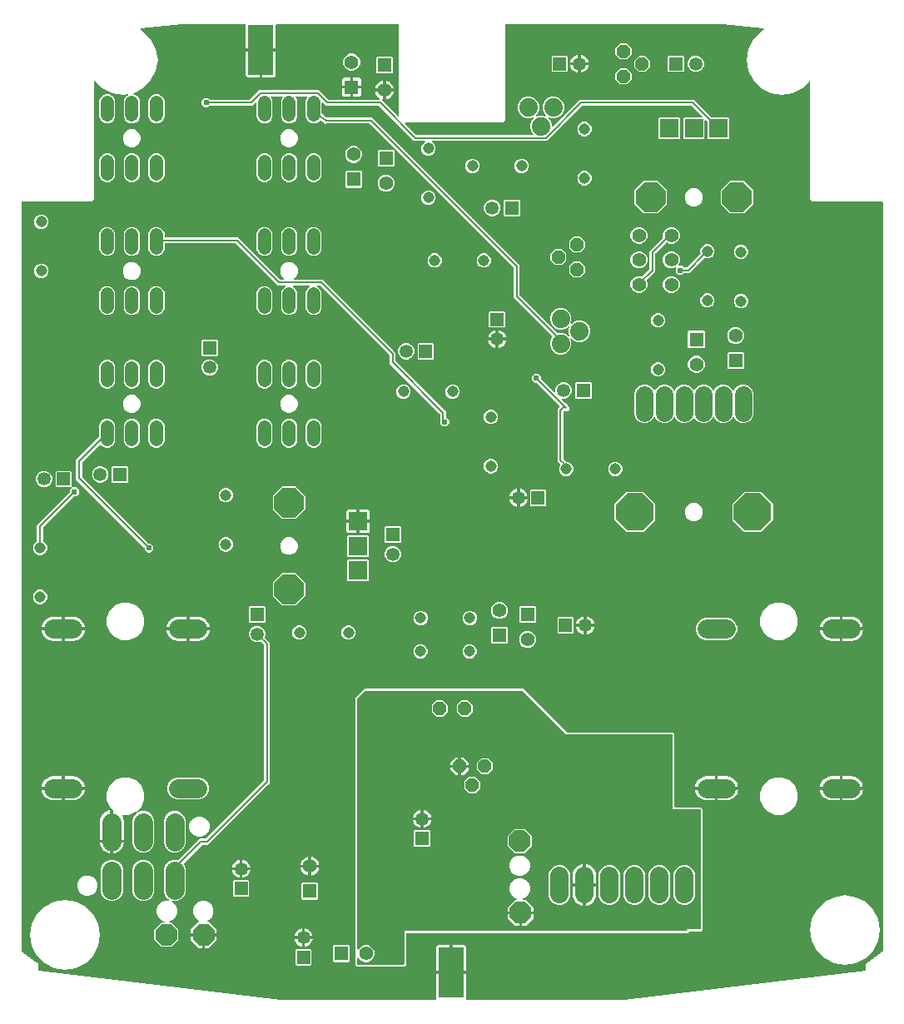
<source format=gbr>
G04 EAGLE Gerber X2 export*
%TF.Part,Single*%
%TF.FileFunction,Copper,L2,Bot,Mixed*%
%TF.FilePolarity,Positive*%
%TF.GenerationSoftware,Autodesk,EAGLE,9.2.2*%
%TF.CreationDate,2019-01-08T14:26:45Z*%
G75*
%MOMM*%
%FSLAX34Y34*%
%LPD*%
%INBottom Copper*%
%AMOC8*
5,1,8,0,0,1.08239X$1,22.5*%
G01*
%ADD10C,1.143000*%
%ADD11R,1.350000X1.350000*%
%ADD12C,1.350000*%
%ADD13C,1.408000*%
%ADD14R,1.408000X1.408000*%
%ADD15C,1.320800*%
%ADD16C,1.950000*%
%ADD17P,1.429621X8X202.500000*%
%ADD18P,2.336880X8X112.500000*%
%ADD19C,1.879600*%
%ADD20P,1.429621X8X292.500000*%
%ADD21P,1.429621X8X112.500000*%
%ADD22R,1.879600X1.879600*%
%ADD23P,3.247170X8X112.500000*%
%ADD24P,3.247170X8X22.500000*%
%ADD25P,2.336880X8X22.500000*%
%ADD26P,2.336880X8X202.500000*%
%ADD27C,1.800000*%
%ADD28P,4.123906X8X22.500000*%
%ADD29C,1.879600*%
%ADD30R,2.540000X5.080000*%
%ADD31C,0.203200*%
%ADD32C,0.604800*%

G36*
X458498Y4016D02*
X458498Y4016D01*
X458593Y4025D01*
X458619Y4036D01*
X458647Y4040D01*
X458731Y4085D01*
X458818Y4123D01*
X458839Y4142D01*
X458864Y4156D01*
X458930Y4225D01*
X459000Y4289D01*
X459014Y4313D01*
X459034Y4334D01*
X459074Y4420D01*
X459120Y4504D01*
X459125Y4531D01*
X459137Y4557D01*
X459148Y4652D01*
X459165Y4745D01*
X459161Y4773D01*
X459164Y4801D01*
X459144Y4895D01*
X459131Y4989D01*
X459116Y5021D01*
X459112Y5042D01*
X459095Y5070D01*
X459063Y5143D01*
X458932Y5369D01*
X458759Y6016D01*
X458759Y30227D01*
X473238Y30227D01*
X473258Y30230D01*
X473277Y30228D01*
X473379Y30250D01*
X473481Y30267D01*
X473498Y30276D01*
X473518Y30280D01*
X473607Y30333D01*
X473698Y30382D01*
X473712Y30396D01*
X473729Y30406D01*
X473796Y30485D01*
X473867Y30560D01*
X473876Y30578D01*
X473889Y30593D01*
X473928Y30689D01*
X473971Y30783D01*
X473973Y30803D01*
X473981Y30821D01*
X473999Y30988D01*
X473999Y31751D01*
X474001Y31751D01*
X474001Y30988D01*
X474004Y30968D01*
X474002Y30949D01*
X474024Y30847D01*
X474041Y30745D01*
X474050Y30728D01*
X474054Y30708D01*
X474107Y30619D01*
X474156Y30528D01*
X474170Y30514D01*
X474180Y30497D01*
X474259Y30430D01*
X474334Y30359D01*
X474352Y30350D01*
X474367Y30337D01*
X474463Y30298D01*
X474557Y30255D01*
X474577Y30253D01*
X474595Y30245D01*
X474762Y30227D01*
X489241Y30227D01*
X489241Y6016D01*
X489068Y5369D01*
X488937Y5143D01*
X488903Y5053D01*
X488863Y4967D01*
X488860Y4939D01*
X488850Y4913D01*
X488846Y4817D01*
X488836Y4723D01*
X488842Y4695D01*
X488841Y4667D01*
X488868Y4575D01*
X488888Y4482D01*
X488902Y4458D01*
X488910Y4431D01*
X488965Y4353D01*
X489014Y4271D01*
X489036Y4253D01*
X489052Y4230D01*
X489129Y4173D01*
X489201Y4111D01*
X489227Y4101D01*
X489250Y4084D01*
X489341Y4055D01*
X489429Y4019D01*
X489464Y4015D01*
X489484Y4009D01*
X489517Y4009D01*
X489596Y4001D01*
X649715Y4001D01*
X649745Y4006D01*
X649806Y4006D01*
X895329Y33469D01*
X895422Y33496D01*
X895518Y33517D01*
X895540Y33530D01*
X895565Y33537D01*
X895645Y33593D01*
X895729Y33643D01*
X895746Y33663D01*
X895767Y33677D01*
X895825Y33756D01*
X895889Y33830D01*
X895899Y33854D01*
X895914Y33875D01*
X895944Y33967D01*
X895981Y34058D01*
X895984Y34090D01*
X895990Y34109D01*
X895990Y34142D01*
X895999Y34225D01*
X895999Y37399D01*
X895995Y37424D01*
X895998Y37449D01*
X895975Y37545D01*
X895960Y37642D01*
X895948Y37664D01*
X895942Y37688D01*
X895862Y37835D01*
X895772Y37963D01*
X895988Y39185D01*
X895988Y39216D01*
X895999Y39317D01*
X895999Y40557D01*
X896110Y40667D01*
X896124Y40688D01*
X896144Y40704D01*
X896196Y40788D01*
X896253Y40867D01*
X896261Y40891D01*
X896274Y40913D01*
X896321Y41074D01*
X896348Y41227D01*
X897364Y41938D01*
X897387Y41960D01*
X897466Y42024D01*
X898343Y42901D01*
X898499Y42901D01*
X898524Y42905D01*
X898549Y42902D01*
X898645Y42925D01*
X898742Y42940D01*
X898764Y42952D01*
X898788Y42958D01*
X898935Y43038D01*
X912675Y52656D01*
X912699Y52680D01*
X912729Y52698D01*
X912787Y52765D01*
X912851Y52827D01*
X912866Y52858D01*
X912889Y52884D01*
X912922Y52967D01*
X912963Y53046D01*
X912968Y53080D01*
X912981Y53113D01*
X912999Y53279D01*
X912999Y815238D01*
X912996Y815258D01*
X912998Y815277D01*
X912976Y815379D01*
X912960Y815481D01*
X912950Y815498D01*
X912946Y815518D01*
X912893Y815607D01*
X912844Y815698D01*
X912830Y815712D01*
X912820Y815729D01*
X912741Y815796D01*
X912666Y815868D01*
X912648Y815876D01*
X912633Y815889D01*
X912537Y815928D01*
X912443Y815971D01*
X912423Y815973D01*
X912405Y815981D01*
X912238Y815999D01*
X841343Y815999D01*
X838999Y818343D01*
X838999Y937503D01*
X838988Y937574D01*
X838986Y937646D01*
X838968Y937695D01*
X838960Y937746D01*
X838926Y937809D01*
X838901Y937877D01*
X838869Y937917D01*
X838844Y937964D01*
X838792Y938013D01*
X838748Y938069D01*
X838704Y938097D01*
X838666Y938133D01*
X838601Y938163D01*
X838541Y938202D01*
X838490Y938215D01*
X838443Y938237D01*
X838372Y938244D01*
X838302Y938262D01*
X838250Y938258D01*
X838199Y938264D01*
X838128Y938248D01*
X838057Y938243D01*
X838009Y938222D01*
X837958Y938211D01*
X837897Y938175D01*
X837831Y938146D01*
X837775Y938102D01*
X837747Y938085D01*
X837732Y938067D01*
X837700Y938042D01*
X830897Y931238D01*
X820986Y926189D01*
X810000Y924449D01*
X799014Y926189D01*
X789103Y931238D01*
X781238Y939103D01*
X776189Y949014D01*
X774449Y960000D01*
X776189Y970986D01*
X781238Y980897D01*
X789103Y988762D01*
X791702Y990085D01*
X791724Y990101D01*
X791749Y990112D01*
X791822Y990174D01*
X791900Y990231D01*
X791916Y990253D01*
X791936Y990271D01*
X791986Y990353D01*
X792041Y990432D01*
X792049Y990458D01*
X792063Y990481D01*
X792084Y990576D01*
X792111Y990668D01*
X792110Y990695D01*
X792116Y990722D01*
X792106Y990818D01*
X792102Y990914D01*
X792093Y990939D01*
X792090Y990966D01*
X792050Y991054D01*
X792016Y991144D01*
X791998Y991165D01*
X791987Y991190D01*
X791921Y991260D01*
X791860Y991334D01*
X791837Y991349D01*
X791818Y991369D01*
X791733Y991414D01*
X791652Y991465D01*
X791625Y991472D01*
X791601Y991484D01*
X791437Y991521D01*
X749826Y995995D01*
X749798Y995993D01*
X749745Y995999D01*
X529762Y995999D01*
X529742Y995996D01*
X529723Y995998D01*
X529621Y995976D01*
X529519Y995960D01*
X529502Y995950D01*
X529482Y995946D01*
X529393Y995893D01*
X529302Y995844D01*
X529288Y995830D01*
X529271Y995820D01*
X529204Y995741D01*
X529132Y995666D01*
X529124Y995648D01*
X529111Y995633D01*
X529072Y995537D01*
X529029Y995443D01*
X529027Y995423D01*
X529019Y995405D01*
X529001Y995238D01*
X529001Y898343D01*
X526657Y895999D01*
X428056Y895999D01*
X427986Y895988D01*
X427914Y895986D01*
X427865Y895968D01*
X427814Y895960D01*
X427750Y895926D01*
X427683Y895901D01*
X427642Y895869D01*
X427596Y895844D01*
X427547Y895792D01*
X427491Y895748D01*
X427463Y895704D01*
X427427Y895666D01*
X427397Y895601D01*
X427358Y895541D01*
X427345Y895490D01*
X427323Y895443D01*
X427315Y895372D01*
X427298Y895302D01*
X427302Y895250D01*
X427296Y895199D01*
X427311Y895128D01*
X427317Y895057D01*
X427337Y895009D01*
X427348Y894958D01*
X427385Y894897D01*
X427413Y894831D01*
X427458Y894775D01*
X427475Y894747D01*
X427492Y894732D01*
X427518Y894700D01*
X438614Y883604D01*
X438688Y883551D01*
X438758Y883491D01*
X438788Y883479D01*
X438814Y883460D01*
X438901Y883433D01*
X438986Y883399D01*
X439027Y883395D01*
X439049Y883388D01*
X439081Y883389D01*
X439152Y883381D01*
X556754Y883381D01*
X556825Y883392D01*
X556897Y883394D01*
X556946Y883412D01*
X556997Y883420D01*
X557060Y883454D01*
X557128Y883479D01*
X557168Y883511D01*
X557215Y883536D01*
X557264Y883588D01*
X557320Y883632D01*
X557348Y883676D01*
X557384Y883714D01*
X557414Y883779D01*
X557453Y883839D01*
X557466Y883890D01*
X557488Y883937D01*
X557495Y884008D01*
X557513Y884078D01*
X557509Y884130D01*
X557515Y884181D01*
X557499Y884252D01*
X557494Y884323D01*
X557473Y884371D01*
X557462Y884422D01*
X557426Y884483D01*
X557397Y884549D01*
X557353Y884605D01*
X557336Y884633D01*
X557318Y884648D01*
X557293Y884680D01*
X555890Y886083D01*
X554227Y890097D01*
X554227Y894443D01*
X555890Y898457D01*
X557392Y899959D01*
X557449Y900038D01*
X557511Y900113D01*
X557520Y900138D01*
X557536Y900159D01*
X557564Y900252D01*
X557599Y900343D01*
X557600Y900369D01*
X557608Y900394D01*
X557606Y900491D01*
X557610Y900589D01*
X557602Y900614D01*
X557602Y900640D01*
X557568Y900731D01*
X557541Y900825D01*
X557526Y900846D01*
X557517Y900871D01*
X557456Y900947D01*
X557401Y901027D01*
X557380Y901043D01*
X557364Y901063D01*
X557282Y901116D01*
X557203Y901174D01*
X557179Y901182D01*
X557157Y901196D01*
X557062Y901220D01*
X556970Y901250D01*
X556943Y901250D01*
X556918Y901256D01*
X556821Y901248D01*
X556724Y901248D01*
X556692Y901238D01*
X556673Y901237D01*
X556643Y901224D01*
X556563Y901201D01*
X554623Y900397D01*
X550277Y900397D01*
X546263Y902060D01*
X543190Y905133D01*
X541527Y909147D01*
X541527Y913493D01*
X543190Y917507D01*
X546263Y920580D01*
X550277Y922243D01*
X554623Y922243D01*
X558637Y920580D01*
X561710Y917507D01*
X563373Y913493D01*
X563373Y909147D01*
X561710Y905133D01*
X560208Y903631D01*
X560151Y903552D01*
X560089Y903477D01*
X560080Y903452D01*
X560064Y903431D01*
X560036Y903338D01*
X560001Y903247D01*
X560000Y903221D01*
X559992Y903196D01*
X559994Y903099D01*
X559990Y903001D01*
X559998Y902976D01*
X559998Y902950D01*
X560032Y902859D01*
X560059Y902765D01*
X560074Y902744D01*
X560083Y902719D01*
X560144Y902643D01*
X560199Y902563D01*
X560220Y902547D01*
X560236Y902527D01*
X560318Y902474D01*
X560397Y902416D01*
X560421Y902408D01*
X560443Y902394D01*
X560538Y902370D01*
X560630Y902340D01*
X560657Y902340D01*
X560682Y902334D01*
X560779Y902342D01*
X560876Y902342D01*
X560908Y902352D01*
X560927Y902353D01*
X560957Y902366D01*
X561037Y902389D01*
X562977Y903193D01*
X567323Y903193D01*
X569263Y902389D01*
X569357Y902367D01*
X569450Y902338D01*
X569477Y902339D01*
X569502Y902333D01*
X569599Y902342D01*
X569696Y902345D01*
X569721Y902354D01*
X569747Y902356D01*
X569836Y902396D01*
X569927Y902429D01*
X569948Y902446D01*
X569972Y902456D01*
X570043Y902522D01*
X570119Y902583D01*
X570133Y902605D01*
X570153Y902623D01*
X570200Y902708D01*
X570252Y902790D01*
X570259Y902815D01*
X570271Y902838D01*
X570289Y902934D01*
X570312Y903028D01*
X570310Y903054D01*
X570315Y903080D01*
X570301Y903177D01*
X570293Y903274D01*
X570283Y903298D01*
X570279Y903323D01*
X570235Y903410D01*
X570197Y903500D01*
X570177Y903525D01*
X570168Y903543D01*
X570144Y903566D01*
X570092Y903631D01*
X568590Y905133D01*
X566927Y909147D01*
X566927Y913493D01*
X568590Y917507D01*
X571663Y920580D01*
X575677Y922243D01*
X580023Y922243D01*
X584037Y920580D01*
X587110Y917507D01*
X588773Y913493D01*
X588773Y909147D01*
X587110Y905133D01*
X584037Y902060D01*
X580023Y900397D01*
X575677Y900397D01*
X573737Y901201D01*
X573643Y901223D01*
X573550Y901252D01*
X573523Y901251D01*
X573498Y901257D01*
X573401Y901248D01*
X573304Y901245D01*
X573279Y901236D01*
X573253Y901234D01*
X573164Y901194D01*
X573073Y901161D01*
X573052Y901144D01*
X573028Y901134D01*
X572957Y901068D01*
X572881Y901007D01*
X572867Y900985D01*
X572847Y900967D01*
X572800Y900882D01*
X572748Y900800D01*
X572741Y900775D01*
X572729Y900752D01*
X572711Y900656D01*
X572688Y900562D01*
X572690Y900536D01*
X572685Y900510D01*
X572699Y900413D01*
X572707Y900316D01*
X572717Y900292D01*
X572721Y900267D01*
X572765Y900180D01*
X572803Y900090D01*
X572823Y900065D01*
X572832Y900047D01*
X572856Y900024D01*
X572908Y899959D01*
X574410Y898457D01*
X576073Y894443D01*
X576073Y892459D01*
X576084Y892388D01*
X576086Y892317D01*
X576104Y892268D01*
X576112Y892216D01*
X576146Y892153D01*
X576171Y892086D01*
X576203Y892045D01*
X576228Y891999D01*
X576280Y891950D01*
X576324Y891894D01*
X576368Y891866D01*
X576406Y891830D01*
X576471Y891799D01*
X576531Y891761D01*
X576582Y891748D01*
X576629Y891726D01*
X576700Y891718D01*
X576770Y891701D01*
X576822Y891705D01*
X576873Y891699D01*
X576944Y891714D01*
X577015Y891720D01*
X577063Y891740D01*
X577114Y891751D01*
X577175Y891788D01*
X577241Y891816D01*
X577297Y891861D01*
X577325Y891877D01*
X577340Y891895D01*
X577372Y891921D01*
X604800Y919349D01*
X720763Y919349D01*
X738966Y901146D01*
X739040Y901093D01*
X739109Y901033D01*
X739139Y901021D01*
X739166Y901002D01*
X739253Y900975D01*
X739337Y900941D01*
X739378Y900937D01*
X739401Y900930D01*
X739433Y900931D01*
X739504Y900923D01*
X755830Y900923D01*
X756723Y900030D01*
X756723Y879970D01*
X755830Y879077D01*
X735770Y879077D01*
X734877Y879970D01*
X734877Y896296D01*
X734863Y896386D01*
X734855Y896477D01*
X734843Y896507D01*
X734838Y896539D01*
X734795Y896619D01*
X734759Y896703D01*
X734733Y896735D01*
X734722Y896756D01*
X734699Y896778D01*
X734654Y896834D01*
X733022Y898466D01*
X732964Y898508D01*
X732912Y898557D01*
X732865Y898579D01*
X732823Y898610D01*
X732754Y898631D01*
X732689Y898661D01*
X732637Y898667D01*
X732587Y898682D01*
X732516Y898680D01*
X732445Y898688D01*
X732394Y898677D01*
X732342Y898676D01*
X732274Y898651D01*
X732204Y898636D01*
X732160Y898609D01*
X732111Y898591D01*
X732055Y898546D01*
X731993Y898510D01*
X731959Y898470D01*
X731919Y898438D01*
X731880Y898377D01*
X731833Y898323D01*
X731814Y898274D01*
X731786Y898231D01*
X731768Y898161D01*
X731741Y898095D01*
X731733Y898023D01*
X731725Y897992D01*
X731727Y897969D01*
X731723Y897928D01*
X731723Y879970D01*
X730830Y879077D01*
X710770Y879077D01*
X709877Y879970D01*
X709877Y900030D01*
X710770Y900923D01*
X728728Y900923D01*
X728799Y900934D01*
X728870Y900936D01*
X728919Y900954D01*
X728971Y900962D01*
X729034Y900996D01*
X729101Y901021D01*
X729142Y901053D01*
X729188Y901078D01*
X729237Y901130D01*
X729293Y901174D01*
X729322Y901218D01*
X729357Y901256D01*
X729388Y901321D01*
X729426Y901381D01*
X729439Y901432D01*
X729461Y901479D01*
X729469Y901550D01*
X729486Y901620D01*
X729482Y901672D01*
X729488Y901723D01*
X729473Y901794D01*
X729467Y901865D01*
X729447Y901913D01*
X729436Y901964D01*
X729399Y902025D01*
X729371Y902091D01*
X729326Y902147D01*
X729310Y902175D01*
X729292Y902190D01*
X729266Y902222D01*
X718460Y913028D01*
X718386Y913081D01*
X718317Y913141D01*
X718287Y913153D01*
X718260Y913172D01*
X718173Y913199D01*
X718089Y913233D01*
X718048Y913237D01*
X718025Y913244D01*
X717993Y913243D01*
X717922Y913251D01*
X607641Y913251D01*
X607551Y913237D01*
X607460Y913229D01*
X607430Y913217D01*
X607398Y913212D01*
X607318Y913169D01*
X607234Y913133D01*
X607202Y913107D01*
X607181Y913096D01*
X607159Y913073D01*
X607103Y913028D01*
X571358Y877283D01*
X454926Y877283D01*
X454829Y877268D01*
X454733Y877258D01*
X454709Y877248D01*
X454683Y877244D01*
X454597Y877198D01*
X454508Y877158D01*
X454489Y877141D01*
X454465Y877128D01*
X454398Y877058D01*
X454327Y876992D01*
X454314Y876969D01*
X454296Y876950D01*
X454255Y876862D01*
X454208Y876776D01*
X454204Y876751D01*
X454192Y876727D01*
X454182Y876630D01*
X454164Y876534D01*
X454168Y876508D01*
X454165Y876483D01*
X454186Y876387D01*
X454200Y876291D01*
X454212Y876268D01*
X454218Y876242D01*
X454268Y876159D01*
X454312Y876072D01*
X454330Y876053D01*
X454344Y876031D01*
X454418Y875968D01*
X454487Y875900D01*
X454516Y875884D01*
X454531Y875871D01*
X454561Y875859D01*
X454634Y875819D01*
X454951Y875688D01*
X456988Y873651D01*
X458090Y870990D01*
X458090Y868110D01*
X456988Y865449D01*
X454951Y863412D01*
X452290Y862310D01*
X449410Y862310D01*
X446749Y863412D01*
X444712Y865449D01*
X443610Y868110D01*
X443610Y870990D01*
X444712Y873651D01*
X446749Y875688D01*
X447066Y875819D01*
X447149Y875870D01*
X447235Y875916D01*
X447252Y875935D01*
X447275Y875948D01*
X447337Y876023D01*
X447404Y876094D01*
X447415Y876118D01*
X447432Y876138D01*
X447466Y876229D01*
X447508Y876317D01*
X447510Y876343D01*
X447520Y876367D01*
X447524Y876465D01*
X447535Y876561D01*
X447529Y876587D01*
X447530Y876613D01*
X447503Y876707D01*
X447482Y876802D01*
X447469Y876824D01*
X447462Y876849D01*
X447406Y876929D01*
X447356Y877013D01*
X447336Y877030D01*
X447321Y877051D01*
X447243Y877110D01*
X447169Y877173D01*
X447145Y877183D01*
X447124Y877198D01*
X447032Y877228D01*
X446941Y877265D01*
X446909Y877268D01*
X446890Y877274D01*
X446857Y877274D01*
X446774Y877283D01*
X436311Y877283D01*
X400566Y913028D01*
X400492Y913081D01*
X400423Y913141D01*
X400393Y913153D01*
X400367Y913172D01*
X400280Y913199D01*
X400195Y913233D01*
X400154Y913237D01*
X400132Y913244D01*
X400099Y913243D01*
X400028Y913251D01*
X346573Y913251D01*
X343628Y916196D01*
X343570Y916238D01*
X343518Y916287D01*
X343471Y916309D01*
X343429Y916339D01*
X343360Y916360D01*
X343295Y916391D01*
X343243Y916396D01*
X343193Y916412D01*
X343122Y916410D01*
X343051Y916418D01*
X343000Y916407D01*
X342948Y916405D01*
X342880Y916381D01*
X342810Y916365D01*
X342765Y916339D01*
X342717Y916321D01*
X342661Y916276D01*
X342599Y916239D01*
X342565Y916200D01*
X342525Y916167D01*
X342486Y916107D01*
X342439Y916052D01*
X342420Y916004D01*
X342392Y915960D01*
X342374Y915891D01*
X342347Y915824D01*
X342339Y915753D01*
X342331Y915722D01*
X342333Y915698D01*
X342329Y915658D01*
X342329Y905376D01*
X342332Y905354D01*
X342330Y905331D01*
X342352Y905233D01*
X342368Y905134D01*
X342379Y905113D01*
X342384Y905091D01*
X342437Y905005D01*
X342484Y904916D01*
X342500Y904900D01*
X342512Y904881D01*
X342635Y904766D01*
X347393Y901216D01*
X347426Y901199D01*
X347454Y901175D01*
X347535Y901143D01*
X347612Y901103D01*
X347648Y901097D01*
X347682Y901083D01*
X347849Y901065D01*
X393567Y901065D01*
X543561Y751071D01*
X543561Y720906D01*
X543575Y720816D01*
X543583Y720725D01*
X543595Y720695D01*
X543600Y720663D01*
X543643Y720583D01*
X543679Y720499D01*
X543705Y720467D01*
X543716Y720446D01*
X543739Y720424D01*
X543784Y720368D01*
X582023Y682129D01*
X582118Y682061D01*
X582211Y681991D01*
X582217Y681989D01*
X582222Y681985D01*
X582334Y681951D01*
X582445Y681915D01*
X582451Y681915D01*
X582457Y681913D01*
X582574Y681916D01*
X582691Y681917D01*
X582698Y681919D01*
X582703Y681919D01*
X582721Y681926D01*
X582852Y681964D01*
X583187Y682103D01*
X587533Y682103D01*
X591547Y680440D01*
X593049Y678938D01*
X593128Y678881D01*
X593203Y678819D01*
X593228Y678810D01*
X593249Y678794D01*
X593342Y678766D01*
X593433Y678731D01*
X593459Y678730D01*
X593484Y678722D01*
X593581Y678724D01*
X593679Y678720D01*
X593704Y678728D01*
X593730Y678728D01*
X593821Y678762D01*
X593915Y678789D01*
X593936Y678804D01*
X593961Y678813D01*
X594037Y678874D01*
X594117Y678929D01*
X594133Y678950D01*
X594153Y678966D01*
X594206Y679048D01*
X594264Y679127D01*
X594272Y679151D01*
X594286Y679173D01*
X594310Y679268D01*
X594340Y679360D01*
X594340Y679387D01*
X594346Y679412D01*
X594338Y679509D01*
X594338Y679606D01*
X594328Y679638D01*
X594327Y679657D01*
X594314Y679687D01*
X594291Y679767D01*
X593487Y681707D01*
X593487Y686053D01*
X594291Y687993D01*
X594313Y688087D01*
X594342Y688180D01*
X594341Y688207D01*
X594347Y688232D01*
X594338Y688329D01*
X594335Y688426D01*
X594326Y688451D01*
X594324Y688477D01*
X594284Y688566D01*
X594251Y688657D01*
X594234Y688678D01*
X594224Y688702D01*
X594158Y688773D01*
X594097Y688849D01*
X594075Y688863D01*
X594057Y688883D01*
X593972Y688930D01*
X593890Y688982D01*
X593865Y688989D01*
X593842Y689001D01*
X593746Y689019D01*
X593652Y689042D01*
X593626Y689040D01*
X593600Y689045D01*
X593503Y689031D01*
X593406Y689023D01*
X593382Y689013D01*
X593357Y689009D01*
X593270Y688965D01*
X593180Y688927D01*
X593155Y688907D01*
X593137Y688898D01*
X593114Y688874D01*
X593049Y688822D01*
X591547Y687320D01*
X587533Y685657D01*
X583187Y685657D01*
X579173Y687320D01*
X576100Y690393D01*
X574437Y694407D01*
X574437Y698753D01*
X576100Y702767D01*
X579173Y705840D01*
X583187Y707503D01*
X587533Y707503D01*
X591547Y705840D01*
X594620Y702767D01*
X596283Y698753D01*
X596283Y694407D01*
X595479Y692467D01*
X595457Y692373D01*
X595428Y692280D01*
X595429Y692253D01*
X595423Y692228D01*
X595432Y692131D01*
X595435Y692034D01*
X595444Y692009D01*
X595446Y691983D01*
X595486Y691894D01*
X595519Y691803D01*
X595536Y691782D01*
X595546Y691758D01*
X595612Y691687D01*
X595673Y691611D01*
X595695Y691597D01*
X595713Y691577D01*
X595798Y691530D01*
X595880Y691478D01*
X595905Y691471D01*
X595928Y691459D01*
X596024Y691441D01*
X596118Y691418D01*
X596144Y691420D01*
X596170Y691415D01*
X596267Y691429D01*
X596364Y691437D01*
X596388Y691447D01*
X596413Y691451D01*
X596500Y691495D01*
X596590Y691533D01*
X596615Y691553D01*
X596633Y691562D01*
X596656Y691586D01*
X596721Y691638D01*
X598223Y693140D01*
X602237Y694803D01*
X606583Y694803D01*
X610597Y693140D01*
X613670Y690067D01*
X615333Y686053D01*
X615333Y681707D01*
X613670Y677693D01*
X610597Y674620D01*
X606583Y672957D01*
X602237Y672957D01*
X598223Y674620D01*
X596721Y676122D01*
X596642Y676179D01*
X596567Y676241D01*
X596542Y676250D01*
X596521Y676266D01*
X596428Y676294D01*
X596337Y676329D01*
X596311Y676330D01*
X596286Y676338D01*
X596189Y676336D01*
X596091Y676340D01*
X596066Y676332D01*
X596040Y676332D01*
X595949Y676298D01*
X595855Y676271D01*
X595834Y676256D01*
X595809Y676247D01*
X595733Y676186D01*
X595653Y676131D01*
X595637Y676110D01*
X595617Y676094D01*
X595564Y676012D01*
X595506Y675933D01*
X595498Y675909D01*
X595484Y675887D01*
X595460Y675792D01*
X595430Y675700D01*
X595430Y675673D01*
X595424Y675648D01*
X595432Y675551D01*
X595432Y675454D01*
X595442Y675422D01*
X595443Y675403D01*
X595456Y675373D01*
X595479Y675293D01*
X596283Y673353D01*
X596283Y669007D01*
X594620Y664993D01*
X591547Y661920D01*
X587533Y660257D01*
X583187Y660257D01*
X579173Y661920D01*
X576100Y664993D01*
X574437Y669007D01*
X574437Y673353D01*
X576100Y677367D01*
X576592Y677859D01*
X576604Y677876D01*
X576620Y677888D01*
X576676Y677975D01*
X576736Y678059D01*
X576742Y678078D01*
X576753Y678095D01*
X576778Y678195D01*
X576808Y678294D01*
X576808Y678314D01*
X576813Y678334D01*
X576805Y678436D01*
X576802Y678540D01*
X576795Y678559D01*
X576794Y678579D01*
X576753Y678674D01*
X576717Y678771D01*
X576705Y678787D01*
X576697Y678805D01*
X576592Y678936D01*
X537463Y718065D01*
X537463Y748230D01*
X537449Y748320D01*
X537441Y748411D01*
X537429Y748441D01*
X537424Y748473D01*
X537381Y748553D01*
X537345Y748637D01*
X537319Y748669D01*
X537308Y748690D01*
X537285Y748712D01*
X537240Y748768D01*
X391264Y894744D01*
X391190Y894797D01*
X391121Y894857D01*
X391091Y894869D01*
X391064Y894888D01*
X390977Y894915D01*
X390893Y894949D01*
X390852Y894953D01*
X390829Y894960D01*
X390797Y894959D01*
X390726Y894967D01*
X346860Y894967D01*
X346827Y894962D01*
X346750Y894959D01*
X345773Y894817D01*
X345742Y894833D01*
X345714Y894857D01*
X345633Y894889D01*
X345556Y894929D01*
X345520Y894935D01*
X345486Y894949D01*
X345321Y894967D01*
X344623Y895665D01*
X344596Y895685D01*
X344540Y895737D01*
X341343Y898122D01*
X341265Y898163D01*
X341191Y898210D01*
X341157Y898219D01*
X341125Y898235D01*
X341038Y898249D01*
X340952Y898270D01*
X340917Y898268D01*
X340882Y898273D01*
X340795Y898258D01*
X340707Y898251D01*
X340675Y898238D01*
X340640Y898231D01*
X340562Y898190D01*
X340481Y898155D01*
X340445Y898127D01*
X340423Y898115D01*
X340402Y898092D01*
X340350Y898050D01*
X338805Y896505D01*
X335817Y895267D01*
X332583Y895267D01*
X329595Y896505D01*
X327309Y898791D01*
X326071Y901779D01*
X326071Y918221D01*
X327309Y921209D01*
X327500Y921400D01*
X327542Y921458D01*
X327591Y921510D01*
X327613Y921557D01*
X327644Y921599D01*
X327665Y921668D01*
X327695Y921733D01*
X327701Y921785D01*
X327716Y921835D01*
X327714Y921906D01*
X327722Y921977D01*
X327711Y922028D01*
X327710Y922080D01*
X327685Y922148D01*
X327670Y922218D01*
X327643Y922263D01*
X327625Y922311D01*
X327580Y922367D01*
X327543Y922429D01*
X327504Y922463D01*
X327471Y922503D01*
X327411Y922542D01*
X327357Y922589D01*
X327308Y922608D01*
X327264Y922636D01*
X327195Y922654D01*
X327128Y922681D01*
X327057Y922689D01*
X327026Y922697D01*
X327003Y922695D01*
X326962Y922699D01*
X316438Y922699D01*
X316368Y922688D01*
X316296Y922686D01*
X316247Y922668D01*
X316196Y922660D01*
X316132Y922626D01*
X316065Y922601D01*
X316024Y922569D01*
X315978Y922544D01*
X315929Y922493D01*
X315873Y922448D01*
X315845Y922404D01*
X315809Y922366D01*
X315779Y922301D01*
X315740Y922241D01*
X315727Y922190D01*
X315705Y922143D01*
X315697Y922072D01*
X315680Y922002D01*
X315684Y921950D01*
X315678Y921899D01*
X315693Y921828D01*
X315699Y921757D01*
X315719Y921709D01*
X315730Y921658D01*
X315767Y921597D01*
X315795Y921531D01*
X315840Y921475D01*
X315857Y921447D01*
X315874Y921432D01*
X315900Y921400D01*
X316091Y921209D01*
X317329Y918221D01*
X317329Y901779D01*
X316091Y898791D01*
X313805Y896505D01*
X310817Y895267D01*
X307583Y895267D01*
X304595Y896505D01*
X302309Y898791D01*
X301071Y901779D01*
X301071Y918221D01*
X302309Y921209D01*
X302500Y921400D01*
X302542Y921458D01*
X302591Y921510D01*
X302613Y921557D01*
X302644Y921599D01*
X302665Y921668D01*
X302695Y921733D01*
X302701Y921785D01*
X302716Y921835D01*
X302714Y921906D01*
X302722Y921977D01*
X302711Y922028D01*
X302710Y922080D01*
X302685Y922148D01*
X302670Y922218D01*
X302643Y922263D01*
X302625Y922311D01*
X302580Y922367D01*
X302543Y922429D01*
X302504Y922463D01*
X302471Y922503D01*
X302411Y922542D01*
X302357Y922589D01*
X302308Y922608D01*
X302264Y922636D01*
X302195Y922654D01*
X302128Y922681D01*
X302057Y922689D01*
X302026Y922697D01*
X302003Y922695D01*
X301962Y922699D01*
X291438Y922699D01*
X291368Y922688D01*
X291296Y922686D01*
X291247Y922668D01*
X291196Y922660D01*
X291132Y922626D01*
X291065Y922601D01*
X291024Y922569D01*
X290978Y922544D01*
X290929Y922493D01*
X290873Y922448D01*
X290845Y922404D01*
X290809Y922366D01*
X290779Y922301D01*
X290740Y922241D01*
X290727Y922190D01*
X290705Y922143D01*
X290697Y922072D01*
X290680Y922002D01*
X290684Y921950D01*
X290678Y921899D01*
X290693Y921828D01*
X290699Y921757D01*
X290719Y921709D01*
X290730Y921658D01*
X290767Y921597D01*
X290795Y921531D01*
X290840Y921475D01*
X290857Y921447D01*
X290874Y921432D01*
X290900Y921400D01*
X291091Y921209D01*
X292329Y918221D01*
X292329Y901779D01*
X291091Y898791D01*
X288805Y896505D01*
X285817Y895267D01*
X282583Y895267D01*
X279595Y896505D01*
X277309Y898791D01*
X276071Y901779D01*
X276071Y915658D01*
X276060Y915728D01*
X276058Y915800D01*
X276040Y915849D01*
X276032Y915900D01*
X275998Y915964D01*
X275973Y916031D01*
X275941Y916072D01*
X275916Y916118D01*
X275864Y916167D01*
X275820Y916223D01*
X275776Y916251D01*
X275738Y916287D01*
X275673Y916317D01*
X275613Y916356D01*
X275562Y916369D01*
X275515Y916391D01*
X275444Y916399D01*
X275374Y916416D01*
X275322Y916412D01*
X275271Y916418D01*
X275200Y916402D01*
X275129Y916397D01*
X275081Y916377D01*
X275030Y916365D01*
X274969Y916329D01*
X274903Y916301D01*
X274847Y916256D01*
X274819Y916239D01*
X274804Y916222D01*
X274772Y916196D01*
X271827Y913251D01*
X228519Y913251D01*
X228429Y913237D01*
X228338Y913229D01*
X228309Y913217D01*
X228277Y913212D01*
X228196Y913169D01*
X228112Y913133D01*
X228080Y913107D01*
X228059Y913096D01*
X228037Y913073D01*
X227981Y913028D01*
X226704Y911751D01*
X222936Y911751D01*
X220271Y914416D01*
X220271Y918184D01*
X222936Y920849D01*
X226704Y920849D01*
X227981Y919572D01*
X228055Y919519D01*
X228125Y919459D01*
X228155Y919447D01*
X228181Y919428D01*
X228268Y919401D01*
X228353Y919367D01*
X228394Y919363D01*
X228416Y919356D01*
X228448Y919357D01*
X228519Y919349D01*
X268986Y919349D01*
X269076Y919363D01*
X269167Y919371D01*
X269197Y919383D01*
X269229Y919388D01*
X269310Y919431D01*
X269394Y919467D01*
X269426Y919493D01*
X269446Y919504D01*
X269469Y919527D01*
X269524Y919572D01*
X278750Y928797D01*
X339650Y928797D01*
X348876Y919572D01*
X348949Y919519D01*
X349019Y919459D01*
X349049Y919447D01*
X349075Y919428D01*
X349162Y919401D01*
X349247Y919367D01*
X349288Y919363D01*
X349310Y919356D01*
X349343Y919357D01*
X349414Y919349D01*
X400787Y919349D01*
X400854Y919360D01*
X400922Y919361D01*
X400974Y919379D01*
X401029Y919388D01*
X401089Y919420D01*
X401153Y919443D01*
X401197Y919477D01*
X401247Y919504D01*
X401294Y919553D01*
X401347Y919595D01*
X401378Y919641D01*
X401416Y919682D01*
X401445Y919743D01*
X401482Y919800D01*
X401496Y919854D01*
X401520Y919905D01*
X401527Y919972D01*
X401545Y920038D01*
X401541Y920094D01*
X401547Y920149D01*
X401533Y920216D01*
X401528Y920283D01*
X401507Y920335D01*
X401495Y920390D01*
X401460Y920448D01*
X401434Y920511D01*
X401397Y920553D01*
X401369Y920601D01*
X401317Y920645D01*
X401272Y920696D01*
X401207Y920739D01*
X401182Y920761D01*
X401162Y920769D01*
X401132Y920788D01*
X401059Y920826D01*
X399838Y921712D01*
X398772Y922778D01*
X397886Y923999D01*
X397201Y925342D01*
X396735Y926777D01*
X396621Y927497D01*
X404557Y927497D01*
X404557Y919553D01*
X404482Y919551D01*
X404367Y919551D01*
X404360Y919548D01*
X404352Y919548D01*
X404243Y919508D01*
X404134Y919471D01*
X404128Y919466D01*
X404121Y919464D01*
X404030Y919391D01*
X403939Y919322D01*
X403935Y919315D01*
X403929Y919310D01*
X403866Y919213D01*
X403802Y919117D01*
X403800Y919110D01*
X403796Y919103D01*
X403767Y918991D01*
X403737Y918880D01*
X403738Y918872D01*
X403736Y918865D01*
X403744Y918750D01*
X403751Y918635D01*
X403754Y918627D01*
X403755Y918619D01*
X403799Y918514D01*
X403843Y918406D01*
X403848Y918400D01*
X403851Y918393D01*
X403956Y918262D01*
X419700Y902518D01*
X419758Y902476D01*
X419810Y902427D01*
X419857Y902405D01*
X419899Y902375D01*
X419968Y902353D01*
X420033Y902323D01*
X420085Y902317D01*
X420135Y902302D01*
X420206Y902304D01*
X420277Y902296D01*
X420328Y902307D01*
X420380Y902309D01*
X420448Y902333D01*
X420518Y902348D01*
X420562Y902375D01*
X420611Y902393D01*
X420667Y902438D01*
X420729Y902475D01*
X420763Y902514D01*
X420803Y902547D01*
X420842Y902607D01*
X420889Y902661D01*
X420908Y902710D01*
X420936Y902754D01*
X420954Y902823D01*
X420981Y902890D01*
X420989Y902961D01*
X420997Y902992D01*
X420995Y903015D01*
X420999Y903056D01*
X420999Y995238D01*
X420996Y995258D01*
X420998Y995277D01*
X420976Y995379D01*
X420960Y995481D01*
X420950Y995498D01*
X420946Y995518D01*
X420893Y995607D01*
X420844Y995698D01*
X420830Y995712D01*
X420820Y995729D01*
X420741Y995796D01*
X420666Y995868D01*
X420648Y995876D01*
X420633Y995889D01*
X420537Y995928D01*
X420443Y995971D01*
X420423Y995973D01*
X420405Y995981D01*
X420238Y995999D01*
X296522Y995999D01*
X296502Y995996D01*
X296483Y995998D01*
X296381Y995976D01*
X296279Y995960D01*
X296262Y995950D01*
X296242Y995946D01*
X296153Y995893D01*
X296062Y995844D01*
X296048Y995830D01*
X296031Y995820D01*
X295964Y995741D01*
X295892Y995666D01*
X295884Y995648D01*
X295871Y995633D01*
X295832Y995537D01*
X295789Y995443D01*
X295787Y995423D01*
X295779Y995405D01*
X295761Y995238D01*
X295761Y971523D01*
X281282Y971523D01*
X281262Y971520D01*
X281243Y971522D01*
X281141Y971500D01*
X281039Y971483D01*
X281022Y971474D01*
X281002Y971470D01*
X280913Y971417D01*
X280822Y971368D01*
X280808Y971354D01*
X280791Y971344D01*
X280724Y971265D01*
X280653Y971190D01*
X280644Y971172D01*
X280631Y971157D01*
X280592Y971061D01*
X280549Y970967D01*
X280547Y970947D01*
X280539Y970929D01*
X280521Y970762D01*
X280521Y969999D01*
X280519Y969999D01*
X280519Y970762D01*
X280516Y970782D01*
X280518Y970801D01*
X280496Y970903D01*
X280479Y971005D01*
X280470Y971022D01*
X280466Y971042D01*
X280413Y971131D01*
X280364Y971222D01*
X280350Y971236D01*
X280340Y971253D01*
X280261Y971320D01*
X280186Y971391D01*
X280168Y971400D01*
X280153Y971413D01*
X280057Y971452D01*
X279963Y971495D01*
X279943Y971497D01*
X279925Y971505D01*
X279758Y971523D01*
X265279Y971523D01*
X265279Y995238D01*
X265276Y995258D01*
X265278Y995277D01*
X265256Y995379D01*
X265240Y995481D01*
X265230Y995498D01*
X265226Y995518D01*
X265173Y995607D01*
X265124Y995698D01*
X265110Y995712D01*
X265100Y995729D01*
X265021Y995796D01*
X264946Y995868D01*
X264928Y995876D01*
X264913Y995889D01*
X264817Y995928D01*
X264723Y995971D01*
X264703Y995973D01*
X264685Y995981D01*
X264518Y995999D01*
X200255Y995999D01*
X200228Y995995D01*
X200174Y995995D01*
X158563Y991521D01*
X158536Y991513D01*
X158509Y991513D01*
X158418Y991481D01*
X158325Y991455D01*
X158303Y991440D01*
X158277Y991431D01*
X158202Y991371D01*
X158122Y991317D01*
X158105Y991296D01*
X158084Y991279D01*
X158031Y991199D01*
X157972Y991122D01*
X157964Y991096D01*
X157949Y991074D01*
X157924Y990980D01*
X157893Y990889D01*
X157893Y990862D01*
X157886Y990836D01*
X157893Y990740D01*
X157892Y990643D01*
X157901Y990617D01*
X157903Y990590D01*
X157939Y990501D01*
X157970Y990410D01*
X157986Y990388D01*
X157997Y990363D01*
X158060Y990290D01*
X158118Y990213D01*
X158140Y990198D01*
X158158Y990178D01*
X158298Y990085D01*
X160897Y988762D01*
X168762Y980897D01*
X173811Y970986D01*
X175551Y960000D01*
X173811Y949014D01*
X168762Y939103D01*
X160897Y931238D01*
X150985Y926188D01*
X150951Y926177D01*
X150913Y926173D01*
X150835Y926139D01*
X150753Y926112D01*
X150723Y926089D01*
X150688Y926073D01*
X150625Y926016D01*
X150557Y925964D01*
X150535Y925933D01*
X150507Y925907D01*
X150466Y925832D01*
X150417Y925761D01*
X150407Y925725D01*
X150388Y925691D01*
X150373Y925607D01*
X150350Y925525D01*
X150351Y925487D01*
X150345Y925449D01*
X150357Y925365D01*
X150361Y925279D01*
X150375Y925244D01*
X150380Y925206D01*
X150419Y925130D01*
X150450Y925050D01*
X150475Y925021D01*
X150492Y924987D01*
X150553Y924927D01*
X150608Y924861D01*
X150640Y924841D01*
X150668Y924815D01*
X150815Y924734D01*
X153805Y923495D01*
X156091Y921209D01*
X157329Y918221D01*
X157329Y901779D01*
X156091Y898791D01*
X153805Y896505D01*
X150817Y895267D01*
X147583Y895267D01*
X144595Y896505D01*
X142309Y898791D01*
X141071Y901779D01*
X141071Y918221D01*
X142309Y921209D01*
X144595Y923495D01*
X145226Y923756D01*
X145255Y923774D01*
X145287Y923785D01*
X145358Y923839D01*
X145435Y923886D01*
X145456Y923912D01*
X145484Y923933D01*
X145534Y924006D01*
X145592Y924075D01*
X145604Y924107D01*
X145623Y924135D01*
X145648Y924221D01*
X145680Y924305D01*
X145681Y924339D01*
X145690Y924372D01*
X145686Y924461D01*
X145690Y924551D01*
X145681Y924583D01*
X145679Y924617D01*
X145647Y924701D01*
X145622Y924787D01*
X145602Y924815D01*
X145590Y924847D01*
X145532Y924915D01*
X145481Y924989D01*
X145454Y925009D01*
X145432Y925035D01*
X145356Y925082D01*
X145284Y925136D01*
X145252Y925146D01*
X145223Y925164D01*
X145135Y925184D01*
X145050Y925212D01*
X145016Y925212D01*
X144983Y925219D01*
X144815Y925211D01*
X140000Y924449D01*
X129014Y926189D01*
X119103Y931238D01*
X112300Y938042D01*
X112242Y938084D01*
X112190Y938133D01*
X112143Y938155D01*
X112101Y938185D01*
X112032Y938206D01*
X111967Y938237D01*
X111915Y938242D01*
X111865Y938258D01*
X111794Y938256D01*
X111723Y938264D01*
X111672Y938253D01*
X111620Y938251D01*
X111552Y938227D01*
X111482Y938211D01*
X111437Y938185D01*
X111389Y938167D01*
X111333Y938122D01*
X111271Y938085D01*
X111237Y938046D01*
X111197Y938013D01*
X111158Y937953D01*
X111111Y937898D01*
X111092Y937850D01*
X111064Y937806D01*
X111046Y937737D01*
X111019Y937670D01*
X111011Y937599D01*
X111003Y937568D01*
X111005Y937544D01*
X111001Y937503D01*
X111001Y818343D01*
X108657Y815999D01*
X37763Y815999D01*
X37743Y815996D01*
X37723Y815998D01*
X37622Y815976D01*
X37520Y815960D01*
X37502Y815950D01*
X37483Y815946D01*
X37394Y815893D01*
X37302Y815844D01*
X37289Y815830D01*
X37272Y815820D01*
X37204Y815741D01*
X37133Y815666D01*
X37125Y815648D01*
X37112Y815633D01*
X37073Y815537D01*
X37029Y815443D01*
X37027Y815423D01*
X37020Y815405D01*
X37001Y815238D01*
X37100Y53271D01*
X37106Y53238D01*
X37103Y53205D01*
X37126Y53117D01*
X37140Y53028D01*
X37156Y52999D01*
X37164Y52966D01*
X37213Y52891D01*
X37255Y52811D01*
X37279Y52788D01*
X37298Y52760D01*
X37423Y52649D01*
X51070Y43040D01*
X51094Y43028D01*
X51113Y43011D01*
X51204Y42975D01*
X51291Y42932D01*
X51317Y42929D01*
X51342Y42919D01*
X51508Y42901D01*
X51657Y42901D01*
X52539Y42019D01*
X52565Y42001D01*
X52639Y41935D01*
X53658Y41217D01*
X53684Y41070D01*
X53692Y41046D01*
X53694Y41020D01*
X53732Y40930D01*
X53764Y40838D01*
X53780Y40817D01*
X53791Y40793D01*
X53896Y40662D01*
X54001Y40557D01*
X54001Y39310D01*
X54006Y39279D01*
X54012Y39180D01*
X54225Y37952D01*
X54140Y37830D01*
X54128Y37806D01*
X54111Y37787D01*
X54075Y37696D01*
X54032Y37609D01*
X54029Y37583D01*
X54019Y37558D01*
X54001Y37392D01*
X54001Y34225D01*
X54017Y34128D01*
X54026Y34031D01*
X54036Y34008D01*
X54040Y33982D01*
X54086Y33896D01*
X54126Y33807D01*
X54143Y33787D01*
X54156Y33765D01*
X54226Y33697D01*
X54292Y33626D01*
X54315Y33613D01*
X54334Y33595D01*
X54422Y33554D01*
X54508Y33507D01*
X54539Y33500D01*
X54557Y33492D01*
X54590Y33488D01*
X54671Y33469D01*
X300194Y4006D01*
X300224Y4007D01*
X300285Y4001D01*
X458404Y4001D01*
X458498Y4016D01*
G37*
%LPC*%
G36*
X378112Y37361D02*
X378112Y37361D01*
X376475Y38998D01*
X376475Y310578D01*
X386192Y320295D01*
X547258Y320295D01*
X591485Y276068D01*
X591559Y276015D01*
X591628Y275955D01*
X591658Y275943D01*
X591684Y275924D01*
X591771Y275897D01*
X591856Y275863D01*
X591897Y275859D01*
X591919Y275852D01*
X591952Y275853D01*
X592023Y275845D01*
X699658Y275845D01*
X701295Y274208D01*
X701295Y200406D01*
X701298Y200386D01*
X701296Y200367D01*
X701318Y200265D01*
X701334Y200163D01*
X701344Y200146D01*
X701348Y200126D01*
X701401Y200037D01*
X701450Y199946D01*
X701464Y199932D01*
X701474Y199915D01*
X701553Y199848D01*
X701628Y199776D01*
X701646Y199768D01*
X701661Y199755D01*
X701757Y199716D01*
X701851Y199673D01*
X701871Y199671D01*
X701889Y199663D01*
X702056Y199645D01*
X728308Y199645D01*
X729945Y198008D01*
X729945Y74982D01*
X728308Y73345D01*
X716723Y73345D01*
X716633Y73331D01*
X716542Y73323D01*
X716512Y73311D01*
X716480Y73306D01*
X716400Y73263D01*
X716316Y73227D01*
X716284Y73201D01*
X716263Y73190D01*
X716241Y73167D01*
X716185Y73122D01*
X714868Y71805D01*
X429006Y71805D01*
X428986Y71802D01*
X428967Y71804D01*
X428865Y71782D01*
X428763Y71766D01*
X428746Y71756D01*
X428726Y71752D01*
X428637Y71699D01*
X428546Y71650D01*
X428532Y71636D01*
X428515Y71626D01*
X428448Y71547D01*
X428376Y71472D01*
X428368Y71454D01*
X428355Y71439D01*
X428316Y71343D01*
X428273Y71249D01*
X428271Y71229D01*
X428263Y71211D01*
X428245Y71044D01*
X428245Y38998D01*
X426608Y37361D01*
X378112Y37361D01*
G37*
%LPD*%
G36*
X425470Y39398D02*
X425470Y39398D01*
X425489Y39396D01*
X425591Y39418D01*
X425693Y39434D01*
X425710Y39444D01*
X425730Y39448D01*
X425819Y39501D01*
X425910Y39549D01*
X425924Y39564D01*
X425941Y39574D01*
X426008Y39653D01*
X426080Y39728D01*
X426088Y39746D01*
X426101Y39761D01*
X426140Y39857D01*
X426183Y39951D01*
X426185Y39971D01*
X426193Y39989D01*
X426211Y40156D01*
X426211Y73839D01*
X713710Y73839D01*
X713781Y73850D01*
X713852Y73852D01*
X713901Y73870D01*
X713953Y73879D01*
X714016Y73912D01*
X714083Y73937D01*
X714124Y73969D01*
X714170Y73994D01*
X714219Y74045D01*
X714275Y74090D01*
X714304Y74134D01*
X714340Y74172D01*
X714370Y74237D01*
X714408Y74297D01*
X714421Y74348D01*
X714443Y74395D01*
X714451Y74466D01*
X714469Y74536D01*
X714464Y74588D01*
X714470Y74639D01*
X714455Y74710D01*
X714449Y74781D01*
X714429Y74829D01*
X714418Y74880D01*
X714381Y74941D01*
X714353Y75007D01*
X714308Y75063D01*
X714292Y75091D01*
X714274Y75106D01*
X714248Y75138D01*
X714008Y75379D01*
X727150Y75379D01*
X727170Y75382D01*
X727189Y75380D01*
X727291Y75402D01*
X727393Y75419D01*
X727410Y75428D01*
X727430Y75432D01*
X727519Y75485D01*
X727610Y75534D01*
X727624Y75548D01*
X727641Y75558D01*
X727708Y75637D01*
X727780Y75712D01*
X727788Y75730D01*
X727801Y75745D01*
X727840Y75841D01*
X727883Y75935D01*
X727885Y75955D01*
X727893Y75973D01*
X727911Y76140D01*
X727911Y196850D01*
X727908Y196870D01*
X727910Y196889D01*
X727888Y196991D01*
X727872Y197093D01*
X727862Y197110D01*
X727858Y197130D01*
X727805Y197219D01*
X727756Y197310D01*
X727742Y197324D01*
X727732Y197341D01*
X727653Y197408D01*
X727578Y197480D01*
X727560Y197488D01*
X727545Y197501D01*
X727449Y197540D01*
X727355Y197583D01*
X727335Y197585D01*
X727317Y197593D01*
X727150Y197611D01*
X699261Y197611D01*
X699261Y273050D01*
X699258Y273070D01*
X699260Y273089D01*
X699238Y273191D01*
X699222Y273293D01*
X699212Y273310D01*
X699208Y273330D01*
X699155Y273419D01*
X699106Y273510D01*
X699092Y273524D01*
X699082Y273541D01*
X699003Y273608D01*
X698928Y273680D01*
X698910Y273688D01*
X698895Y273701D01*
X698799Y273740D01*
X698705Y273783D01*
X698685Y273785D01*
X698667Y273793D01*
X698500Y273811D01*
X590865Y273811D01*
X546638Y318038D01*
X546564Y318091D01*
X546495Y318151D01*
X546465Y318163D01*
X546439Y318182D01*
X546352Y318209D01*
X546267Y318243D01*
X546226Y318247D01*
X546203Y318254D01*
X546171Y318253D01*
X546100Y318261D01*
X387350Y318261D01*
X387260Y318247D01*
X387169Y318239D01*
X387139Y318227D01*
X387107Y318222D01*
X387027Y318179D01*
X386943Y318143D01*
X386911Y318117D01*
X386890Y318106D01*
X386868Y318083D01*
X386812Y318038D01*
X378732Y309958D01*
X378679Y309884D01*
X378619Y309815D01*
X378607Y309785D01*
X378588Y309759D01*
X378561Y309672D01*
X378527Y309587D01*
X378523Y309546D01*
X378516Y309523D01*
X378517Y309491D01*
X378509Y309420D01*
X378509Y55663D01*
X378525Y55567D01*
X378534Y55470D01*
X378544Y55446D01*
X378549Y55420D01*
X378594Y55334D01*
X378634Y55245D01*
X378651Y55226D01*
X378664Y55203D01*
X378734Y55136D01*
X378800Y55064D01*
X378823Y55052D01*
X378842Y55034D01*
X378930Y54993D01*
X379016Y54946D01*
X379041Y54941D01*
X379065Y54930D01*
X379162Y54919D01*
X379258Y54902D01*
X379284Y54906D01*
X379309Y54903D01*
X379405Y54924D01*
X379501Y54938D01*
X379524Y54950D01*
X379550Y54955D01*
X379633Y55005D01*
X379720Y55049D01*
X379739Y55068D01*
X379761Y55081D01*
X379824Y55155D01*
X379892Y55225D01*
X379908Y55253D01*
X379921Y55268D01*
X379933Y55299D01*
X379973Y55372D01*
X380089Y55652D01*
X382498Y58061D01*
X385646Y59365D01*
X389054Y59365D01*
X392202Y58061D01*
X394611Y55652D01*
X395915Y52504D01*
X395915Y49096D01*
X394611Y45948D01*
X392202Y43539D01*
X389054Y42235D01*
X385646Y42235D01*
X382498Y43539D01*
X380089Y45948D01*
X379973Y46228D01*
X379922Y46311D01*
X379876Y46397D01*
X379858Y46415D01*
X379844Y46437D01*
X379769Y46499D01*
X379698Y46566D01*
X379674Y46577D01*
X379654Y46594D01*
X379563Y46629D01*
X379475Y46670D01*
X379449Y46673D01*
X379425Y46682D01*
X379327Y46686D01*
X379231Y46697D01*
X379205Y46692D01*
X379179Y46693D01*
X379085Y46666D01*
X378990Y46645D01*
X378968Y46631D01*
X378943Y46624D01*
X378863Y46569D01*
X378779Y46519D01*
X378762Y46499D01*
X378741Y46484D01*
X378683Y46406D01*
X378619Y46332D01*
X378609Y46307D01*
X378594Y46287D01*
X378564Y46194D01*
X378527Y46104D01*
X378524Y46071D01*
X378518Y46053D01*
X378518Y46020D01*
X378509Y45937D01*
X378509Y40156D01*
X378512Y40136D01*
X378510Y40116D01*
X378532Y40015D01*
X378549Y39913D01*
X378558Y39896D01*
X378562Y39876D01*
X378615Y39787D01*
X378664Y39696D01*
X378678Y39682D01*
X378688Y39665D01*
X378767Y39598D01*
X378842Y39526D01*
X378860Y39518D01*
X378875Y39505D01*
X378971Y39466D01*
X379065Y39423D01*
X379085Y39421D01*
X379103Y39413D01*
X379270Y39395D01*
X425450Y39395D01*
X425470Y39398D01*
G37*
%LPC*%
G36*
X668707Y590475D02*
X668707Y590475D01*
X664838Y592078D01*
X661878Y595038D01*
X660275Y598907D01*
X660275Y621093D01*
X661878Y624962D01*
X664838Y627922D01*
X668707Y629525D01*
X672893Y629525D01*
X676762Y627922D01*
X679722Y624962D01*
X680097Y624058D01*
X680134Y623997D01*
X680164Y623932D01*
X680199Y623893D01*
X680226Y623849D01*
X680282Y623803D01*
X680330Y623751D01*
X680376Y623726D01*
X680416Y623692D01*
X680483Y623667D01*
X680546Y623632D01*
X680597Y623623D01*
X680645Y623604D01*
X680717Y623601D01*
X680788Y623588D01*
X680839Y623596D01*
X680891Y623594D01*
X680960Y623614D01*
X681031Y623624D01*
X681077Y623648D01*
X681127Y623662D01*
X681186Y623703D01*
X681250Y623736D01*
X681287Y623773D01*
X681329Y623803D01*
X681372Y623860D01*
X681422Y623911D01*
X681457Y623974D01*
X681476Y624000D01*
X681483Y624022D01*
X681503Y624058D01*
X681878Y624962D01*
X684838Y627922D01*
X688707Y629525D01*
X692893Y629525D01*
X696762Y627922D01*
X699722Y624962D01*
X700097Y624058D01*
X700134Y623997D01*
X700164Y623932D01*
X700199Y623893D01*
X700226Y623849D01*
X700281Y623804D01*
X700330Y623751D01*
X700376Y623726D01*
X700416Y623692D01*
X700483Y623667D01*
X700546Y623632D01*
X700597Y623623D01*
X700645Y623604D01*
X700717Y623601D01*
X700788Y623588D01*
X700839Y623596D01*
X700891Y623594D01*
X700960Y623614D01*
X701031Y623624D01*
X701077Y623648D01*
X701127Y623662D01*
X701186Y623703D01*
X701250Y623736D01*
X701287Y623773D01*
X701329Y623803D01*
X701372Y623860D01*
X701422Y623911D01*
X701457Y623974D01*
X701476Y624000D01*
X701483Y624022D01*
X701503Y624058D01*
X701878Y624962D01*
X704838Y627922D01*
X708707Y629525D01*
X712893Y629525D01*
X716762Y627922D01*
X719722Y624962D01*
X720097Y624058D01*
X720134Y623997D01*
X720164Y623932D01*
X720199Y623893D01*
X720226Y623849D01*
X720281Y623804D01*
X720330Y623751D01*
X720376Y623726D01*
X720416Y623692D01*
X720483Y623667D01*
X720546Y623632D01*
X720597Y623623D01*
X720645Y623604D01*
X720717Y623601D01*
X720788Y623588D01*
X720839Y623596D01*
X720891Y623594D01*
X720960Y623614D01*
X721031Y623624D01*
X721077Y623648D01*
X721127Y623662D01*
X721186Y623703D01*
X721250Y623736D01*
X721287Y623773D01*
X721329Y623803D01*
X721372Y623860D01*
X721422Y623911D01*
X721457Y623974D01*
X721476Y624000D01*
X721483Y624022D01*
X721503Y624058D01*
X721878Y624962D01*
X724838Y627922D01*
X728707Y629525D01*
X732893Y629525D01*
X736762Y627922D01*
X739722Y624962D01*
X740097Y624058D01*
X740134Y623997D01*
X740164Y623932D01*
X740199Y623893D01*
X740226Y623849D01*
X740282Y623803D01*
X740330Y623751D01*
X740376Y623726D01*
X740416Y623692D01*
X740483Y623667D01*
X740546Y623632D01*
X740597Y623623D01*
X740645Y623604D01*
X740717Y623601D01*
X740788Y623588D01*
X740839Y623596D01*
X740891Y623594D01*
X740960Y623614D01*
X741031Y623624D01*
X741077Y623648D01*
X741127Y623662D01*
X741186Y623703D01*
X741250Y623736D01*
X741287Y623773D01*
X741329Y623803D01*
X741372Y623860D01*
X741422Y623911D01*
X741457Y623974D01*
X741476Y624000D01*
X741483Y624022D01*
X741503Y624058D01*
X741878Y624962D01*
X744838Y627922D01*
X748707Y629525D01*
X752893Y629525D01*
X756762Y627922D01*
X759722Y624962D01*
X760097Y624058D01*
X760134Y623997D01*
X760164Y623932D01*
X760199Y623893D01*
X760226Y623849D01*
X760281Y623804D01*
X760330Y623751D01*
X760376Y623726D01*
X760416Y623692D01*
X760483Y623667D01*
X760546Y623632D01*
X760597Y623623D01*
X760645Y623604D01*
X760717Y623601D01*
X760788Y623588D01*
X760839Y623596D01*
X760891Y623594D01*
X760960Y623614D01*
X761031Y623624D01*
X761077Y623648D01*
X761127Y623662D01*
X761186Y623703D01*
X761250Y623736D01*
X761287Y623773D01*
X761329Y623803D01*
X761372Y623860D01*
X761422Y623911D01*
X761457Y623974D01*
X761476Y624000D01*
X761483Y624022D01*
X761503Y624058D01*
X761878Y624962D01*
X764838Y627922D01*
X768707Y629525D01*
X772893Y629525D01*
X776762Y627922D01*
X779722Y624962D01*
X781325Y621093D01*
X781325Y598907D01*
X779722Y595038D01*
X776762Y592078D01*
X772893Y590475D01*
X768707Y590475D01*
X764838Y592078D01*
X761878Y595038D01*
X761503Y595942D01*
X761466Y596003D01*
X761436Y596068D01*
X761401Y596107D01*
X761374Y596151D01*
X761318Y596197D01*
X761270Y596249D01*
X761224Y596274D01*
X761184Y596308D01*
X761117Y596333D01*
X761054Y596368D01*
X761003Y596377D01*
X760955Y596396D01*
X760883Y596399D01*
X760812Y596412D01*
X760761Y596404D01*
X760709Y596406D01*
X760640Y596386D01*
X760569Y596376D01*
X760523Y596352D01*
X760473Y596338D01*
X760414Y596297D01*
X760350Y596264D01*
X760313Y596227D01*
X760271Y596197D01*
X760228Y596140D01*
X760178Y596089D01*
X760143Y596026D01*
X760124Y596000D01*
X760117Y595978D01*
X760097Y595942D01*
X759722Y595038D01*
X756762Y592078D01*
X752893Y590475D01*
X748707Y590475D01*
X744838Y592078D01*
X741878Y595038D01*
X741503Y595942D01*
X741466Y596003D01*
X741436Y596068D01*
X741401Y596107D01*
X741374Y596151D01*
X741319Y596196D01*
X741270Y596249D01*
X741224Y596274D01*
X741184Y596308D01*
X741117Y596333D01*
X741054Y596368D01*
X741003Y596377D01*
X740955Y596396D01*
X740883Y596399D01*
X740812Y596412D01*
X740761Y596404D01*
X740709Y596406D01*
X740640Y596386D01*
X740569Y596376D01*
X740523Y596352D01*
X740473Y596338D01*
X740414Y596297D01*
X740350Y596264D01*
X740313Y596227D01*
X740271Y596197D01*
X740228Y596140D01*
X740178Y596089D01*
X740143Y596026D01*
X740124Y596000D01*
X740117Y595978D01*
X740097Y595942D01*
X739722Y595038D01*
X736762Y592078D01*
X732893Y590475D01*
X728707Y590475D01*
X724838Y592078D01*
X721878Y595038D01*
X721503Y595942D01*
X721466Y596003D01*
X721436Y596068D01*
X721401Y596107D01*
X721374Y596151D01*
X721318Y596197D01*
X721270Y596249D01*
X721224Y596274D01*
X721184Y596308D01*
X721117Y596333D01*
X721054Y596368D01*
X721003Y596377D01*
X720955Y596396D01*
X720883Y596399D01*
X720812Y596412D01*
X720761Y596404D01*
X720709Y596406D01*
X720640Y596386D01*
X720569Y596376D01*
X720523Y596352D01*
X720473Y596338D01*
X720414Y596297D01*
X720350Y596264D01*
X720313Y596227D01*
X720271Y596197D01*
X720228Y596140D01*
X720178Y596089D01*
X720143Y596026D01*
X720124Y596000D01*
X720117Y595978D01*
X720097Y595942D01*
X719722Y595038D01*
X716762Y592078D01*
X712893Y590475D01*
X708707Y590475D01*
X704838Y592078D01*
X701878Y595038D01*
X701503Y595942D01*
X701466Y596003D01*
X701436Y596068D01*
X701401Y596107D01*
X701374Y596151D01*
X701318Y596197D01*
X701270Y596249D01*
X701224Y596274D01*
X701184Y596308D01*
X701117Y596333D01*
X701054Y596368D01*
X701003Y596377D01*
X700955Y596396D01*
X700883Y596399D01*
X700812Y596412D01*
X700761Y596404D01*
X700709Y596406D01*
X700640Y596386D01*
X700569Y596376D01*
X700523Y596352D01*
X700473Y596338D01*
X700414Y596297D01*
X700350Y596264D01*
X700313Y596227D01*
X700271Y596197D01*
X700228Y596140D01*
X700178Y596089D01*
X700143Y596026D01*
X700124Y596000D01*
X700117Y595978D01*
X700097Y595942D01*
X699722Y595038D01*
X696762Y592078D01*
X692893Y590475D01*
X688707Y590475D01*
X684838Y592078D01*
X681878Y595038D01*
X681503Y595942D01*
X681466Y596003D01*
X681436Y596068D01*
X681401Y596107D01*
X681374Y596151D01*
X681319Y596196D01*
X681270Y596249D01*
X681224Y596274D01*
X681184Y596308D01*
X681117Y596333D01*
X681054Y596368D01*
X681003Y596377D01*
X680955Y596396D01*
X680883Y596399D01*
X680812Y596412D01*
X680761Y596404D01*
X680709Y596406D01*
X680640Y596386D01*
X680569Y596376D01*
X680523Y596352D01*
X680473Y596338D01*
X680414Y596297D01*
X680350Y596264D01*
X680313Y596227D01*
X680271Y596197D01*
X680228Y596140D01*
X680178Y596089D01*
X680143Y596026D01*
X680124Y596000D01*
X680117Y595978D01*
X680097Y595942D01*
X679722Y595038D01*
X676762Y592078D01*
X672893Y590475D01*
X668707Y590475D01*
G37*
%LPD*%
%LPC*%
G36*
X863694Y40689D02*
X863694Y40689D01*
X853783Y45738D01*
X845918Y53603D01*
X840869Y63514D01*
X839129Y74500D01*
X840869Y85486D01*
X845918Y95397D01*
X853784Y103262D01*
X863694Y108311D01*
X874680Y110051D01*
X885666Y108311D01*
X895577Y103262D01*
X903442Y95397D01*
X908491Y85486D01*
X910231Y74500D01*
X908491Y63514D01*
X903442Y53603D01*
X895577Y45738D01*
X885666Y40689D01*
X874680Y38949D01*
X863694Y40689D01*
G37*
%LPD*%
%LPC*%
G36*
X70494Y36069D02*
X70494Y36069D01*
X60583Y41118D01*
X52718Y48983D01*
X47669Y58894D01*
X45929Y69880D01*
X47669Y80866D01*
X52718Y90777D01*
X60583Y98642D01*
X70494Y103691D01*
X81480Y105431D01*
X92466Y103691D01*
X102377Y98642D01*
X110242Y90777D01*
X115291Y80866D01*
X117031Y69880D01*
X115291Y58894D01*
X110242Y48983D01*
X102377Y41118D01*
X92466Y36069D01*
X81480Y34329D01*
X70494Y36069D01*
G37*
%LPD*%
%LPC*%
G36*
X465476Y586763D02*
X465476Y586763D01*
X462811Y589428D01*
X462811Y591234D01*
X462797Y591324D01*
X462789Y591415D01*
X462777Y591445D01*
X462772Y591477D01*
X462771Y591477D01*
X462771Y599402D01*
X462757Y599492D01*
X462749Y599583D01*
X462737Y599613D01*
X462732Y599645D01*
X462689Y599725D01*
X462653Y599809D01*
X462627Y599841D01*
X462616Y599862D01*
X462593Y599884D01*
X462548Y599940D01*
X411479Y651009D01*
X411479Y658822D01*
X411465Y658912D01*
X411457Y659003D01*
X411445Y659033D01*
X411440Y659065D01*
X411397Y659145D01*
X411361Y659229D01*
X411335Y659261D01*
X411324Y659282D01*
X411301Y659304D01*
X411256Y659360D01*
X340698Y729918D01*
X340624Y729971D01*
X340555Y730031D01*
X340525Y730043D01*
X340499Y730062D01*
X340412Y730088D01*
X340327Y730123D01*
X340286Y730127D01*
X340264Y730134D01*
X340231Y730133D01*
X340160Y730141D01*
X338658Y730141D01*
X338562Y730125D01*
X338465Y730116D01*
X338441Y730105D01*
X338416Y730101D01*
X338330Y730056D01*
X338240Y730016D01*
X338221Y729998D01*
X338198Y729986D01*
X338131Y729916D01*
X338059Y729850D01*
X338047Y729827D01*
X338029Y729808D01*
X337988Y729719D01*
X337941Y729634D01*
X337936Y729608D01*
X337925Y729585D01*
X337914Y729488D01*
X337897Y729392D01*
X337901Y729366D01*
X337898Y729340D01*
X337919Y729245D01*
X337933Y729149D01*
X337945Y729126D01*
X337950Y729100D01*
X338000Y729016D01*
X338044Y728930D01*
X338063Y728911D01*
X338076Y728889D01*
X338151Y728825D01*
X338220Y728757D01*
X338249Y728742D01*
X338263Y728729D01*
X338294Y728717D01*
X338367Y728676D01*
X338805Y728495D01*
X341091Y726209D01*
X342329Y723221D01*
X342329Y706779D01*
X341091Y703791D01*
X338805Y701505D01*
X335817Y700267D01*
X332583Y700267D01*
X329595Y701505D01*
X327309Y703791D01*
X326071Y706779D01*
X326071Y723221D01*
X327309Y726209D01*
X329595Y728495D01*
X330033Y728676D01*
X330116Y728728D01*
X330202Y728773D01*
X330220Y728792D01*
X330242Y728806D01*
X330304Y728881D01*
X330371Y728952D01*
X330382Y728975D01*
X330399Y728996D01*
X330434Y729087D01*
X330475Y729175D01*
X330478Y729201D01*
X330487Y729225D01*
X330491Y729322D01*
X330502Y729419D01*
X330496Y729445D01*
X330498Y729471D01*
X330470Y729564D01*
X330450Y729660D01*
X330436Y729682D01*
X330429Y729707D01*
X330373Y729787D01*
X330324Y729871D01*
X330304Y729888D01*
X330289Y729909D01*
X330211Y729967D01*
X330137Y730031D01*
X330112Y730040D01*
X330091Y730056D01*
X329999Y730086D01*
X329908Y730123D01*
X329876Y730126D01*
X329858Y730132D01*
X329824Y730132D01*
X329742Y730141D01*
X313658Y730141D01*
X313562Y730125D01*
X313465Y730116D01*
X313441Y730105D01*
X313416Y730101D01*
X313330Y730056D01*
X313240Y730016D01*
X313221Y729998D01*
X313198Y729986D01*
X313131Y729916D01*
X313059Y729850D01*
X313047Y729827D01*
X313029Y729808D01*
X312988Y729719D01*
X312941Y729634D01*
X312936Y729608D01*
X312925Y729585D01*
X312914Y729488D01*
X312897Y729392D01*
X312901Y729366D01*
X312898Y729340D01*
X312919Y729245D01*
X312933Y729149D01*
X312945Y729126D01*
X312950Y729100D01*
X313000Y729016D01*
X313044Y728930D01*
X313063Y728911D01*
X313076Y728889D01*
X313151Y728825D01*
X313220Y728757D01*
X313249Y728742D01*
X313263Y728729D01*
X313294Y728717D01*
X313367Y728676D01*
X313805Y728495D01*
X316091Y726209D01*
X317329Y723221D01*
X317329Y706779D01*
X316091Y703791D01*
X313805Y701505D01*
X310817Y700267D01*
X307583Y700267D01*
X304595Y701505D01*
X302309Y703791D01*
X301071Y706779D01*
X301071Y723221D01*
X302309Y726209D01*
X304595Y728495D01*
X305033Y728676D01*
X305116Y728728D01*
X305202Y728773D01*
X305220Y728792D01*
X305242Y728806D01*
X305304Y728881D01*
X305371Y728952D01*
X305382Y728975D01*
X305399Y728996D01*
X305434Y729087D01*
X305475Y729175D01*
X305478Y729201D01*
X305487Y729225D01*
X305491Y729322D01*
X305502Y729419D01*
X305496Y729445D01*
X305498Y729471D01*
X305470Y729564D01*
X305450Y729660D01*
X305436Y729682D01*
X305429Y729707D01*
X305373Y729787D01*
X305324Y729871D01*
X305304Y729888D01*
X305289Y729909D01*
X305211Y729967D01*
X305137Y730031D01*
X305112Y730040D01*
X305091Y730056D01*
X304999Y730086D01*
X304908Y730123D01*
X304876Y730126D01*
X304858Y730132D01*
X304824Y730132D01*
X304742Y730141D01*
X297803Y730141D01*
X254992Y772952D01*
X254918Y773005D01*
X254849Y773065D01*
X254819Y773077D01*
X254792Y773096D01*
X254705Y773123D01*
X254621Y773157D01*
X254580Y773161D01*
X254557Y773168D01*
X254525Y773167D01*
X254454Y773175D01*
X183090Y773175D01*
X183070Y773172D01*
X183051Y773174D01*
X182949Y773152D01*
X182847Y773136D01*
X182830Y773126D01*
X182810Y773122D01*
X182721Y773069D01*
X182630Y773020D01*
X182616Y773006D01*
X182599Y772996D01*
X182532Y772917D01*
X182460Y772842D01*
X182452Y772824D01*
X182439Y772809D01*
X182400Y772713D01*
X182357Y772619D01*
X182355Y772599D01*
X182347Y772581D01*
X182329Y772414D01*
X182329Y766779D01*
X181091Y763791D01*
X178805Y761505D01*
X175817Y760267D01*
X172583Y760267D01*
X169595Y761505D01*
X167309Y763791D01*
X166071Y766779D01*
X166071Y783221D01*
X167309Y786209D01*
X169595Y788495D01*
X172583Y789733D01*
X175817Y789733D01*
X178805Y788495D01*
X181091Y786209D01*
X182329Y783221D01*
X182329Y780034D01*
X182332Y780014D01*
X182330Y779995D01*
X182352Y779893D01*
X182368Y779791D01*
X182378Y779774D01*
X182382Y779754D01*
X182435Y779665D01*
X182484Y779574D01*
X182498Y779560D01*
X182508Y779543D01*
X182587Y779476D01*
X182662Y779404D01*
X182680Y779396D01*
X182695Y779383D01*
X182791Y779344D01*
X182885Y779301D01*
X182905Y779299D01*
X182923Y779291D01*
X183090Y779273D01*
X257295Y779273D01*
X300106Y736461D01*
X300180Y736408D01*
X300250Y736349D01*
X300280Y736337D01*
X300306Y736318D01*
X300393Y736291D01*
X300478Y736257D01*
X300519Y736252D01*
X300541Y736246D01*
X300573Y736246D01*
X300644Y736238D01*
X303395Y736238D01*
X303465Y736250D01*
X303537Y736252D01*
X303586Y736270D01*
X303637Y736278D01*
X303701Y736312D01*
X303768Y736336D01*
X303809Y736369D01*
X303855Y736393D01*
X303904Y736445D01*
X303960Y736490D01*
X303988Y736534D01*
X304024Y736572D01*
X304054Y736637D01*
X304093Y736697D01*
X304106Y736748D01*
X304128Y736795D01*
X304136Y736866D01*
X304153Y736936D01*
X304149Y736987D01*
X304155Y737039D01*
X304140Y737109D01*
X304134Y737181D01*
X304114Y737229D01*
X304103Y737280D01*
X304066Y737341D01*
X304038Y737407D01*
X303993Y737463D01*
X303977Y737491D01*
X303959Y737506D01*
X303933Y737538D01*
X301570Y739901D01*
X300199Y743210D01*
X300199Y746790D01*
X301570Y750099D01*
X304101Y752630D01*
X307410Y754001D01*
X310990Y754001D01*
X314299Y752630D01*
X316830Y750099D01*
X318201Y746790D01*
X318201Y743210D01*
X316830Y739901D01*
X314467Y737538D01*
X314425Y737480D01*
X314376Y737428D01*
X314354Y737381D01*
X314323Y737338D01*
X314302Y737270D01*
X314272Y737205D01*
X314266Y737153D01*
X314251Y737103D01*
X314253Y737031D01*
X314245Y736960D01*
X314256Y736909D01*
X314257Y736857D01*
X314282Y736790D01*
X314297Y736720D01*
X314324Y736675D01*
X314342Y736626D01*
X314387Y736570D01*
X314423Y736509D01*
X314463Y736475D01*
X314496Y736434D01*
X314556Y736396D01*
X314610Y736349D01*
X314659Y736329D01*
X314703Y736301D01*
X314772Y736284D01*
X314839Y736257D01*
X314910Y736249D01*
X314941Y736241D01*
X314964Y736243D01*
X315005Y736238D01*
X343001Y736238D01*
X345010Y734230D01*
X415568Y663672D01*
X417577Y661663D01*
X417577Y653850D01*
X417591Y653760D01*
X417599Y653669D01*
X417611Y653639D01*
X417616Y653607D01*
X417659Y653527D01*
X417695Y653443D01*
X417721Y653411D01*
X417732Y653390D01*
X417755Y653368D01*
X417800Y653312D01*
X468869Y602243D01*
X468869Y596551D01*
X468883Y596461D01*
X468891Y596370D01*
X468903Y596341D01*
X468908Y596309D01*
X468951Y596228D01*
X468987Y596144D01*
X469013Y596112D01*
X469024Y596091D01*
X469047Y596069D01*
X469092Y596013D01*
X471909Y593196D01*
X471909Y589428D01*
X469244Y586763D01*
X465476Y586763D01*
G37*
%LPD*%
%LPC*%
G36*
X179047Y57530D02*
X179047Y57530D01*
X171830Y64747D01*
X171830Y74953D01*
X179047Y82170D01*
X181929Y82170D01*
X182025Y82185D01*
X182122Y82195D01*
X182146Y82205D01*
X182172Y82209D01*
X182258Y82255D01*
X182347Y82295D01*
X182366Y82312D01*
X182389Y82325D01*
X182456Y82395D01*
X182528Y82461D01*
X182541Y82484D01*
X182559Y82503D01*
X182600Y82591D01*
X182647Y82677D01*
X182651Y82702D01*
X182662Y82726D01*
X182673Y82823D01*
X182690Y82919D01*
X182687Y82945D01*
X182689Y82970D01*
X182669Y83066D01*
X182655Y83162D01*
X182643Y83185D01*
X182637Y83211D01*
X182587Y83294D01*
X182543Y83381D01*
X182524Y83400D01*
X182511Y83422D01*
X182437Y83485D01*
X182367Y83553D01*
X182339Y83569D01*
X182324Y83582D01*
X182293Y83594D01*
X182220Y83634D01*
X178832Y85038D01*
X175878Y87992D01*
X174279Y91851D01*
X174279Y96029D01*
X175878Y99888D01*
X178832Y102842D01*
X182691Y104441D01*
X186210Y104441D01*
X186306Y104456D01*
X186403Y104466D01*
X186427Y104476D01*
X186453Y104480D01*
X186539Y104526D01*
X186628Y104566D01*
X186647Y104583D01*
X186670Y104596D01*
X186737Y104666D01*
X186809Y104732D01*
X186822Y104755D01*
X186840Y104774D01*
X186881Y104862D01*
X186928Y104948D01*
X186932Y104973D01*
X186943Y104997D01*
X186954Y105094D01*
X186971Y105190D01*
X186967Y105216D01*
X186970Y105241D01*
X186950Y105337D01*
X186935Y105433D01*
X186924Y105456D01*
X186918Y105482D01*
X186868Y105566D01*
X186824Y105652D01*
X186805Y105671D01*
X186792Y105693D01*
X186718Y105756D01*
X186648Y105824D01*
X186620Y105840D01*
X186605Y105853D01*
X186574Y105865D01*
X186501Y105905D01*
X186413Y105942D01*
X183242Y109113D01*
X181525Y113257D01*
X181525Y137243D01*
X183242Y141387D01*
X186413Y144558D01*
X190557Y146275D01*
X195043Y146275D01*
X195835Y145947D01*
X195948Y145920D01*
X196062Y145891D01*
X196068Y145892D01*
X196074Y145891D01*
X196191Y145902D01*
X196307Y145911D01*
X196313Y145913D01*
X196319Y145914D01*
X196426Y145961D01*
X196533Y146007D01*
X196539Y146012D01*
X196544Y146014D01*
X196557Y146026D01*
X196664Y146112D01*
X216184Y165632D01*
X218193Y167641D01*
X223974Y167641D01*
X224064Y167655D01*
X224155Y167663D01*
X224185Y167675D01*
X224217Y167680D01*
X224297Y167723D01*
X224381Y167759D01*
X224413Y167785D01*
X224434Y167796D01*
X224456Y167819D01*
X224512Y167864D01*
X283240Y226592D01*
X283293Y226666D01*
X283353Y226735D01*
X283365Y226765D01*
X283384Y226792D01*
X283411Y226879D01*
X283445Y226963D01*
X283449Y227004D01*
X283456Y227027D01*
X283455Y227059D01*
X283463Y227130D01*
X283463Y364330D01*
X283449Y364420D01*
X283441Y364511D01*
X283429Y364541D01*
X283424Y364573D01*
X283381Y364653D01*
X283345Y364737D01*
X283319Y364769D01*
X283308Y364790D01*
X283285Y364812D01*
X283240Y364868D01*
X280224Y367884D01*
X280129Y367953D01*
X280035Y368022D01*
X280030Y368024D01*
X280024Y368028D01*
X279913Y368062D01*
X279802Y368098D01*
X279795Y368098D01*
X279789Y368100D01*
X279673Y368097D01*
X279556Y368096D01*
X279548Y368094D01*
X279543Y368094D01*
X279526Y368087D01*
X279395Y368049D01*
X278226Y367565D01*
X274934Y367565D01*
X271893Y368825D01*
X269565Y371153D01*
X268305Y374194D01*
X268305Y377486D01*
X269565Y380527D01*
X271893Y382855D01*
X274934Y384115D01*
X278226Y384115D01*
X281267Y382855D01*
X283595Y380527D01*
X284855Y377486D01*
X284855Y374194D01*
X284371Y373025D01*
X284344Y372912D01*
X284315Y372798D01*
X284316Y372792D01*
X284315Y372786D01*
X284326Y372669D01*
X284335Y372553D01*
X284337Y372547D01*
X284338Y372541D01*
X284385Y372434D01*
X284431Y372327D01*
X284436Y372321D01*
X284438Y372316D01*
X284450Y372303D01*
X284536Y372196D01*
X289561Y367171D01*
X289561Y224289D01*
X287552Y222280D01*
X228824Y163552D01*
X226815Y161543D01*
X221034Y161543D01*
X220944Y161529D01*
X220853Y161521D01*
X220823Y161509D01*
X220791Y161504D01*
X220711Y161461D01*
X220627Y161425D01*
X220595Y161399D01*
X220574Y161388D01*
X220552Y161365D01*
X220496Y161320D01*
X201999Y142823D01*
X201987Y142807D01*
X201971Y142794D01*
X201915Y142707D01*
X201855Y142623D01*
X201849Y142604D01*
X201838Y142587D01*
X201813Y142487D01*
X201783Y142388D01*
X201783Y142368D01*
X201778Y142349D01*
X201786Y142246D01*
X201789Y142142D01*
X201796Y142123D01*
X201797Y142104D01*
X201838Y142009D01*
X201873Y141911D01*
X201886Y141896D01*
X201894Y141877D01*
X201999Y141746D01*
X202358Y141387D01*
X204075Y137243D01*
X204075Y113257D01*
X202358Y109113D01*
X199187Y105942D01*
X195043Y104225D01*
X191183Y104225D01*
X191112Y104214D01*
X191040Y104212D01*
X190991Y104194D01*
X190940Y104186D01*
X190877Y104152D01*
X190809Y104127D01*
X190769Y104095D01*
X190723Y104070D01*
X190673Y104018D01*
X190617Y103974D01*
X190589Y103930D01*
X190553Y103892D01*
X190523Y103827D01*
X190484Y103767D01*
X190472Y103716D01*
X190450Y103669D01*
X190442Y103598D01*
X190424Y103528D01*
X190428Y103476D01*
X190423Y103425D01*
X190438Y103354D01*
X190443Y103283D01*
X190464Y103235D01*
X190475Y103184D01*
X190512Y103123D01*
X190540Y103057D01*
X190585Y103001D01*
X190601Y102973D01*
X190619Y102958D01*
X190645Y102926D01*
X193682Y99888D01*
X195281Y96029D01*
X195281Y91851D01*
X193682Y87992D01*
X190728Y85038D01*
X187340Y83634D01*
X187256Y83583D01*
X187171Y83537D01*
X187153Y83519D01*
X187130Y83505D01*
X187068Y83429D01*
X187001Y83359D01*
X186990Y83335D01*
X186974Y83315D01*
X186939Y83224D01*
X186898Y83136D01*
X186895Y83110D01*
X186885Y83086D01*
X186881Y82988D01*
X186871Y82892D01*
X186876Y82866D01*
X186875Y82840D01*
X186902Y82746D01*
X186923Y82651D01*
X186936Y82629D01*
X186944Y82604D01*
X186999Y82524D01*
X187049Y82440D01*
X187069Y82423D01*
X187084Y82402D01*
X187162Y82343D01*
X187236Y82280D01*
X187260Y82270D01*
X187281Y82255D01*
X187374Y82225D01*
X187464Y82188D01*
X187497Y82185D01*
X187515Y82179D01*
X187548Y82179D01*
X187631Y82170D01*
X189253Y82170D01*
X196470Y74953D01*
X196470Y64747D01*
X189253Y57530D01*
X179047Y57530D01*
G37*
%LPD*%
%LPC*%
G36*
X158557Y153725D02*
X158557Y153725D01*
X154413Y155442D01*
X151242Y158613D01*
X149525Y162757D01*
X149525Y186743D01*
X151242Y190887D01*
X153902Y193547D01*
X153959Y193626D01*
X154021Y193701D01*
X154031Y193726D01*
X154046Y193747D01*
X154075Y193840D01*
X154110Y193931D01*
X154111Y193957D01*
X154118Y193982D01*
X154116Y194080D01*
X154120Y194177D01*
X154113Y194202D01*
X154112Y194228D01*
X154079Y194320D01*
X154051Y194413D01*
X154037Y194434D01*
X154028Y194459D01*
X153967Y194535D01*
X153911Y194615D01*
X153890Y194631D01*
X153874Y194651D01*
X153792Y194704D01*
X153714Y194762D01*
X153689Y194770D01*
X153667Y194784D01*
X153573Y194808D01*
X153480Y194838D01*
X153454Y194838D01*
X153428Y194844D01*
X153332Y194837D01*
X153234Y194836D01*
X153203Y194827D01*
X153183Y194825D01*
X153153Y194812D01*
X153073Y194789D01*
X146579Y192099D01*
X139964Y192099D01*
X139890Y192087D01*
X139814Y192084D01*
X139769Y192067D01*
X139722Y192060D01*
X139655Y192024D01*
X139584Y191997D01*
X139547Y191967D01*
X139504Y191944D01*
X139452Y191890D01*
X139394Y191842D01*
X139368Y191801D01*
X139335Y191766D01*
X139303Y191697D01*
X139263Y191633D01*
X139252Y191587D01*
X139231Y191543D01*
X139223Y191468D01*
X139205Y191394D01*
X139210Y191346D01*
X139204Y191299D01*
X139220Y191225D01*
X139227Y191149D01*
X139250Y191089D01*
X139256Y191058D01*
X139270Y191036D01*
X139286Y190992D01*
X140190Y189218D01*
X140788Y187378D01*
X141091Y185467D01*
X141091Y166523D01*
X130323Y166523D01*
X130323Y196390D01*
X130308Y196480D01*
X130301Y196571D01*
X130289Y196601D01*
X130283Y196633D01*
X130241Y196714D01*
X130205Y196798D01*
X130179Y196830D01*
X130168Y196851D01*
X130145Y196873D01*
X130100Y196929D01*
X126692Y200337D01*
X123799Y207321D01*
X123799Y214879D01*
X126692Y221863D01*
X132037Y227208D01*
X139021Y230101D01*
X146579Y230101D01*
X153563Y227208D01*
X158908Y221863D01*
X161801Y214879D01*
X161801Y207321D01*
X158908Y200337D01*
X154074Y195503D01*
X154017Y195424D01*
X153955Y195349D01*
X153946Y195324D01*
X153930Y195303D01*
X153902Y195210D01*
X153867Y195119D01*
X153866Y195093D01*
X153858Y195068D01*
X153861Y194971D01*
X153856Y194873D01*
X153864Y194848D01*
X153864Y194822D01*
X153898Y194731D01*
X153925Y194637D01*
X153940Y194616D01*
X153949Y194591D01*
X154010Y194515D01*
X154065Y194435D01*
X154086Y194420D01*
X154103Y194399D01*
X154184Y194346D01*
X154263Y194288D01*
X154287Y194280D01*
X154309Y194266D01*
X154404Y194242D01*
X154496Y194212D01*
X154523Y194212D01*
X154548Y194206D01*
X154645Y194214D01*
X154742Y194215D01*
X154774Y194224D01*
X154793Y194225D01*
X154823Y194238D01*
X154904Y194261D01*
X158557Y195775D01*
X163043Y195775D01*
X167187Y194058D01*
X170358Y190887D01*
X172075Y186743D01*
X172075Y162757D01*
X170358Y158613D01*
X167187Y155442D01*
X163043Y153725D01*
X158557Y153725D01*
G37*
%LPD*%
%LPC*%
G36*
X772278Y479425D02*
X772278Y479425D01*
X760225Y491478D01*
X760225Y508522D01*
X772278Y520575D01*
X789322Y520575D01*
X801375Y508522D01*
X801375Y491478D01*
X789322Y479425D01*
X772278Y479425D01*
G37*
%LPD*%
%LPC*%
G36*
X652278Y479425D02*
X652278Y479425D01*
X640225Y491478D01*
X640225Y508522D01*
X652278Y520575D01*
X669322Y520575D01*
X681375Y508522D01*
X681375Y491478D01*
X669322Y479425D01*
X652278Y479425D01*
G37*
%LPD*%
%LPC*%
G36*
X164740Y458747D02*
X164740Y458747D01*
X162075Y461412D01*
X162075Y463218D01*
X162061Y463308D01*
X162053Y463399D01*
X162041Y463429D01*
X162036Y463461D01*
X161993Y463541D01*
X161957Y463625D01*
X161931Y463657D01*
X161920Y463678D01*
X161897Y463700D01*
X161852Y463756D01*
X92455Y533153D01*
X92455Y552967D01*
X115848Y576360D01*
X115901Y576434D01*
X115961Y576503D01*
X115973Y576533D01*
X115992Y576560D01*
X116019Y576647D01*
X116053Y576731D01*
X116057Y576772D01*
X116064Y576795D01*
X116063Y576827D01*
X116071Y576898D01*
X116071Y588221D01*
X117309Y591209D01*
X119595Y593495D01*
X122583Y594733D01*
X125817Y594733D01*
X128805Y593495D01*
X131091Y591209D01*
X132329Y588221D01*
X132329Y571779D01*
X131091Y568791D01*
X128805Y566505D01*
X125817Y565267D01*
X122583Y565267D01*
X119595Y566505D01*
X117644Y568456D01*
X117628Y568468D01*
X117616Y568483D01*
X117528Y568539D01*
X117444Y568600D01*
X117425Y568605D01*
X117409Y568616D01*
X117308Y568642D01*
X117209Y568672D01*
X117189Y568671D01*
X117170Y568676D01*
X117067Y568668D01*
X116963Y568666D01*
X116945Y568659D01*
X116925Y568657D01*
X116830Y568617D01*
X116732Y568581D01*
X116717Y568569D01*
X116699Y568561D01*
X116568Y568456D01*
X98776Y550664D01*
X98723Y550590D01*
X98663Y550521D01*
X98651Y550491D01*
X98632Y550464D01*
X98605Y550377D01*
X98571Y550293D01*
X98567Y550252D01*
X98560Y550229D01*
X98561Y550197D01*
X98553Y550126D01*
X98553Y535994D01*
X98567Y535904D01*
X98575Y535813D01*
X98587Y535783D01*
X98592Y535751D01*
X98635Y535671D01*
X98671Y535587D01*
X98697Y535555D01*
X98708Y535534D01*
X98731Y535512D01*
X98776Y535456D01*
X166164Y468068D01*
X166238Y468015D01*
X166307Y467955D01*
X166337Y467943D01*
X166364Y467924D01*
X166451Y467897D01*
X166535Y467863D01*
X166576Y467859D01*
X166599Y467852D01*
X166631Y467853D01*
X166702Y467845D01*
X168508Y467845D01*
X171173Y465180D01*
X171173Y461412D01*
X168508Y458747D01*
X164740Y458747D01*
G37*
%LPD*%
%LPC*%
G36*
X139021Y369899D02*
X139021Y369899D01*
X132037Y372792D01*
X126692Y378137D01*
X123799Y385121D01*
X123799Y392679D01*
X126692Y399663D01*
X132037Y405008D01*
X139021Y407901D01*
X146579Y407901D01*
X153563Y405008D01*
X158908Y399663D01*
X161801Y392679D01*
X161801Y385121D01*
X158908Y378137D01*
X153563Y372792D01*
X146579Y369899D01*
X139021Y369899D01*
G37*
%LPD*%
%LPC*%
G36*
X803521Y192099D02*
X803521Y192099D01*
X796537Y194992D01*
X791192Y200337D01*
X788299Y207321D01*
X788299Y214879D01*
X791192Y221863D01*
X796537Y227208D01*
X803521Y230101D01*
X811079Y230101D01*
X818063Y227208D01*
X823408Y221863D01*
X826301Y214879D01*
X826301Y207321D01*
X823408Y200337D01*
X818063Y194992D01*
X811079Y192099D01*
X803521Y192099D01*
G37*
%LPD*%
%LPC*%
G36*
X803521Y369899D02*
X803521Y369899D01*
X796537Y372792D01*
X791192Y378137D01*
X788299Y385121D01*
X788299Y392679D01*
X791192Y399663D01*
X796537Y405008D01*
X803521Y407901D01*
X811079Y407901D01*
X818063Y405008D01*
X823408Y399663D01*
X826301Y392679D01*
X826301Y385121D01*
X823408Y378137D01*
X818063Y372792D01*
X811079Y369899D01*
X803521Y369899D01*
G37*
%LPD*%
%LPC*%
G36*
X589510Y536437D02*
X589510Y536437D01*
X586849Y537539D01*
X584812Y539576D01*
X583710Y542237D01*
X583710Y545117D01*
X584815Y547785D01*
X584867Y547864D01*
X584927Y547948D01*
X584933Y547967D01*
X584943Y547984D01*
X584969Y548085D01*
X584970Y548088D01*
X584970Y548089D01*
X584971Y548090D01*
X584999Y548183D01*
X584999Y548203D01*
X585004Y548223D01*
X584996Y548320D01*
X584998Y548334D01*
X584995Y548346D01*
X584993Y548429D01*
X584986Y548448D01*
X584984Y548468D01*
X584952Y548545D01*
X584945Y548574D01*
X584931Y548598D01*
X584908Y548660D01*
X584896Y548676D01*
X584888Y548694D01*
X584831Y548766D01*
X584819Y548785D01*
X584806Y548796D01*
X584783Y548825D01*
X584176Y549432D01*
X582167Y551441D01*
X582167Y604767D01*
X584286Y606886D01*
X584298Y606902D01*
X584313Y606914D01*
X584369Y607002D01*
X584430Y607085D01*
X584436Y607104D01*
X584446Y607121D01*
X584472Y607222D01*
X584502Y607321D01*
X584502Y607340D01*
X584506Y607360D01*
X584498Y607463D01*
X584496Y607566D01*
X584489Y607585D01*
X584487Y607605D01*
X584447Y607700D01*
X584411Y607797D01*
X584399Y607813D01*
X584391Y607831D01*
X584286Y607962D01*
X561000Y631248D01*
X560926Y631301D01*
X560857Y631361D01*
X560827Y631373D01*
X560800Y631392D01*
X560713Y631419D01*
X560629Y631453D01*
X560588Y631457D01*
X560565Y631464D01*
X560533Y631463D01*
X560462Y631471D01*
X558656Y631471D01*
X555991Y634136D01*
X555991Y637904D01*
X558656Y640569D01*
X562424Y640569D01*
X565089Y637904D01*
X565089Y636098D01*
X565103Y636008D01*
X565111Y635917D01*
X565123Y635887D01*
X565128Y635855D01*
X565171Y635775D01*
X565207Y635691D01*
X565233Y635659D01*
X565244Y635638D01*
X565267Y635616D01*
X565312Y635560D01*
X578866Y622006D01*
X578924Y621964D01*
X578976Y621915D01*
X579023Y621893D01*
X579065Y621862D01*
X579134Y621841D01*
X579199Y621811D01*
X579251Y621805D01*
X579301Y621790D01*
X579372Y621792D01*
X579443Y621784D01*
X579494Y621795D01*
X579546Y621796D01*
X579614Y621821D01*
X579684Y621836D01*
X579729Y621863D01*
X579777Y621881D01*
X579833Y621926D01*
X579895Y621962D01*
X579929Y622002D01*
X579969Y622034D01*
X580008Y622095D01*
X580055Y622149D01*
X580074Y622198D01*
X580102Y622241D01*
X580120Y622311D01*
X580147Y622377D01*
X580155Y622449D01*
X580163Y622480D01*
X580161Y622503D01*
X580165Y622544D01*
X580165Y625296D01*
X581425Y628337D01*
X583753Y630665D01*
X586794Y631925D01*
X590086Y631925D01*
X593127Y630665D01*
X595455Y628337D01*
X596715Y625296D01*
X596715Y622004D01*
X595455Y618963D01*
X593127Y616635D01*
X590086Y615375D01*
X587334Y615375D01*
X587263Y615364D01*
X587192Y615362D01*
X587143Y615344D01*
X587091Y615336D01*
X587028Y615302D01*
X586961Y615277D01*
X586920Y615245D01*
X586874Y615220D01*
X586825Y615168D01*
X586769Y615124D01*
X586740Y615080D01*
X586705Y615042D01*
X586674Y614977D01*
X586636Y614917D01*
X586623Y614866D01*
X586601Y614819D01*
X586593Y614748D01*
X586576Y614678D01*
X586580Y614626D01*
X586574Y614575D01*
X586589Y614504D01*
X586595Y614433D01*
X586615Y614385D01*
X586626Y614334D01*
X586663Y614273D01*
X586691Y614207D01*
X586736Y614151D01*
X586752Y614123D01*
X586770Y614108D01*
X586796Y614076D01*
X590032Y610840D01*
X590106Y610787D01*
X590175Y610727D01*
X590205Y610715D01*
X590232Y610696D01*
X590319Y610669D01*
X590403Y610635D01*
X590444Y610631D01*
X590467Y610624D01*
X590499Y610625D01*
X590539Y610620D01*
X592334Y608826D01*
X592343Y608768D01*
X592351Y608677D01*
X592363Y608647D01*
X592368Y608615D01*
X592411Y608535D01*
X592447Y608451D01*
X592473Y608419D01*
X592484Y608398D01*
X592507Y608376D01*
X592552Y608320D01*
X593999Y606873D01*
X593999Y604347D01*
X592213Y602561D01*
X589687Y602561D01*
X589674Y602574D01*
X589658Y602586D01*
X589646Y602601D01*
X589559Y602657D01*
X589475Y602718D01*
X589456Y602724D01*
X589439Y602734D01*
X589338Y602760D01*
X589240Y602790D01*
X589220Y602790D01*
X589200Y602794D01*
X589097Y602786D01*
X588994Y602784D01*
X588975Y602777D01*
X588955Y602775D01*
X588860Y602735D01*
X588763Y602699D01*
X588747Y602687D01*
X588729Y602679D01*
X588598Y602574D01*
X588488Y602464D01*
X588435Y602390D01*
X588375Y602321D01*
X588363Y602291D01*
X588344Y602264D01*
X588317Y602177D01*
X588283Y602093D01*
X588279Y602052D01*
X588272Y602029D01*
X588273Y601997D01*
X588265Y601926D01*
X588265Y554282D01*
X588279Y554192D01*
X588287Y554101D01*
X588299Y554071D01*
X588304Y554039D01*
X588347Y553959D01*
X588383Y553875D01*
X588409Y553843D01*
X588420Y553822D01*
X588443Y553800D01*
X588488Y553744D01*
X591092Y551139D01*
X591166Y551086D01*
X591236Y551027D01*
X591266Y551015D01*
X591292Y550996D01*
X591379Y550969D01*
X591464Y550935D01*
X591505Y550930D01*
X591527Y550924D01*
X591559Y550924D01*
X591630Y550916D01*
X592390Y550916D01*
X595051Y549814D01*
X597088Y547778D01*
X598190Y545117D01*
X598190Y542237D01*
X597088Y539576D01*
X595051Y537539D01*
X592390Y536437D01*
X589510Y536437D01*
G37*
%LPD*%
%LPC*%
G36*
X302355Y404875D02*
X302355Y404875D01*
X292675Y414555D01*
X292675Y428245D01*
X302355Y437925D01*
X316045Y437925D01*
X325725Y428245D01*
X325725Y414555D01*
X316045Y404875D01*
X302355Y404875D01*
G37*
%LPD*%
%LPC*%
G36*
X757955Y803475D02*
X757955Y803475D01*
X748275Y813155D01*
X748275Y826845D01*
X757955Y836525D01*
X771645Y836525D01*
X781325Y826845D01*
X781325Y813155D01*
X771645Y803475D01*
X757955Y803475D01*
G37*
%LPD*%
%LPC*%
G36*
X302355Y492875D02*
X302355Y492875D01*
X292675Y502555D01*
X292675Y516245D01*
X302355Y525925D01*
X316045Y525925D01*
X325725Y516245D01*
X325725Y502555D01*
X316045Y492875D01*
X302355Y492875D01*
G37*
%LPD*%
%LPC*%
G36*
X669955Y803475D02*
X669955Y803475D01*
X660275Y813155D01*
X660275Y826845D01*
X669955Y836525D01*
X683645Y836525D01*
X693325Y826845D01*
X693325Y813155D01*
X683645Y803475D01*
X669955Y803475D01*
G37*
%LPD*%
%LPC*%
G36*
X54360Y456290D02*
X54360Y456290D01*
X51699Y457392D01*
X49662Y459429D01*
X48560Y462090D01*
X48560Y464970D01*
X49662Y467631D01*
X51699Y469668D01*
X52281Y469909D01*
X52380Y469970D01*
X52481Y470030D01*
X52485Y470035D01*
X52490Y470038D01*
X52564Y470128D01*
X52641Y470217D01*
X52643Y470223D01*
X52647Y470228D01*
X52689Y470336D01*
X52733Y470445D01*
X52734Y470453D01*
X52735Y470457D01*
X52736Y470476D01*
X52751Y470612D01*
X52751Y486743D01*
X86068Y520060D01*
X86121Y520134D01*
X86181Y520203D01*
X86193Y520233D01*
X86212Y520260D01*
X86239Y520347D01*
X86273Y520431D01*
X86277Y520472D01*
X86284Y520495D01*
X86283Y520527D01*
X86291Y520598D01*
X86291Y522404D01*
X87713Y523826D01*
X87755Y523884D01*
X87804Y523936D01*
X87826Y523983D01*
X87856Y524025D01*
X87877Y524094D01*
X87908Y524159D01*
X87913Y524211D01*
X87929Y524261D01*
X87927Y524332D01*
X87935Y524403D01*
X87924Y524454D01*
X87922Y524506D01*
X87898Y524574D01*
X87883Y524644D01*
X87856Y524689D01*
X87838Y524737D01*
X87793Y524793D01*
X87756Y524855D01*
X87717Y524889D01*
X87684Y524929D01*
X87624Y524968D01*
X87569Y525015D01*
X87521Y525034D01*
X87477Y525062D01*
X87408Y525080D01*
X87341Y525107D01*
X87270Y525115D01*
X87239Y525123D01*
X87216Y525121D01*
X87175Y525125D01*
X72468Y525125D01*
X71575Y526018D01*
X71575Y540782D01*
X72468Y541675D01*
X87232Y541675D01*
X88125Y540782D01*
X88125Y525830D01*
X88128Y525810D01*
X88126Y525791D01*
X88148Y525689D01*
X88164Y525587D01*
X88174Y525570D01*
X88178Y525550D01*
X88231Y525461D01*
X88280Y525370D01*
X88294Y525356D01*
X88304Y525339D01*
X88383Y525272D01*
X88458Y525200D01*
X88476Y525192D01*
X88491Y525179D01*
X88587Y525140D01*
X88681Y525097D01*
X88701Y525095D01*
X88719Y525087D01*
X88886Y525069D01*
X92724Y525069D01*
X95389Y522404D01*
X95389Y518636D01*
X92724Y515971D01*
X90918Y515971D01*
X90828Y515957D01*
X90737Y515949D01*
X90707Y515937D01*
X90675Y515932D01*
X90595Y515889D01*
X90511Y515853D01*
X90479Y515827D01*
X90458Y515816D01*
X90436Y515793D01*
X90380Y515748D01*
X59072Y484440D01*
X59019Y484366D01*
X58959Y484297D01*
X58947Y484267D01*
X58928Y484240D01*
X58901Y484153D01*
X58867Y484069D01*
X58863Y484028D01*
X58856Y484005D01*
X58857Y483973D01*
X58849Y483902D01*
X58849Y470612D01*
X58867Y470498D01*
X58885Y470381D01*
X58887Y470375D01*
X58888Y470369D01*
X58943Y470267D01*
X58996Y470162D01*
X59001Y470157D01*
X59004Y470152D01*
X59088Y470072D01*
X59172Y469990D01*
X59178Y469986D01*
X59182Y469983D01*
X59199Y469975D01*
X59319Y469909D01*
X59901Y469668D01*
X61938Y467631D01*
X63040Y464970D01*
X63040Y462090D01*
X61938Y459429D01*
X59901Y457392D01*
X57240Y456290D01*
X54360Y456290D01*
G37*
%LPD*%
%LPC*%
G36*
X190557Y153725D02*
X190557Y153725D01*
X186413Y155442D01*
X183242Y158613D01*
X181525Y162757D01*
X181525Y186743D01*
X183242Y190887D01*
X186413Y194058D01*
X190557Y195775D01*
X195043Y195775D01*
X199187Y194058D01*
X202358Y190887D01*
X204075Y186743D01*
X204075Y162757D01*
X202358Y158613D01*
X199187Y155442D01*
X195043Y153725D01*
X190557Y153725D01*
G37*
%LPD*%
%LPC*%
G36*
X194307Y207575D02*
X194307Y207575D01*
X190163Y209292D01*
X186992Y212463D01*
X185275Y216607D01*
X185275Y221093D01*
X186992Y225237D01*
X190163Y228408D01*
X194307Y230125D01*
X218293Y230125D01*
X222437Y228408D01*
X225608Y225237D01*
X227325Y221093D01*
X227325Y216607D01*
X225608Y212463D01*
X222437Y209292D01*
X218293Y207575D01*
X194307Y207575D01*
G37*
%LPD*%
%LPC*%
G36*
X731807Y369875D02*
X731807Y369875D01*
X727663Y371592D01*
X724492Y374763D01*
X722775Y378907D01*
X722775Y383393D01*
X724492Y387537D01*
X727663Y390708D01*
X731807Y392425D01*
X755793Y392425D01*
X759937Y390708D01*
X763108Y387537D01*
X764825Y383393D01*
X764825Y378907D01*
X763108Y374763D01*
X759937Y371592D01*
X755793Y369875D01*
X731807Y369875D01*
G37*
%LPD*%
%LPC*%
G36*
X158557Y104225D02*
X158557Y104225D01*
X154413Y105942D01*
X151242Y109113D01*
X149525Y113257D01*
X149525Y137243D01*
X151242Y141387D01*
X154413Y144558D01*
X158557Y146275D01*
X163043Y146275D01*
X167187Y144558D01*
X170358Y141387D01*
X172075Y137243D01*
X172075Y113257D01*
X170358Y109113D01*
X167187Y105942D01*
X163043Y104225D01*
X158557Y104225D01*
G37*
%LPD*%
%LPC*%
G36*
X126557Y104225D02*
X126557Y104225D01*
X122413Y105942D01*
X119242Y109113D01*
X117525Y113257D01*
X117525Y137243D01*
X119242Y141387D01*
X122413Y144558D01*
X126557Y146275D01*
X131043Y146275D01*
X135187Y144558D01*
X138358Y141387D01*
X140075Y137243D01*
X140075Y113257D01*
X138358Y109113D01*
X135187Y105942D01*
X131043Y104225D01*
X126557Y104225D01*
G37*
%LPD*%
%LPC*%
G36*
X658227Y100329D02*
X658227Y100329D01*
X654213Y101992D01*
X651140Y105065D01*
X649477Y109079D01*
X649477Y132221D01*
X651140Y136235D01*
X654213Y139308D01*
X658227Y140971D01*
X662573Y140971D01*
X666587Y139308D01*
X669660Y136235D01*
X671323Y132221D01*
X671323Y109079D01*
X669660Y105065D01*
X666587Y101992D01*
X662573Y100329D01*
X658227Y100329D01*
G37*
%LPD*%
%LPC*%
G36*
X709027Y100329D02*
X709027Y100329D01*
X705013Y101992D01*
X701940Y105065D01*
X700277Y109079D01*
X700277Y132221D01*
X701940Y136235D01*
X705013Y139308D01*
X709027Y140971D01*
X713373Y140971D01*
X717387Y139308D01*
X720460Y136235D01*
X722123Y132221D01*
X722123Y109079D01*
X720460Y105065D01*
X717387Y101992D01*
X713373Y100329D01*
X709027Y100329D01*
G37*
%LPD*%
%LPC*%
G36*
X632827Y100329D02*
X632827Y100329D01*
X628813Y101992D01*
X625740Y105065D01*
X624077Y109079D01*
X624077Y132221D01*
X625740Y136235D01*
X628813Y139308D01*
X632827Y140971D01*
X637173Y140971D01*
X641187Y139308D01*
X644260Y136235D01*
X645923Y132221D01*
X645923Y109079D01*
X644260Y105065D01*
X641187Y101992D01*
X637173Y100329D01*
X632827Y100329D01*
G37*
%LPD*%
%LPC*%
G36*
X683627Y100329D02*
X683627Y100329D01*
X679613Y101992D01*
X676540Y105065D01*
X674877Y109079D01*
X674877Y132221D01*
X676540Y136235D01*
X679613Y139308D01*
X683627Y140971D01*
X687973Y140971D01*
X691987Y139308D01*
X695060Y136235D01*
X696723Y132221D01*
X696723Y109079D01*
X695060Y105065D01*
X691987Y101992D01*
X687973Y100329D01*
X683627Y100329D01*
G37*
%LPD*%
%LPC*%
G36*
X582027Y100329D02*
X582027Y100329D01*
X578013Y101992D01*
X574940Y105065D01*
X573277Y109079D01*
X573277Y132221D01*
X574940Y136235D01*
X578013Y139308D01*
X582027Y140971D01*
X586373Y140971D01*
X590387Y139308D01*
X593460Y136235D01*
X595123Y132221D01*
X595123Y109079D01*
X593460Y105065D01*
X590387Y101992D01*
X586373Y100329D01*
X582027Y100329D01*
G37*
%LPD*%
%LPC*%
G36*
X663237Y722734D02*
X663237Y722734D01*
X660089Y724038D01*
X657680Y726448D01*
X656376Y729596D01*
X656376Y733003D01*
X657680Y736151D01*
X660089Y738560D01*
X663237Y739864D01*
X666645Y739864D01*
X667484Y739516D01*
X667598Y739490D01*
X667711Y739461D01*
X667717Y739461D01*
X667724Y739460D01*
X667840Y739471D01*
X667956Y739480D01*
X667962Y739483D01*
X667968Y739483D01*
X668076Y739531D01*
X668183Y739576D01*
X668189Y739581D01*
X668193Y739583D01*
X668207Y739596D01*
X668314Y739681D01*
X675416Y746784D01*
X675469Y746858D01*
X675529Y746927D01*
X675541Y746957D01*
X675560Y746984D01*
X675587Y747071D01*
X675621Y747155D01*
X675625Y747196D01*
X675632Y747219D01*
X675631Y747251D01*
X675639Y747322D01*
X675639Y765295D01*
X689182Y778837D01*
X689249Y778931D01*
X689320Y779026D01*
X689322Y779032D01*
X689325Y779037D01*
X689359Y779148D01*
X689396Y779260D01*
X689396Y779266D01*
X689398Y779272D01*
X689394Y779389D01*
X689393Y779506D01*
X689391Y779513D01*
X689391Y779518D01*
X689385Y779535D01*
X689376Y779565D01*
X689376Y783003D01*
X690680Y786151D01*
X693089Y788560D01*
X696237Y789864D01*
X699645Y789864D01*
X702792Y788560D01*
X705202Y786151D01*
X706506Y783003D01*
X706506Y779596D01*
X705202Y776448D01*
X702792Y774038D01*
X699645Y772734D01*
X696237Y772734D01*
X693500Y773868D01*
X693387Y773895D01*
X693273Y773923D01*
X693267Y773923D01*
X693261Y773924D01*
X693144Y773913D01*
X693028Y773904D01*
X693022Y773902D01*
X693016Y773901D01*
X692908Y773853D01*
X692802Y773808D01*
X692796Y773803D01*
X692791Y773801D01*
X692777Y773789D01*
X692671Y773703D01*
X681960Y762992D01*
X681907Y762918D01*
X681847Y762849D01*
X681835Y762819D01*
X681816Y762792D01*
X681789Y762705D01*
X681755Y762621D01*
X681751Y762580D01*
X681744Y762557D01*
X681745Y762525D01*
X681737Y762454D01*
X681737Y744481D01*
X672914Y735659D01*
X672846Y735564D01*
X672776Y735470D01*
X672774Y735464D01*
X672771Y735459D01*
X672736Y735348D01*
X672700Y735236D01*
X672700Y735230D01*
X672698Y735224D01*
X672701Y735107D01*
X672702Y734990D01*
X672705Y734983D01*
X672705Y734978D01*
X672711Y734961D01*
X672749Y734829D01*
X673506Y733003D01*
X673506Y729596D01*
X672202Y726448D01*
X669792Y724038D01*
X666645Y722734D01*
X663237Y722734D01*
G37*
%LPD*%
%LPC*%
G36*
X705252Y741195D02*
X705252Y741195D01*
X702587Y743860D01*
X702587Y747814D01*
X702580Y747859D01*
X702582Y747905D01*
X702560Y747980D01*
X702548Y748057D01*
X702526Y748097D01*
X702513Y748141D01*
X702469Y748205D01*
X702432Y748274D01*
X702399Y748306D01*
X702373Y748344D01*
X702310Y748390D01*
X702254Y748444D01*
X702212Y748463D01*
X702176Y748490D01*
X702102Y748514D01*
X702031Y748547D01*
X701985Y748552D01*
X701942Y748567D01*
X701864Y748566D01*
X701787Y748574D01*
X701742Y748565D01*
X701696Y748564D01*
X701564Y748526D01*
X701546Y748522D01*
X701542Y748520D01*
X701535Y748517D01*
X699645Y747734D01*
X696237Y747734D01*
X693089Y749038D01*
X690680Y751448D01*
X689376Y754596D01*
X689376Y758003D01*
X690680Y761151D01*
X693089Y763560D01*
X696237Y764864D01*
X699645Y764864D01*
X702792Y763560D01*
X705202Y761151D01*
X706506Y758003D01*
X706506Y754596D01*
X705159Y751345D01*
X705149Y751301D01*
X705129Y751259D01*
X705121Y751182D01*
X705103Y751106D01*
X705107Y751060D01*
X705102Y751015D01*
X705119Y750938D01*
X705126Y750861D01*
X705145Y750819D01*
X705155Y750774D01*
X705195Y750707D01*
X705226Y750636D01*
X705257Y750602D01*
X705281Y750563D01*
X705340Y750512D01*
X705393Y750455D01*
X705433Y750433D01*
X705468Y750403D01*
X705540Y750374D01*
X705608Y750337D01*
X705653Y750328D01*
X705696Y750311D01*
X705832Y750296D01*
X705850Y750293D01*
X705855Y750294D01*
X705863Y750293D01*
X709020Y750293D01*
X710297Y749016D01*
X710371Y748963D01*
X710441Y748903D01*
X710471Y748891D01*
X710497Y748872D01*
X710584Y748845D01*
X710669Y748811D01*
X710710Y748807D01*
X710732Y748800D01*
X710764Y748801D01*
X710835Y748793D01*
X713686Y748793D01*
X713776Y748807D01*
X713867Y748815D01*
X713897Y748827D01*
X713929Y748832D01*
X714009Y748875D01*
X714093Y748911D01*
X714125Y748937D01*
X714146Y748948D01*
X714168Y748971D01*
X714224Y749016D01*
X727384Y762176D01*
X727451Y762269D01*
X727522Y762364D01*
X727524Y762370D01*
X727528Y762376D01*
X727562Y762487D01*
X727598Y762598D01*
X727598Y762605D01*
X727600Y762611D01*
X727597Y762727D01*
X727596Y762844D01*
X727594Y762852D01*
X727594Y762856D01*
X727587Y762874D01*
X727549Y763005D01*
X727321Y763556D01*
X727321Y766436D01*
X728423Y769097D01*
X730460Y771133D01*
X733121Y772236D01*
X736001Y772236D01*
X738662Y771133D01*
X740699Y769097D01*
X741801Y766436D01*
X741801Y763556D01*
X740699Y760895D01*
X738662Y758858D01*
X736001Y757756D01*
X733121Y757756D01*
X732507Y758011D01*
X732393Y758037D01*
X732280Y758066D01*
X732273Y758065D01*
X732267Y758067D01*
X732151Y758056D01*
X732034Y758047D01*
X732029Y758044D01*
X732022Y758044D01*
X731915Y757996D01*
X731808Y757950D01*
X731802Y757946D01*
X731798Y757944D01*
X731784Y757931D01*
X731677Y757846D01*
X716527Y742695D01*
X710835Y742695D01*
X710745Y742681D01*
X710654Y742673D01*
X710625Y742661D01*
X710593Y742656D01*
X710512Y742613D01*
X710428Y742577D01*
X710396Y742551D01*
X710375Y742540D01*
X710353Y742517D01*
X710297Y742472D01*
X709020Y741195D01*
X705252Y741195D01*
G37*
%LPD*%
%LPC*%
G36*
X544559Y92279D02*
X544559Y92279D01*
X544559Y93042D01*
X544556Y93062D01*
X544558Y93081D01*
X544536Y93183D01*
X544519Y93285D01*
X544510Y93302D01*
X544506Y93322D01*
X544453Y93411D01*
X544404Y93502D01*
X544390Y93516D01*
X544380Y93533D01*
X544301Y93600D01*
X544226Y93671D01*
X544208Y93680D01*
X544193Y93693D01*
X544097Y93732D01*
X544003Y93775D01*
X543983Y93777D01*
X543965Y93785D01*
X543798Y93803D01*
X531224Y93803D01*
X531224Y97804D01*
X539036Y105616D01*
X539914Y105616D01*
X540010Y105631D01*
X540107Y105641D01*
X540131Y105651D01*
X540157Y105655D01*
X540243Y105701D01*
X540332Y105741D01*
X540351Y105758D01*
X540374Y105771D01*
X540441Y105841D01*
X540513Y105907D01*
X540525Y105930D01*
X540543Y105949D01*
X540584Y106037D01*
X540631Y106123D01*
X540636Y106148D01*
X540647Y106172D01*
X540658Y106269D01*
X540675Y106365D01*
X540671Y106391D01*
X540674Y106416D01*
X540653Y106512D01*
X540639Y106608D01*
X540627Y106631D01*
X540622Y106657D01*
X540572Y106740D01*
X540528Y106827D01*
X540509Y106846D01*
X540496Y106868D01*
X540422Y106931D01*
X540352Y106999D01*
X540324Y107015D01*
X540309Y107028D01*
X540291Y107035D01*
X540290Y107035D01*
X540277Y107041D01*
X540205Y107080D01*
X537652Y108138D01*
X534698Y111092D01*
X533099Y114951D01*
X533099Y119129D01*
X534698Y122988D01*
X537652Y125942D01*
X541511Y127541D01*
X545689Y127541D01*
X549548Y125942D01*
X552502Y122988D01*
X554101Y119129D01*
X554101Y114951D01*
X552502Y111092D01*
X549548Y108138D01*
X546995Y107080D01*
X546912Y107029D01*
X546826Y106983D01*
X546808Y106965D01*
X546786Y106951D01*
X546724Y106875D01*
X546657Y106805D01*
X546646Y106781D01*
X546629Y106761D01*
X546594Y106670D01*
X546553Y106582D01*
X546550Y106556D01*
X546541Y106532D01*
X546537Y106434D01*
X546526Y106338D01*
X546531Y106312D01*
X546530Y106286D01*
X546557Y106192D01*
X546578Y106097D01*
X546592Y106075D01*
X546599Y106050D01*
X546654Y105970D01*
X546704Y105886D01*
X546724Y105869D01*
X546739Y105848D01*
X546817Y105789D01*
X546891Y105726D01*
X546916Y105716D01*
X546937Y105701D01*
X547029Y105671D01*
X547119Y105634D01*
X547152Y105631D01*
X547170Y105625D01*
X547203Y105625D01*
X547286Y105616D01*
X550084Y105616D01*
X557896Y97804D01*
X557896Y93803D01*
X545322Y93803D01*
X545302Y93800D01*
X545283Y93802D01*
X545181Y93780D01*
X545079Y93763D01*
X545062Y93754D01*
X545042Y93750D01*
X544953Y93697D01*
X544862Y93648D01*
X544848Y93634D01*
X544831Y93624D01*
X544764Y93545D01*
X544693Y93470D01*
X544684Y93452D01*
X544671Y93437D01*
X544633Y93341D01*
X544589Y93247D01*
X544587Y93227D01*
X544579Y93209D01*
X544561Y93042D01*
X544561Y92279D01*
X544559Y92279D01*
G37*
%LPD*%
%LPC*%
G36*
X222249Y69849D02*
X222249Y69849D01*
X222249Y70612D01*
X222246Y70632D01*
X222248Y70651D01*
X222226Y70753D01*
X222209Y70855D01*
X222200Y70872D01*
X222196Y70892D01*
X222143Y70981D01*
X222094Y71072D01*
X222080Y71086D01*
X222070Y71103D01*
X221991Y71170D01*
X221916Y71241D01*
X221898Y71250D01*
X221883Y71263D01*
X221787Y71302D01*
X221693Y71345D01*
X221673Y71347D01*
X221655Y71355D01*
X221488Y71373D01*
X208914Y71373D01*
X208914Y75374D01*
X216849Y83308D01*
X216854Y83311D01*
X216873Y83328D01*
X216896Y83341D01*
X216963Y83411D01*
X217035Y83477D01*
X217048Y83500D01*
X217066Y83519D01*
X217107Y83607D01*
X217154Y83693D01*
X217158Y83718D01*
X217169Y83742D01*
X217180Y83839D01*
X217197Y83935D01*
X217194Y83961D01*
X217197Y83986D01*
X217176Y84082D01*
X217162Y84178D01*
X217150Y84201D01*
X217144Y84227D01*
X217094Y84310D01*
X217050Y84397D01*
X217031Y84416D01*
X217018Y84438D01*
X216944Y84501D01*
X216875Y84569D01*
X216846Y84585D01*
X216831Y84598D01*
X216800Y84610D01*
X216728Y84650D01*
X215792Y85038D01*
X212838Y87992D01*
X211239Y91851D01*
X211239Y96029D01*
X212838Y99888D01*
X215792Y102842D01*
X219651Y104441D01*
X223829Y104441D01*
X227688Y102842D01*
X230642Y99888D01*
X232241Y96029D01*
X232241Y91851D01*
X230642Y87992D01*
X227688Y85038D01*
X226752Y84650D01*
X226669Y84599D01*
X226584Y84553D01*
X226566Y84534D01*
X226543Y84521D01*
X226481Y84446D01*
X226414Y84375D01*
X226403Y84351D01*
X226386Y84331D01*
X226352Y84240D01*
X226311Y84152D01*
X226308Y84126D01*
X226298Y84102D01*
X226294Y84004D01*
X226283Y83908D01*
X226289Y83882D01*
X226288Y83856D01*
X226315Y83762D01*
X226336Y83667D01*
X226349Y83645D01*
X226356Y83620D01*
X226412Y83540D01*
X226462Y83456D01*
X226482Y83439D01*
X226497Y83418D01*
X226575Y83359D01*
X226649Y83296D01*
X226673Y83286D01*
X226694Y83271D01*
X226787Y83241D01*
X226877Y83204D01*
X226909Y83201D01*
X226928Y83195D01*
X226961Y83195D01*
X227044Y83186D01*
X227774Y83186D01*
X235586Y75374D01*
X235586Y71373D01*
X223012Y71373D01*
X222992Y71370D01*
X222973Y71372D01*
X222871Y71350D01*
X222769Y71333D01*
X222752Y71324D01*
X222732Y71320D01*
X222643Y71267D01*
X222552Y71218D01*
X222538Y71204D01*
X222521Y71194D01*
X222454Y71115D01*
X222383Y71040D01*
X222374Y71022D01*
X222361Y71007D01*
X222323Y70911D01*
X222279Y70817D01*
X222277Y70797D01*
X222269Y70779D01*
X222251Y70612D01*
X222251Y69849D01*
X222249Y69849D01*
G37*
%LPD*%
%LPC*%
G36*
X538457Y152780D02*
X538457Y152780D01*
X531240Y159997D01*
X531240Y170203D01*
X538457Y177420D01*
X548663Y177420D01*
X555880Y170203D01*
X555880Y159997D01*
X548663Y152780D01*
X538457Y152780D01*
G37*
%LPD*%
%LPC*%
G36*
X369170Y429477D02*
X369170Y429477D01*
X368277Y430370D01*
X368277Y450430D01*
X369170Y451323D01*
X389230Y451323D01*
X390123Y450430D01*
X390123Y430370D01*
X389230Y429477D01*
X369170Y429477D01*
G37*
%LPD*%
%LPC*%
G36*
X685770Y879077D02*
X685770Y879077D01*
X684877Y879970D01*
X684877Y900030D01*
X685770Y900923D01*
X705830Y900923D01*
X706723Y900030D01*
X706723Y879970D01*
X705830Y879077D01*
X685770Y879077D01*
G37*
%LPD*%
%LPC*%
G36*
X369170Y454477D02*
X369170Y454477D01*
X368277Y455370D01*
X368277Y475430D01*
X369170Y476323D01*
X389230Y476323D01*
X390123Y475430D01*
X390123Y455370D01*
X389230Y454477D01*
X369170Y454477D01*
G37*
%LPD*%
%LPC*%
G36*
X332583Y625267D02*
X332583Y625267D01*
X329595Y626505D01*
X327309Y628791D01*
X326071Y631779D01*
X326071Y648221D01*
X327309Y651209D01*
X329595Y653495D01*
X332583Y654733D01*
X335817Y654733D01*
X338805Y653495D01*
X341091Y651209D01*
X342329Y648221D01*
X342329Y631779D01*
X341091Y628791D01*
X338805Y626505D01*
X335817Y625267D01*
X332583Y625267D01*
G37*
%LPD*%
%LPC*%
G36*
X307583Y625267D02*
X307583Y625267D01*
X304595Y626505D01*
X302309Y628791D01*
X301071Y631779D01*
X301071Y648221D01*
X302309Y651209D01*
X304595Y653495D01*
X307583Y654733D01*
X310817Y654733D01*
X313805Y653495D01*
X316091Y651209D01*
X317329Y648221D01*
X317329Y631779D01*
X316091Y628791D01*
X313805Y626505D01*
X310817Y625267D01*
X307583Y625267D01*
G37*
%LPD*%
%LPC*%
G36*
X282583Y700267D02*
X282583Y700267D01*
X279595Y701505D01*
X277309Y703791D01*
X276071Y706779D01*
X276071Y723221D01*
X277309Y726209D01*
X279595Y728495D01*
X282583Y729733D01*
X285817Y729733D01*
X288805Y728495D01*
X291091Y726209D01*
X292329Y723221D01*
X292329Y706779D01*
X291091Y703791D01*
X288805Y701505D01*
X285817Y700267D01*
X282583Y700267D01*
G37*
%LPD*%
%LPC*%
G36*
X332583Y835267D02*
X332583Y835267D01*
X329595Y836505D01*
X327309Y838791D01*
X326071Y841779D01*
X326071Y858221D01*
X327309Y861209D01*
X329595Y863495D01*
X332583Y864733D01*
X335817Y864733D01*
X338805Y863495D01*
X341091Y861209D01*
X342329Y858221D01*
X342329Y841779D01*
X341091Y838791D01*
X338805Y836505D01*
X335817Y835267D01*
X332583Y835267D01*
G37*
%LPD*%
%LPC*%
G36*
X307583Y835267D02*
X307583Y835267D01*
X304595Y836505D01*
X302309Y838791D01*
X301071Y841779D01*
X301071Y858221D01*
X302309Y861209D01*
X304595Y863495D01*
X307583Y864733D01*
X310817Y864733D01*
X313805Y863495D01*
X316091Y861209D01*
X317329Y858221D01*
X317329Y841779D01*
X316091Y838791D01*
X313805Y836505D01*
X310817Y835267D01*
X307583Y835267D01*
G37*
%LPD*%
%LPC*%
G36*
X282583Y835267D02*
X282583Y835267D01*
X279595Y836505D01*
X277309Y838791D01*
X276071Y841779D01*
X276071Y858221D01*
X277309Y861209D01*
X279595Y863495D01*
X282583Y864733D01*
X285817Y864733D01*
X288805Y863495D01*
X291091Y861209D01*
X292329Y858221D01*
X292329Y841779D01*
X291091Y838791D01*
X288805Y836505D01*
X285817Y835267D01*
X282583Y835267D01*
G37*
%LPD*%
%LPC*%
G36*
X172583Y835267D02*
X172583Y835267D01*
X169595Y836505D01*
X167309Y838791D01*
X166071Y841779D01*
X166071Y858221D01*
X167309Y861209D01*
X169595Y863495D01*
X172583Y864733D01*
X175817Y864733D01*
X178805Y863495D01*
X181091Y861209D01*
X182329Y858221D01*
X182329Y841779D01*
X181091Y838791D01*
X178805Y836505D01*
X175817Y835267D01*
X172583Y835267D01*
G37*
%LPD*%
%LPC*%
G36*
X172583Y625267D02*
X172583Y625267D01*
X169595Y626505D01*
X167309Y628791D01*
X166071Y631779D01*
X166071Y648221D01*
X167309Y651209D01*
X169595Y653495D01*
X172583Y654733D01*
X175817Y654733D01*
X178805Y653495D01*
X181091Y651209D01*
X182329Y648221D01*
X182329Y631779D01*
X181091Y628791D01*
X178805Y626505D01*
X175817Y625267D01*
X172583Y625267D01*
G37*
%LPD*%
%LPC*%
G36*
X147583Y835267D02*
X147583Y835267D01*
X144595Y836505D01*
X142309Y838791D01*
X141071Y841779D01*
X141071Y858221D01*
X142309Y861209D01*
X144595Y863495D01*
X147583Y864733D01*
X150817Y864733D01*
X153805Y863495D01*
X156091Y861209D01*
X157329Y858221D01*
X157329Y841779D01*
X156091Y838791D01*
X153805Y836505D01*
X150817Y835267D01*
X147583Y835267D01*
G37*
%LPD*%
%LPC*%
G36*
X122583Y835267D02*
X122583Y835267D01*
X119595Y836505D01*
X117309Y838791D01*
X116071Y841779D01*
X116071Y858221D01*
X117309Y861209D01*
X119595Y863495D01*
X122583Y864733D01*
X125817Y864733D01*
X128805Y863495D01*
X131091Y861209D01*
X132329Y858221D01*
X132329Y841779D01*
X131091Y838791D01*
X128805Y836505D01*
X125817Y835267D01*
X122583Y835267D01*
G37*
%LPD*%
%LPC*%
G36*
X282583Y625267D02*
X282583Y625267D01*
X279595Y626505D01*
X277309Y628791D01*
X276071Y631779D01*
X276071Y648221D01*
X277309Y651209D01*
X279595Y653495D01*
X282583Y654733D01*
X285817Y654733D01*
X288805Y653495D01*
X291091Y651209D01*
X292329Y648221D01*
X292329Y631779D01*
X291091Y628791D01*
X288805Y626505D01*
X285817Y625267D01*
X282583Y625267D01*
G37*
%LPD*%
%LPC*%
G36*
X172583Y700267D02*
X172583Y700267D01*
X169595Y701505D01*
X167309Y703791D01*
X166071Y706779D01*
X166071Y723221D01*
X167309Y726209D01*
X169595Y728495D01*
X172583Y729733D01*
X175817Y729733D01*
X178805Y728495D01*
X181091Y726209D01*
X182329Y723221D01*
X182329Y706779D01*
X181091Y703791D01*
X178805Y701505D01*
X175817Y700267D01*
X172583Y700267D01*
G37*
%LPD*%
%LPC*%
G36*
X172583Y895267D02*
X172583Y895267D01*
X169595Y896505D01*
X167309Y898791D01*
X166071Y901779D01*
X166071Y918221D01*
X167309Y921209D01*
X169595Y923495D01*
X172583Y924733D01*
X175817Y924733D01*
X178805Y923495D01*
X181091Y921209D01*
X182329Y918221D01*
X182329Y901779D01*
X181091Y898791D01*
X178805Y896505D01*
X175817Y895267D01*
X172583Y895267D01*
G37*
%LPD*%
%LPC*%
G36*
X122583Y895267D02*
X122583Y895267D01*
X119595Y896505D01*
X117309Y898791D01*
X116071Y901779D01*
X116071Y918221D01*
X117309Y921209D01*
X119595Y923495D01*
X122583Y924733D01*
X125817Y924733D01*
X128805Y923495D01*
X131091Y921209D01*
X132329Y918221D01*
X132329Y901779D01*
X131091Y898791D01*
X128805Y896505D01*
X125817Y895267D01*
X122583Y895267D01*
G37*
%LPD*%
%LPC*%
G36*
X122583Y760267D02*
X122583Y760267D01*
X119595Y761505D01*
X117309Y763791D01*
X116071Y766779D01*
X116071Y783221D01*
X117309Y786209D01*
X119595Y788495D01*
X122583Y789733D01*
X125817Y789733D01*
X128805Y788495D01*
X131091Y786209D01*
X132329Y783221D01*
X132329Y766779D01*
X131091Y763791D01*
X128805Y761505D01*
X125817Y760267D01*
X122583Y760267D01*
G37*
%LPD*%
%LPC*%
G36*
X332583Y760267D02*
X332583Y760267D01*
X329595Y761505D01*
X327309Y763791D01*
X326071Y766779D01*
X326071Y783221D01*
X327309Y786209D01*
X329595Y788495D01*
X332583Y789733D01*
X335817Y789733D01*
X338805Y788495D01*
X341091Y786209D01*
X342329Y783221D01*
X342329Y766779D01*
X341091Y763791D01*
X338805Y761505D01*
X335817Y760267D01*
X332583Y760267D01*
G37*
%LPD*%
%LPC*%
G36*
X282583Y760267D02*
X282583Y760267D01*
X279595Y761505D01*
X277309Y763791D01*
X276071Y766779D01*
X276071Y783221D01*
X277309Y786209D01*
X279595Y788495D01*
X282583Y789733D01*
X285817Y789733D01*
X288805Y788495D01*
X291091Y786209D01*
X292329Y783221D01*
X292329Y766779D01*
X291091Y763791D01*
X288805Y761505D01*
X285817Y760267D01*
X282583Y760267D01*
G37*
%LPD*%
%LPC*%
G36*
X122583Y700267D02*
X122583Y700267D01*
X119595Y701505D01*
X117309Y703791D01*
X116071Y706779D01*
X116071Y723221D01*
X117309Y726209D01*
X119595Y728495D01*
X122583Y729733D01*
X125817Y729733D01*
X128805Y728495D01*
X131091Y726209D01*
X132329Y723221D01*
X132329Y706779D01*
X131091Y703791D01*
X128805Y701505D01*
X125817Y700267D01*
X122583Y700267D01*
G37*
%LPD*%
%LPC*%
G36*
X147583Y760267D02*
X147583Y760267D01*
X144595Y761505D01*
X142309Y763791D01*
X141071Y766779D01*
X141071Y783221D01*
X142309Y786209D01*
X144595Y788495D01*
X147583Y789733D01*
X150817Y789733D01*
X153805Y788495D01*
X156091Y786209D01*
X157329Y783221D01*
X157329Y766779D01*
X156091Y763791D01*
X153805Y761505D01*
X150817Y760267D01*
X147583Y760267D01*
G37*
%LPD*%
%LPC*%
G36*
X307583Y760267D02*
X307583Y760267D01*
X304595Y761505D01*
X302309Y763791D01*
X301071Y766779D01*
X301071Y783221D01*
X302309Y786209D01*
X304595Y788495D01*
X307583Y789733D01*
X310817Y789733D01*
X313805Y788495D01*
X316091Y786209D01*
X317329Y783221D01*
X317329Y766779D01*
X316091Y763791D01*
X313805Y761505D01*
X310817Y760267D01*
X307583Y760267D01*
G37*
%LPD*%
%LPC*%
G36*
X147583Y700267D02*
X147583Y700267D01*
X144595Y701505D01*
X142309Y703791D01*
X141071Y706779D01*
X141071Y723221D01*
X142309Y726209D01*
X144595Y728495D01*
X147583Y729733D01*
X150817Y729733D01*
X153805Y728495D01*
X156091Y726209D01*
X157329Y723221D01*
X157329Y706779D01*
X156091Y703791D01*
X153805Y701505D01*
X150817Y700267D01*
X147583Y700267D01*
G37*
%LPD*%
%LPC*%
G36*
X122583Y625267D02*
X122583Y625267D01*
X119595Y626505D01*
X117309Y628791D01*
X116071Y631779D01*
X116071Y648221D01*
X117309Y651209D01*
X119595Y653495D01*
X122583Y654733D01*
X125817Y654733D01*
X128805Y653495D01*
X131091Y651209D01*
X132329Y648221D01*
X132329Y631779D01*
X131091Y628791D01*
X128805Y626505D01*
X125817Y625267D01*
X122583Y625267D01*
G37*
%LPD*%
%LPC*%
G36*
X147583Y565267D02*
X147583Y565267D01*
X144595Y566505D01*
X142309Y568791D01*
X141071Y571779D01*
X141071Y588221D01*
X142309Y591209D01*
X144595Y593495D01*
X147583Y594733D01*
X150817Y594733D01*
X153805Y593495D01*
X156091Y591209D01*
X157329Y588221D01*
X157329Y571779D01*
X156091Y568791D01*
X153805Y566505D01*
X150817Y565267D01*
X147583Y565267D01*
G37*
%LPD*%
%LPC*%
G36*
X332583Y565267D02*
X332583Y565267D01*
X329595Y566505D01*
X327309Y568791D01*
X326071Y571779D01*
X326071Y588221D01*
X327309Y591209D01*
X329595Y593495D01*
X332583Y594733D01*
X335817Y594733D01*
X338805Y593495D01*
X341091Y591209D01*
X342329Y588221D01*
X342329Y571779D01*
X341091Y568791D01*
X338805Y566505D01*
X335817Y565267D01*
X332583Y565267D01*
G37*
%LPD*%
%LPC*%
G36*
X147583Y625267D02*
X147583Y625267D01*
X144595Y626505D01*
X142309Y628791D01*
X141071Y631779D01*
X141071Y648221D01*
X142309Y651209D01*
X144595Y653495D01*
X147583Y654733D01*
X150817Y654733D01*
X153805Y653495D01*
X156091Y651209D01*
X157329Y648221D01*
X157329Y631779D01*
X156091Y628791D01*
X153805Y626505D01*
X150817Y625267D01*
X147583Y625267D01*
G37*
%LPD*%
%LPC*%
G36*
X172583Y565267D02*
X172583Y565267D01*
X169595Y566505D01*
X167309Y568791D01*
X166071Y571779D01*
X166071Y588221D01*
X167309Y591209D01*
X169595Y593495D01*
X172583Y594733D01*
X175817Y594733D01*
X178805Y593495D01*
X181091Y591209D01*
X182329Y588221D01*
X182329Y571779D01*
X181091Y568791D01*
X178805Y566505D01*
X175817Y565267D01*
X172583Y565267D01*
G37*
%LPD*%
%LPC*%
G36*
X282583Y565267D02*
X282583Y565267D01*
X279595Y566505D01*
X277309Y568791D01*
X276071Y571779D01*
X276071Y588221D01*
X277309Y591209D01*
X279595Y593495D01*
X282583Y594733D01*
X285817Y594733D01*
X288805Y593495D01*
X291091Y591209D01*
X292329Y588221D01*
X292329Y571779D01*
X291091Y568791D01*
X288805Y566505D01*
X285817Y565267D01*
X282583Y565267D01*
G37*
%LPD*%
%LPC*%
G36*
X307583Y565267D02*
X307583Y565267D01*
X304595Y566505D01*
X302309Y568791D01*
X301071Y571779D01*
X301071Y588221D01*
X302309Y591209D01*
X304595Y593495D01*
X307583Y594733D01*
X310817Y594733D01*
X313805Y593495D01*
X316091Y591209D01*
X317329Y588221D01*
X317329Y571779D01*
X316091Y568791D01*
X313805Y566505D01*
X310817Y565267D01*
X307583Y565267D01*
G37*
%LPD*%
%LPC*%
G36*
X475523Y33273D02*
X475523Y33273D01*
X475523Y59691D01*
X487034Y59691D01*
X487681Y59518D01*
X488260Y59183D01*
X488733Y58710D01*
X489068Y58131D01*
X489241Y57484D01*
X489241Y33273D01*
X475523Y33273D01*
G37*
%LPD*%
%LPC*%
G36*
X282043Y942059D02*
X282043Y942059D01*
X282043Y968477D01*
X295761Y968477D01*
X295761Y944266D01*
X295588Y943619D01*
X295253Y943040D01*
X294780Y942567D01*
X294201Y942232D01*
X293554Y942059D01*
X282043Y942059D01*
G37*
%LPD*%
%LPC*%
G36*
X458759Y33273D02*
X458759Y33273D01*
X458759Y57484D01*
X458932Y58131D01*
X459267Y58710D01*
X459740Y59183D01*
X460319Y59518D01*
X460966Y59691D01*
X472477Y59691D01*
X472477Y33273D01*
X458759Y33273D01*
G37*
%LPD*%
%LPC*%
G36*
X267486Y942059D02*
X267486Y942059D01*
X266839Y942232D01*
X266260Y942567D01*
X265787Y943040D01*
X265452Y943619D01*
X265279Y944266D01*
X265279Y968477D01*
X278997Y968477D01*
X278997Y942059D01*
X267486Y942059D01*
G37*
%LPD*%
%LPC*%
G36*
X541511Y129639D02*
X541511Y129639D01*
X537652Y131238D01*
X534698Y134192D01*
X533099Y138051D01*
X533099Y142229D01*
X534698Y146088D01*
X537652Y149042D01*
X541511Y150641D01*
X545689Y150641D01*
X549548Y149042D01*
X552502Y146088D01*
X554101Y142229D01*
X554101Y138051D01*
X552502Y134192D01*
X549548Y131238D01*
X545689Y129639D01*
X541511Y129639D01*
G37*
%LPD*%
%LPC*%
G36*
X215761Y169749D02*
X215761Y169749D01*
X211993Y171310D01*
X209110Y174193D01*
X207549Y177961D01*
X207549Y182039D01*
X209110Y185807D01*
X211993Y188690D01*
X215761Y190251D01*
X219839Y190251D01*
X223607Y188690D01*
X226490Y185807D01*
X228051Y182039D01*
X228051Y177961D01*
X226490Y174193D01*
X223607Y171310D01*
X219839Y169749D01*
X215761Y169749D01*
G37*
%LPD*%
%LPC*%
G36*
X101761Y109749D02*
X101761Y109749D01*
X97993Y111310D01*
X95110Y114193D01*
X93549Y117961D01*
X93549Y122039D01*
X95110Y125807D01*
X97993Y128690D01*
X101761Y130251D01*
X105839Y130251D01*
X109607Y128690D01*
X112490Y125807D01*
X114051Y122039D01*
X114051Y117961D01*
X112490Y114193D01*
X109607Y111310D01*
X105839Y109749D01*
X101761Y109749D01*
G37*
%LPD*%
%LPC*%
G36*
X116509Y166523D02*
X116509Y166523D01*
X116509Y185467D01*
X116812Y187378D01*
X117410Y189218D01*
X118288Y190942D01*
X119425Y192507D01*
X120793Y193875D01*
X122358Y195012D01*
X124082Y195890D01*
X125922Y196488D01*
X127277Y196703D01*
X127277Y166523D01*
X116509Y166523D01*
G37*
%LPD*%
%LPC*%
G36*
X354278Y42235D02*
X354278Y42235D01*
X353385Y43128D01*
X353385Y58472D01*
X354278Y59365D01*
X369622Y59365D01*
X370515Y58472D01*
X370515Y43128D01*
X369622Y42235D01*
X354278Y42235D01*
G37*
%LPD*%
%LPC*%
G36*
X543969Y387213D02*
X543969Y387213D01*
X543076Y388106D01*
X543076Y403449D01*
X543969Y404342D01*
X559312Y404342D01*
X560205Y403449D01*
X560205Y388106D01*
X559312Y387213D01*
X543969Y387213D01*
G37*
%LPD*%
%LPC*%
G36*
X366978Y829635D02*
X366978Y829635D01*
X366085Y830528D01*
X366085Y845872D01*
X366978Y846765D01*
X382322Y846765D01*
X383215Y845872D01*
X383215Y830528D01*
X382322Y829635D01*
X366978Y829635D01*
G37*
%LPD*%
%LPC*%
G36*
X515482Y365781D02*
X515482Y365781D01*
X514589Y366674D01*
X514589Y382017D01*
X515482Y382910D01*
X530825Y382910D01*
X531718Y382017D01*
X531718Y366674D01*
X530825Y365781D01*
X515482Y365781D01*
G37*
%LPD*%
%LPC*%
G36*
X399998Y851225D02*
X399998Y851225D01*
X399105Y852118D01*
X399105Y867462D01*
X399998Y868355D01*
X415342Y868355D01*
X416235Y867462D01*
X416235Y852118D01*
X415342Y851225D01*
X399998Y851225D01*
G37*
%LPD*%
%LPC*%
G36*
X398408Y945855D02*
X398408Y945855D01*
X397515Y946748D01*
X397515Y962092D01*
X398408Y962985D01*
X413752Y962985D01*
X414645Y962092D01*
X414645Y946748D01*
X413752Y945855D01*
X398408Y945855D01*
G37*
%LPD*%
%LPC*%
G36*
X715690Y666948D02*
X715690Y666948D01*
X714797Y667841D01*
X714797Y683185D01*
X715690Y684078D01*
X731033Y684078D01*
X731926Y683185D01*
X731926Y667841D01*
X731033Y666948D01*
X715690Y666948D01*
G37*
%LPD*%
%LPC*%
G36*
X322528Y105735D02*
X322528Y105735D01*
X321635Y106628D01*
X321635Y121972D01*
X322528Y122865D01*
X337872Y122865D01*
X338765Y121972D01*
X338765Y106628D01*
X337872Y105735D01*
X322528Y105735D01*
G37*
%LPD*%
%LPC*%
G36*
X755598Y645485D02*
X755598Y645485D01*
X754705Y646378D01*
X754705Y661722D01*
X755598Y662615D01*
X770942Y662615D01*
X771835Y661722D01*
X771835Y646378D01*
X770942Y645485D01*
X755598Y645485D01*
G37*
%LPD*%
%LPC*%
G36*
X316468Y38875D02*
X316468Y38875D01*
X315575Y39768D01*
X315575Y54532D01*
X316468Y55425D01*
X331232Y55425D01*
X332125Y54532D01*
X332125Y39768D01*
X331232Y38875D01*
X316468Y38875D01*
G37*
%LPD*%
%LPC*%
G36*
X513318Y687525D02*
X513318Y687525D01*
X512425Y688418D01*
X512425Y703182D01*
X513318Y704075D01*
X528082Y704075D01*
X528975Y703182D01*
X528975Y688418D01*
X528082Y687525D01*
X513318Y687525D01*
G37*
%LPD*%
%LPC*%
G36*
X269198Y387565D02*
X269198Y387565D01*
X268305Y388458D01*
X268305Y403222D01*
X269198Y404115D01*
X283962Y404115D01*
X284855Y403222D01*
X284855Y388458D01*
X283962Y387565D01*
X269198Y387565D01*
G37*
%LPD*%
%LPC*%
G36*
X440768Y655205D02*
X440768Y655205D01*
X439875Y656098D01*
X439875Y670862D01*
X440768Y671755D01*
X455532Y671755D01*
X456425Y670862D01*
X456425Y656098D01*
X455532Y655205D01*
X440768Y655205D01*
G37*
%LPD*%
%LPC*%
G36*
X220908Y658605D02*
X220908Y658605D01*
X220015Y659498D01*
X220015Y674262D01*
X220908Y675155D01*
X235672Y675155D01*
X236565Y674262D01*
X236565Y659498D01*
X235672Y658605D01*
X220908Y658605D01*
G37*
%LPD*%
%LPC*%
G36*
X129618Y529745D02*
X129618Y529745D01*
X128725Y530638D01*
X128725Y545402D01*
X129618Y546295D01*
X144382Y546295D01*
X145275Y545402D01*
X145275Y530638D01*
X144382Y529745D01*
X129618Y529745D01*
G37*
%LPD*%
%LPC*%
G36*
X528318Y800875D02*
X528318Y800875D01*
X527425Y801768D01*
X527425Y816532D01*
X528318Y817425D01*
X543082Y817425D01*
X543975Y816532D01*
X543975Y801768D01*
X543082Y800875D01*
X528318Y800875D01*
G37*
%LPD*%
%LPC*%
G36*
X695358Y947468D02*
X695358Y947468D01*
X694465Y948361D01*
X694465Y963124D01*
X695358Y964017D01*
X710122Y964017D01*
X711015Y963124D01*
X711015Y948361D01*
X710122Y947468D01*
X695358Y947468D01*
G37*
%LPD*%
%LPC*%
G36*
X407288Y468725D02*
X407288Y468725D01*
X406395Y469618D01*
X406395Y484382D01*
X407288Y485275D01*
X422052Y485275D01*
X422945Y484382D01*
X422945Y469618D01*
X422052Y468725D01*
X407288Y468725D01*
G37*
%LPD*%
%LPC*%
G36*
X576978Y947468D02*
X576978Y947468D01*
X576085Y948361D01*
X576085Y963124D01*
X576978Y964017D01*
X591742Y964017D01*
X592635Y963124D01*
X592635Y948361D01*
X591742Y947468D01*
X576978Y947468D01*
G37*
%LPD*%
%LPC*%
G36*
X437118Y159525D02*
X437118Y159525D01*
X436225Y160418D01*
X436225Y175182D01*
X437118Y176075D01*
X451882Y176075D01*
X452775Y175182D01*
X452775Y160418D01*
X451882Y159525D01*
X437118Y159525D01*
G37*
%LPD*%
%LPC*%
G36*
X582917Y376314D02*
X582917Y376314D01*
X582024Y377207D01*
X582024Y391970D01*
X582917Y392864D01*
X597680Y392864D01*
X598573Y391970D01*
X598573Y377207D01*
X597680Y376314D01*
X582917Y376314D01*
G37*
%LPD*%
%LPC*%
G36*
X601058Y615375D02*
X601058Y615375D01*
X600165Y616268D01*
X600165Y631032D01*
X601058Y631925D01*
X615822Y631925D01*
X616715Y631032D01*
X616715Y616268D01*
X615822Y615375D01*
X601058Y615375D01*
G37*
%LPD*%
%LPC*%
G36*
X555068Y506075D02*
X555068Y506075D01*
X554175Y506968D01*
X554175Y521732D01*
X555068Y522625D01*
X569832Y522625D01*
X570725Y521732D01*
X570725Y506968D01*
X569832Y506075D01*
X555068Y506075D01*
G37*
%LPD*%
%LPC*%
G36*
X252968Y108725D02*
X252968Y108725D01*
X252075Y109618D01*
X252075Y124382D01*
X252968Y125275D01*
X267732Y125275D01*
X268625Y124382D01*
X268625Y109618D01*
X267732Y108725D01*
X252968Y108725D01*
G37*
%LPD*%
%LPC*%
G36*
X307410Y870999D02*
X307410Y870999D01*
X304101Y872370D01*
X301570Y874901D01*
X300199Y878210D01*
X300199Y881790D01*
X301570Y885099D01*
X304101Y887630D01*
X307410Y889001D01*
X310990Y889001D01*
X314299Y887630D01*
X316830Y885099D01*
X318201Y881790D01*
X318201Y878210D01*
X316830Y874901D01*
X314299Y872370D01*
X310990Y870999D01*
X307410Y870999D01*
G37*
%LPD*%
%LPC*%
G36*
X147410Y870999D02*
X147410Y870999D01*
X144101Y872370D01*
X141570Y874901D01*
X140199Y878210D01*
X140199Y881790D01*
X141570Y885099D01*
X144101Y887630D01*
X147410Y889001D01*
X150990Y889001D01*
X154299Y887630D01*
X156830Y885099D01*
X158201Y881790D01*
X158201Y878210D01*
X156830Y874901D01*
X154299Y872370D01*
X150990Y870999D01*
X147410Y870999D01*
G37*
%LPD*%
%LPC*%
G36*
X719010Y490999D02*
X719010Y490999D01*
X715701Y492370D01*
X713170Y494901D01*
X711799Y498210D01*
X711799Y501790D01*
X713170Y505099D01*
X715701Y507630D01*
X719010Y509001D01*
X722590Y509001D01*
X725899Y507630D01*
X728430Y505099D01*
X729801Y501790D01*
X729801Y498210D01*
X728430Y494901D01*
X725899Y492370D01*
X722590Y490999D01*
X719010Y490999D01*
G37*
%LPD*%
%LPC*%
G36*
X307410Y456399D02*
X307410Y456399D01*
X304101Y457770D01*
X301570Y460301D01*
X300199Y463610D01*
X300199Y467190D01*
X301570Y470499D01*
X304101Y473030D01*
X307410Y474401D01*
X310990Y474401D01*
X314299Y473030D01*
X316830Y470499D01*
X318201Y467190D01*
X318201Y463610D01*
X316830Y460301D01*
X314299Y457770D01*
X310990Y456399D01*
X307410Y456399D01*
G37*
%LPD*%
%LPC*%
G36*
X307410Y600999D02*
X307410Y600999D01*
X304101Y602370D01*
X301570Y604901D01*
X300199Y608210D01*
X300199Y611790D01*
X301570Y615099D01*
X304101Y617630D01*
X307410Y619001D01*
X310990Y619001D01*
X314299Y617630D01*
X316830Y615099D01*
X318201Y611790D01*
X318201Y608210D01*
X316830Y604901D01*
X314299Y602370D01*
X310990Y600999D01*
X307410Y600999D01*
G37*
%LPD*%
%LPC*%
G36*
X147410Y600999D02*
X147410Y600999D01*
X144101Y602370D01*
X141570Y604901D01*
X140199Y608210D01*
X140199Y611790D01*
X141570Y615099D01*
X144101Y617630D01*
X147410Y619001D01*
X150990Y619001D01*
X154299Y617630D01*
X156830Y615099D01*
X158201Y611790D01*
X158201Y608210D01*
X156830Y604901D01*
X154299Y602370D01*
X150990Y600999D01*
X147410Y600999D01*
G37*
%LPD*%
%LPC*%
G36*
X719010Y810999D02*
X719010Y810999D01*
X715701Y812370D01*
X713170Y814901D01*
X711799Y818210D01*
X711799Y821790D01*
X713170Y825099D01*
X715701Y827630D01*
X719010Y829001D01*
X722590Y829001D01*
X725899Y827630D01*
X728430Y825099D01*
X729801Y821790D01*
X729801Y818210D01*
X728430Y814901D01*
X725899Y812370D01*
X722590Y810999D01*
X719010Y810999D01*
G37*
%LPD*%
%LPC*%
G36*
X147410Y735999D02*
X147410Y735999D01*
X144101Y737370D01*
X141570Y739901D01*
X140199Y743210D01*
X140199Y746790D01*
X141570Y750099D01*
X144101Y752630D01*
X147410Y754001D01*
X150990Y754001D01*
X154299Y752630D01*
X156830Y750099D01*
X158201Y746790D01*
X158201Y743210D01*
X156830Y739901D01*
X154299Y737370D01*
X150990Y735999D01*
X147410Y735999D01*
G37*
%LPD*%
%LPC*%
G36*
X549937Y361813D02*
X549937Y361813D01*
X546789Y363117D01*
X544380Y365526D01*
X543076Y368674D01*
X543076Y372081D01*
X544380Y375229D01*
X546789Y377638D01*
X549937Y378942D01*
X553344Y378942D01*
X556492Y377638D01*
X558901Y375229D01*
X560205Y372081D01*
X560205Y368674D01*
X558901Y365526D01*
X556492Y363117D01*
X553344Y361813D01*
X549937Y361813D01*
G37*
%LPD*%
%LPC*%
G36*
X696237Y722734D02*
X696237Y722734D01*
X693089Y724038D01*
X690680Y726448D01*
X689376Y729596D01*
X689376Y733003D01*
X690680Y736151D01*
X693089Y738560D01*
X696237Y739864D01*
X699645Y739864D01*
X702792Y738560D01*
X705202Y736151D01*
X706506Y733003D01*
X706506Y729596D01*
X705202Y726448D01*
X702792Y724038D01*
X699645Y722734D01*
X696237Y722734D01*
G37*
%LPD*%
%LPC*%
G36*
X372946Y855035D02*
X372946Y855035D01*
X369798Y856339D01*
X367389Y858748D01*
X366085Y861896D01*
X366085Y865304D01*
X367389Y868452D01*
X369798Y870861D01*
X372946Y872165D01*
X376354Y872165D01*
X379502Y870861D01*
X381911Y868452D01*
X383215Y865304D01*
X383215Y861896D01*
X381911Y858748D01*
X379502Y856339D01*
X376354Y855035D01*
X372946Y855035D01*
G37*
%LPD*%
%LPC*%
G36*
X721658Y641548D02*
X721658Y641548D01*
X718510Y642852D01*
X716101Y645261D01*
X714797Y648409D01*
X714797Y651817D01*
X716101Y654965D01*
X718510Y657374D01*
X721658Y658678D01*
X725065Y658678D01*
X728213Y657374D01*
X730622Y654965D01*
X731926Y651817D01*
X731926Y648409D01*
X730622Y645261D01*
X728213Y642852D01*
X725065Y641548D01*
X721658Y641548D01*
G37*
%LPD*%
%LPC*%
G36*
X521450Y391181D02*
X521450Y391181D01*
X518302Y392485D01*
X515893Y394894D01*
X514589Y398042D01*
X514589Y401449D01*
X515893Y404597D01*
X518302Y407006D01*
X521450Y408310D01*
X524857Y408310D01*
X528005Y407006D01*
X530414Y404597D01*
X531718Y401449D01*
X531718Y398042D01*
X530414Y394894D01*
X528005Y392485D01*
X524857Y391181D01*
X521450Y391181D01*
G37*
%LPD*%
%LPC*%
G36*
X663237Y772734D02*
X663237Y772734D01*
X660089Y774038D01*
X657680Y776448D01*
X656376Y779596D01*
X656376Y783003D01*
X657680Y786151D01*
X660089Y788560D01*
X663237Y789864D01*
X666645Y789864D01*
X669792Y788560D01*
X672202Y786151D01*
X673506Y783003D01*
X673506Y779596D01*
X672202Y776448D01*
X669792Y774038D01*
X666645Y772734D01*
X663237Y772734D01*
G37*
%LPD*%
%LPC*%
G36*
X405966Y825825D02*
X405966Y825825D01*
X402818Y827129D01*
X400409Y829538D01*
X399105Y832686D01*
X399105Y836094D01*
X400409Y839242D01*
X402818Y841651D01*
X405966Y842955D01*
X409374Y842955D01*
X412522Y841651D01*
X414931Y839242D01*
X416235Y836094D01*
X416235Y832686D01*
X414931Y829538D01*
X412522Y827129D01*
X409374Y825825D01*
X405966Y825825D01*
G37*
%LPD*%
%LPC*%
G36*
X761566Y670885D02*
X761566Y670885D01*
X758418Y672189D01*
X756009Y674598D01*
X754705Y677746D01*
X754705Y681154D01*
X756009Y684302D01*
X758418Y686711D01*
X761566Y688015D01*
X764974Y688015D01*
X768122Y686711D01*
X770531Y684302D01*
X771835Y681154D01*
X771835Y677746D01*
X770531Y674598D01*
X768122Y672189D01*
X764974Y670885D01*
X761566Y670885D01*
G37*
%LPD*%
%LPC*%
G36*
X371086Y948935D02*
X371086Y948935D01*
X367938Y950239D01*
X365529Y952648D01*
X364225Y955796D01*
X364225Y959204D01*
X365529Y962352D01*
X367938Y964761D01*
X371086Y966065D01*
X374494Y966065D01*
X377642Y964761D01*
X380051Y962352D01*
X381355Y959204D01*
X381355Y955796D01*
X380051Y952648D01*
X377642Y950239D01*
X374494Y948935D01*
X371086Y948935D01*
G37*
%LPD*%
%LPC*%
G36*
X663237Y747734D02*
X663237Y747734D01*
X660089Y749038D01*
X657680Y751448D01*
X656376Y754596D01*
X656376Y758003D01*
X657680Y761151D01*
X660089Y763560D01*
X663237Y764864D01*
X666645Y764864D01*
X669792Y763560D01*
X672202Y761151D01*
X673506Y758003D01*
X673506Y754596D01*
X672202Y751448D01*
X669792Y749038D01*
X666645Y747734D01*
X663237Y747734D01*
G37*
%LPD*%
%LPC*%
G36*
X458933Y291871D02*
X458933Y291871D01*
X454171Y296633D01*
X454171Y303367D01*
X458933Y308129D01*
X465667Y308129D01*
X470429Y303367D01*
X470429Y296633D01*
X465667Y291871D01*
X458933Y291871D01*
G37*
%LPD*%
%LPC*%
G36*
X579571Y751051D02*
X579571Y751051D01*
X574809Y755813D01*
X574809Y762547D01*
X579571Y767309D01*
X586305Y767309D01*
X591067Y762547D01*
X591067Y755813D01*
X586305Y751051D01*
X579571Y751051D01*
G37*
%LPD*%
%LPC*%
G36*
X598621Y738351D02*
X598621Y738351D01*
X593859Y743113D01*
X593859Y749847D01*
X598621Y754609D01*
X605355Y754609D01*
X610117Y749847D01*
X610117Y743113D01*
X605355Y738351D01*
X598621Y738351D01*
G37*
%LPD*%
%LPC*%
G36*
X645873Y960316D02*
X645873Y960316D01*
X641111Y965078D01*
X641111Y971812D01*
X645873Y976573D01*
X652607Y976573D01*
X657369Y971812D01*
X657369Y965078D01*
X652607Y960316D01*
X645873Y960316D01*
G37*
%LPD*%
%LPC*%
G36*
X484333Y291871D02*
X484333Y291871D01*
X479571Y296633D01*
X479571Y303367D01*
X484333Y308129D01*
X491067Y308129D01*
X495829Y303367D01*
X495829Y296633D01*
X491067Y291871D01*
X484333Y291871D01*
G37*
%LPD*%
%LPC*%
G36*
X664923Y947616D02*
X664923Y947616D01*
X660161Y952378D01*
X660161Y959112D01*
X664923Y963873D01*
X671657Y963873D01*
X676419Y959112D01*
X676419Y952378D01*
X671657Y947616D01*
X664923Y947616D01*
G37*
%LPD*%
%LPC*%
G36*
X645873Y934916D02*
X645873Y934916D01*
X641111Y939678D01*
X641111Y946412D01*
X645873Y951173D01*
X652607Y951173D01*
X657369Y946412D01*
X657369Y939678D01*
X652607Y934916D01*
X645873Y934916D01*
G37*
%LPD*%
%LPC*%
G36*
X598621Y763751D02*
X598621Y763751D01*
X593859Y768513D01*
X593859Y775247D01*
X598621Y780009D01*
X605355Y780009D01*
X610117Y775247D01*
X610117Y768513D01*
X605355Y763751D01*
X598621Y763751D01*
G37*
%LPD*%
%LPC*%
G36*
X504633Y233171D02*
X504633Y233171D01*
X499871Y237933D01*
X499871Y244667D01*
X504633Y249429D01*
X511367Y249429D01*
X516129Y244667D01*
X516129Y237933D01*
X511367Y233171D01*
X504633Y233171D01*
G37*
%LPD*%
%LPC*%
G36*
X491933Y214121D02*
X491933Y214121D01*
X487171Y218883D01*
X487171Y225617D01*
X491933Y230379D01*
X498667Y230379D01*
X503429Y225617D01*
X503429Y218883D01*
X498667Y214121D01*
X491933Y214121D01*
G37*
%LPD*%
%LPC*%
G36*
X58204Y525125D02*
X58204Y525125D01*
X55163Y526385D01*
X52835Y528713D01*
X51575Y531754D01*
X51575Y535046D01*
X52835Y538087D01*
X55163Y540415D01*
X58204Y541675D01*
X61496Y541675D01*
X64537Y540415D01*
X66865Y538087D01*
X68125Y535046D01*
X68125Y531754D01*
X66865Y528713D01*
X64537Y526385D01*
X61496Y525125D01*
X58204Y525125D01*
G37*
%LPD*%
%LPC*%
G36*
X115354Y529745D02*
X115354Y529745D01*
X112313Y531005D01*
X109985Y533333D01*
X108725Y536374D01*
X108725Y539666D01*
X109985Y542707D01*
X112313Y545035D01*
X115354Y546295D01*
X118646Y546295D01*
X121687Y545035D01*
X124015Y542707D01*
X125275Y539666D01*
X125275Y536374D01*
X124015Y533333D01*
X121687Y531005D01*
X118646Y529745D01*
X115354Y529745D01*
G37*
%LPD*%
%LPC*%
G36*
X226644Y638605D02*
X226644Y638605D01*
X223603Y639865D01*
X221275Y642193D01*
X220015Y645234D01*
X220015Y648526D01*
X221275Y651567D01*
X223603Y653895D01*
X226644Y655155D01*
X229936Y655155D01*
X232977Y653895D01*
X235305Y651567D01*
X236565Y648526D01*
X236565Y645234D01*
X235305Y642193D01*
X232977Y639865D01*
X229936Y638605D01*
X226644Y638605D01*
G37*
%LPD*%
%LPC*%
G36*
X413024Y448725D02*
X413024Y448725D01*
X409983Y449985D01*
X407655Y452313D01*
X406395Y455354D01*
X406395Y458646D01*
X407655Y461687D01*
X409983Y464015D01*
X413024Y465275D01*
X416316Y465275D01*
X419357Y464015D01*
X421685Y461687D01*
X422945Y458646D01*
X422945Y455354D01*
X421685Y452313D01*
X419357Y449985D01*
X416316Y448725D01*
X413024Y448725D01*
G37*
%LPD*%
%LPC*%
G36*
X514054Y800875D02*
X514054Y800875D01*
X511013Y802135D01*
X508685Y804463D01*
X507425Y807504D01*
X507425Y810796D01*
X508685Y813837D01*
X511013Y816165D01*
X514054Y817425D01*
X517346Y817425D01*
X520387Y816165D01*
X522715Y813837D01*
X523975Y810796D01*
X523975Y807504D01*
X522715Y804463D01*
X520387Y802135D01*
X517346Y800875D01*
X514054Y800875D01*
G37*
%LPD*%
%LPC*%
G36*
X426504Y655205D02*
X426504Y655205D01*
X423463Y656465D01*
X421135Y658793D01*
X419875Y661834D01*
X419875Y665126D01*
X421135Y668167D01*
X423463Y670495D01*
X426504Y671755D01*
X429796Y671755D01*
X432837Y670495D01*
X435165Y668167D01*
X436425Y665126D01*
X436425Y661834D01*
X435165Y658793D01*
X432837Y656465D01*
X429796Y655205D01*
X426504Y655205D01*
G37*
%LPD*%
%LPC*%
G36*
X721094Y947468D02*
X721094Y947468D01*
X718053Y948728D01*
X715725Y951055D01*
X714465Y954097D01*
X714465Y957388D01*
X715725Y960430D01*
X718053Y962757D01*
X721094Y964017D01*
X724386Y964017D01*
X727427Y962757D01*
X729755Y960430D01*
X731015Y957388D01*
X731015Y954097D01*
X729755Y951055D01*
X727427Y948728D01*
X724386Y947468D01*
X721094Y947468D01*
G37*
%LPD*%
%LPC*%
G36*
X207823Y382673D02*
X207823Y382673D01*
X207823Y393441D01*
X217017Y393441D01*
X218928Y393138D01*
X220768Y392540D01*
X222492Y391662D01*
X224057Y390525D01*
X225425Y389157D01*
X226562Y387592D01*
X227440Y385868D01*
X228038Y384028D01*
X228253Y382673D01*
X207823Y382673D01*
G37*
%LPD*%
%LPC*%
G36*
X80823Y382673D02*
X80823Y382673D01*
X80823Y393441D01*
X90017Y393441D01*
X91928Y393138D01*
X93768Y392540D01*
X95492Y391662D01*
X97057Y390525D01*
X98425Y389157D01*
X99562Y387592D01*
X100440Y385868D01*
X101038Y384028D01*
X101253Y382673D01*
X80823Y382673D01*
G37*
%LPD*%
%LPC*%
G36*
X80823Y220373D02*
X80823Y220373D01*
X80823Y231141D01*
X90017Y231141D01*
X91928Y230838D01*
X93768Y230240D01*
X95492Y229362D01*
X97057Y228225D01*
X98425Y226857D01*
X99562Y225292D01*
X100440Y223568D01*
X101038Y221728D01*
X101253Y220373D01*
X80823Y220373D01*
G37*
%LPD*%
%LPC*%
G36*
X872323Y220373D02*
X872323Y220373D01*
X872323Y231141D01*
X881517Y231141D01*
X883428Y230838D01*
X885268Y230240D01*
X886992Y229362D01*
X888557Y228225D01*
X889925Y226857D01*
X891062Y225292D01*
X891940Y223568D01*
X892538Y221728D01*
X892753Y220373D01*
X872323Y220373D01*
G37*
%LPD*%
%LPC*%
G36*
X745323Y220373D02*
X745323Y220373D01*
X745323Y231141D01*
X754517Y231141D01*
X756428Y230838D01*
X758268Y230240D01*
X759992Y229362D01*
X761557Y228225D01*
X762925Y226857D01*
X764062Y225292D01*
X764940Y223568D01*
X765538Y221728D01*
X765753Y220373D01*
X745323Y220373D01*
G37*
%LPD*%
%LPC*%
G36*
X872323Y382673D02*
X872323Y382673D01*
X872323Y393441D01*
X881517Y393441D01*
X883428Y393138D01*
X885268Y392540D01*
X886992Y391662D01*
X888557Y390525D01*
X889925Y389157D01*
X891062Y387592D01*
X891940Y385868D01*
X892538Y384028D01*
X892753Y382673D01*
X872323Y382673D01*
G37*
%LPD*%
%LPC*%
G36*
X848847Y220373D02*
X848847Y220373D01*
X849062Y221728D01*
X849660Y223568D01*
X850538Y225292D01*
X851675Y226857D01*
X853043Y228225D01*
X854608Y229362D01*
X856332Y230240D01*
X858172Y230838D01*
X860083Y231141D01*
X869277Y231141D01*
X869277Y220373D01*
X848847Y220373D01*
G37*
%LPD*%
%LPC*%
G36*
X848847Y382673D02*
X848847Y382673D01*
X849062Y384028D01*
X849660Y385868D01*
X850538Y387592D01*
X851675Y389157D01*
X853043Y390525D01*
X854608Y391662D01*
X856332Y392540D01*
X858172Y393138D01*
X860083Y393441D01*
X869277Y393441D01*
X869277Y382673D01*
X848847Y382673D01*
G37*
%LPD*%
%LPC*%
G36*
X721847Y220373D02*
X721847Y220373D01*
X722062Y221728D01*
X722660Y223568D01*
X723538Y225292D01*
X724675Y226857D01*
X726043Y228225D01*
X727608Y229362D01*
X729332Y230240D01*
X731172Y230838D01*
X733083Y231141D01*
X742277Y231141D01*
X742277Y220373D01*
X721847Y220373D01*
G37*
%LPD*%
%LPC*%
G36*
X57347Y220373D02*
X57347Y220373D01*
X57562Y221728D01*
X58160Y223568D01*
X59038Y225292D01*
X60175Y226857D01*
X61543Y228225D01*
X63108Y229362D01*
X64832Y230240D01*
X66672Y230838D01*
X68583Y231141D01*
X77777Y231141D01*
X77777Y220373D01*
X57347Y220373D01*
G37*
%LPD*%
%LPC*%
G36*
X57347Y382673D02*
X57347Y382673D01*
X57562Y384028D01*
X58160Y385868D01*
X59038Y387592D01*
X60175Y389157D01*
X61543Y390525D01*
X63108Y391662D01*
X64832Y392540D01*
X66672Y393138D01*
X68583Y393441D01*
X77777Y393441D01*
X77777Y382673D01*
X57347Y382673D01*
G37*
%LPD*%
%LPC*%
G36*
X184347Y382673D02*
X184347Y382673D01*
X184562Y384028D01*
X185160Y385868D01*
X186038Y387592D01*
X187175Y389157D01*
X188543Y390525D01*
X190108Y391662D01*
X191832Y392540D01*
X193672Y393138D01*
X195583Y393441D01*
X204777Y393441D01*
X204777Y382673D01*
X184347Y382673D01*
G37*
%LPD*%
%LPC*%
G36*
X80823Y206559D02*
X80823Y206559D01*
X80823Y217327D01*
X101253Y217327D01*
X101038Y215972D01*
X100440Y214132D01*
X99562Y212408D01*
X98425Y210843D01*
X97057Y209475D01*
X95492Y208338D01*
X93768Y207460D01*
X91928Y206862D01*
X90017Y206559D01*
X80823Y206559D01*
G37*
%LPD*%
%LPC*%
G36*
X745323Y206559D02*
X745323Y206559D01*
X745323Y217327D01*
X765753Y217327D01*
X765538Y215972D01*
X764940Y214132D01*
X764062Y212408D01*
X762925Y210843D01*
X761557Y209475D01*
X759992Y208338D01*
X758268Y207460D01*
X756428Y206862D01*
X754517Y206559D01*
X745323Y206559D01*
G37*
%LPD*%
%LPC*%
G36*
X872323Y206559D02*
X872323Y206559D01*
X872323Y217327D01*
X892753Y217327D01*
X892538Y215972D01*
X891940Y214132D01*
X891062Y212408D01*
X889925Y210843D01*
X888557Y209475D01*
X886992Y208338D01*
X885268Y207460D01*
X883428Y206862D01*
X881517Y206559D01*
X872323Y206559D01*
G37*
%LPD*%
%LPC*%
G36*
X80823Y368859D02*
X80823Y368859D01*
X80823Y379627D01*
X101253Y379627D01*
X101038Y378272D01*
X100440Y376432D01*
X99562Y374708D01*
X98425Y373143D01*
X97057Y371775D01*
X95492Y370638D01*
X93768Y369760D01*
X91928Y369162D01*
X90017Y368859D01*
X80823Y368859D01*
G37*
%LPD*%
%LPC*%
G36*
X207823Y368859D02*
X207823Y368859D01*
X207823Y379627D01*
X228253Y379627D01*
X228038Y378272D01*
X227440Y376432D01*
X226562Y374708D01*
X225425Y373143D01*
X224057Y371775D01*
X222492Y370638D01*
X220768Y369760D01*
X218928Y369162D01*
X217017Y368859D01*
X207823Y368859D01*
G37*
%LPD*%
%LPC*%
G36*
X872323Y368859D02*
X872323Y368859D01*
X872323Y379627D01*
X892753Y379627D01*
X892538Y378272D01*
X891940Y376432D01*
X891062Y374708D01*
X889925Y373143D01*
X888557Y371775D01*
X886992Y370638D01*
X885268Y369760D01*
X883428Y369162D01*
X881517Y368859D01*
X872323Y368859D01*
G37*
%LPD*%
%LPC*%
G36*
X68583Y206559D02*
X68583Y206559D01*
X66672Y206862D01*
X64832Y207460D01*
X63108Y208338D01*
X61543Y209475D01*
X60175Y210843D01*
X59038Y212408D01*
X58160Y214132D01*
X57562Y215972D01*
X57347Y217327D01*
X77777Y217327D01*
X77777Y206559D01*
X68583Y206559D01*
G37*
%LPD*%
%LPC*%
G36*
X733083Y206559D02*
X733083Y206559D01*
X731172Y206862D01*
X729332Y207460D01*
X727608Y208338D01*
X726043Y209475D01*
X724675Y210843D01*
X723538Y212408D01*
X722660Y214132D01*
X722062Y215972D01*
X721847Y217327D01*
X742277Y217327D01*
X742277Y206559D01*
X733083Y206559D01*
G37*
%LPD*%
%LPC*%
G36*
X860083Y206559D02*
X860083Y206559D01*
X858172Y206862D01*
X856332Y207460D01*
X854608Y208338D01*
X853043Y209475D01*
X851675Y210843D01*
X850538Y212408D01*
X849660Y214132D01*
X849062Y215972D01*
X848847Y217327D01*
X869277Y217327D01*
X869277Y206559D01*
X860083Y206559D01*
G37*
%LPD*%
%LPC*%
G36*
X68583Y368859D02*
X68583Y368859D01*
X66672Y369162D01*
X64832Y369760D01*
X63108Y370638D01*
X61543Y371775D01*
X60175Y373143D01*
X59038Y374708D01*
X58160Y376432D01*
X57562Y378272D01*
X57347Y379627D01*
X77777Y379627D01*
X77777Y368859D01*
X68583Y368859D01*
G37*
%LPD*%
%LPC*%
G36*
X195583Y368859D02*
X195583Y368859D01*
X193672Y369162D01*
X191832Y369760D01*
X190108Y370638D01*
X188543Y371775D01*
X187175Y373143D01*
X186038Y374708D01*
X185160Y376432D01*
X184562Y378272D01*
X184347Y379627D01*
X204777Y379627D01*
X204777Y368859D01*
X195583Y368859D01*
G37*
%LPD*%
%LPC*%
G36*
X860083Y368859D02*
X860083Y368859D01*
X858172Y369162D01*
X856332Y369760D01*
X854608Y370638D01*
X853043Y371775D01*
X851675Y373143D01*
X850538Y374708D01*
X849660Y376432D01*
X849062Y378272D01*
X848847Y379627D01*
X869277Y379627D01*
X869277Y368859D01*
X860083Y368859D01*
G37*
%LPD*%
%LPC*%
G36*
X611123Y122173D02*
X611123Y122173D01*
X611123Y141894D01*
X612396Y141693D01*
X614183Y141112D01*
X615857Y140259D01*
X617378Y139154D01*
X618706Y137826D01*
X619811Y136305D01*
X620664Y134631D01*
X621245Y132844D01*
X621539Y130988D01*
X621539Y122173D01*
X611123Y122173D01*
G37*
%LPD*%
%LPC*%
G36*
X611123Y119127D02*
X611123Y119127D01*
X621539Y119127D01*
X621539Y110312D01*
X621245Y108456D01*
X620664Y106669D01*
X619811Y104995D01*
X618706Y103474D01*
X617378Y102146D01*
X615857Y101041D01*
X614183Y100188D01*
X612396Y99607D01*
X611123Y99406D01*
X611123Y119127D01*
G37*
%LPD*%
%LPC*%
G36*
X597661Y122173D02*
X597661Y122173D01*
X597661Y130988D01*
X597955Y132844D01*
X598536Y134631D01*
X599389Y136305D01*
X600494Y137826D01*
X601822Y139154D01*
X603343Y140259D01*
X605017Y141112D01*
X606804Y141693D01*
X608077Y141894D01*
X608077Y122173D01*
X597661Y122173D01*
G37*
%LPD*%
%LPC*%
G36*
X606804Y99607D02*
X606804Y99607D01*
X605017Y100188D01*
X603343Y101041D01*
X601822Y102146D01*
X600494Y103474D01*
X599389Y104995D01*
X598536Y106669D01*
X597955Y108456D01*
X597661Y110312D01*
X597661Y119127D01*
X608077Y119127D01*
X608077Y99406D01*
X606804Y99607D01*
G37*
%LPD*%
%LPC*%
G36*
X608160Y832140D02*
X608160Y832140D01*
X605499Y833242D01*
X603462Y835279D01*
X602360Y837940D01*
X602360Y840820D01*
X603462Y843481D01*
X605499Y845518D01*
X608160Y846620D01*
X611040Y846620D01*
X613701Y845518D01*
X615738Y843481D01*
X616840Y840820D01*
X616840Y837940D01*
X615738Y835279D01*
X613701Y833242D01*
X611040Y832140D01*
X608160Y832140D01*
G37*
%LPD*%
%LPC*%
G36*
X55710Y787920D02*
X55710Y787920D01*
X53049Y789022D01*
X51012Y791059D01*
X49910Y793720D01*
X49910Y796600D01*
X51012Y799261D01*
X53049Y801298D01*
X55710Y802400D01*
X58590Y802400D01*
X61251Y801298D01*
X63288Y799261D01*
X64390Y796600D01*
X64390Y793720D01*
X63288Y791059D01*
X61251Y789022D01*
X58590Y787920D01*
X55710Y787920D01*
G37*
%LPD*%
%LPC*%
G36*
X505760Y748410D02*
X505760Y748410D01*
X503099Y749512D01*
X501062Y751549D01*
X499960Y754210D01*
X499960Y757090D01*
X501062Y759751D01*
X503099Y761788D01*
X505760Y762890D01*
X508640Y762890D01*
X511301Y761788D01*
X513338Y759751D01*
X514440Y757090D01*
X514440Y754210D01*
X513338Y751549D01*
X511301Y749512D01*
X508640Y748410D01*
X505760Y748410D01*
G37*
%LPD*%
%LPC*%
G36*
X544260Y844630D02*
X544260Y844630D01*
X541599Y845732D01*
X539562Y847769D01*
X538460Y850430D01*
X538460Y853310D01*
X539562Y855971D01*
X541599Y858008D01*
X544260Y859110D01*
X547140Y859110D01*
X549801Y858008D01*
X551838Y855971D01*
X552940Y853310D01*
X552940Y850430D01*
X551838Y847769D01*
X549801Y845732D01*
X547140Y844630D01*
X544260Y844630D01*
G37*
%LPD*%
%LPC*%
G36*
X512910Y539260D02*
X512910Y539260D01*
X510249Y540362D01*
X508212Y542399D01*
X507110Y545060D01*
X507110Y547940D01*
X508212Y550601D01*
X510249Y552638D01*
X512910Y553740D01*
X515790Y553740D01*
X518451Y552638D01*
X520488Y550601D01*
X521590Y547940D01*
X521590Y545060D01*
X520488Y542399D01*
X518451Y540362D01*
X515790Y539260D01*
X512910Y539260D01*
G37*
%LPD*%
%LPC*%
G36*
X639510Y536437D02*
X639510Y536437D01*
X636849Y537539D01*
X634812Y539576D01*
X633710Y542237D01*
X633710Y545117D01*
X634812Y547778D01*
X636849Y549814D01*
X639510Y550916D01*
X642390Y550916D01*
X645051Y549814D01*
X647088Y547778D01*
X648190Y545117D01*
X648190Y542237D01*
X647088Y539576D01*
X645051Y537539D01*
X642390Y536437D01*
X639510Y536437D01*
G37*
%LPD*%
%LPC*%
G36*
X682947Y687483D02*
X682947Y687483D01*
X680286Y688585D01*
X678250Y690622D01*
X677148Y693283D01*
X677148Y696163D01*
X678250Y698824D01*
X680286Y700861D01*
X682947Y701963D01*
X685828Y701963D01*
X688488Y700861D01*
X690525Y698824D01*
X691627Y696163D01*
X691627Y693283D01*
X690525Y690622D01*
X688488Y688585D01*
X685828Y687483D01*
X682947Y687483D01*
G37*
%LPD*%
%LPC*%
G36*
X368070Y369970D02*
X368070Y369970D01*
X365409Y371072D01*
X363372Y373109D01*
X362270Y375770D01*
X362270Y378650D01*
X363372Y381311D01*
X365409Y383348D01*
X368070Y384450D01*
X370950Y384450D01*
X373611Y383348D01*
X375648Y381311D01*
X376750Y378650D01*
X376750Y375770D01*
X375648Y373109D01*
X373611Y371072D01*
X370950Y369970D01*
X368070Y369970D01*
G37*
%LPD*%
%LPC*%
G36*
X318070Y369970D02*
X318070Y369970D01*
X315409Y371072D01*
X313372Y373109D01*
X312270Y375770D01*
X312270Y378650D01*
X313372Y381311D01*
X315409Y383348D01*
X318070Y384450D01*
X320950Y384450D01*
X323611Y383348D01*
X325648Y381311D01*
X326750Y378650D01*
X326750Y375770D01*
X325648Y373109D01*
X323611Y371072D01*
X320950Y369970D01*
X318070Y369970D01*
G37*
%LPD*%
%LPC*%
G36*
X243380Y509670D02*
X243380Y509670D01*
X240719Y510772D01*
X238682Y512809D01*
X237580Y515470D01*
X237580Y518350D01*
X238682Y521011D01*
X240719Y523048D01*
X243380Y524150D01*
X246260Y524150D01*
X248921Y523048D01*
X250958Y521011D01*
X252060Y518350D01*
X252060Y515470D01*
X250958Y512809D01*
X248921Y510772D01*
X246260Y509670D01*
X243380Y509670D01*
G37*
%LPD*%
%LPC*%
G36*
X55710Y737920D02*
X55710Y737920D01*
X53049Y739022D01*
X51012Y741059D01*
X49910Y743720D01*
X49910Y746600D01*
X51012Y749261D01*
X53049Y751298D01*
X55710Y752400D01*
X58590Y752400D01*
X61251Y751298D01*
X63288Y749261D01*
X64390Y746600D01*
X64390Y743720D01*
X63288Y741059D01*
X61251Y739022D01*
X58590Y737920D01*
X55710Y737920D01*
G37*
%LPD*%
%LPC*%
G36*
X682947Y637483D02*
X682947Y637483D01*
X680286Y638585D01*
X678250Y640622D01*
X677148Y643283D01*
X677148Y646163D01*
X678250Y648824D01*
X680286Y650861D01*
X682947Y651963D01*
X685828Y651963D01*
X688488Y650861D01*
X690525Y648824D01*
X691627Y646163D01*
X691627Y643283D01*
X690525Y640622D01*
X688488Y638585D01*
X685828Y637483D01*
X682947Y637483D01*
G37*
%LPD*%
%LPC*%
G36*
X512910Y589260D02*
X512910Y589260D01*
X510249Y590362D01*
X508212Y592399D01*
X507110Y595060D01*
X507110Y597940D01*
X508212Y600601D01*
X510249Y602638D01*
X512910Y603740D01*
X515790Y603740D01*
X518451Y602638D01*
X520488Y600601D01*
X521590Y597940D01*
X521590Y595060D01*
X520488Y592399D01*
X518451Y590362D01*
X515790Y589260D01*
X512910Y589260D01*
G37*
%LPD*%
%LPC*%
G36*
X491560Y384864D02*
X491560Y384864D01*
X488899Y385966D01*
X486862Y388003D01*
X485760Y390664D01*
X485760Y393544D01*
X486862Y396205D01*
X488899Y398241D01*
X491560Y399344D01*
X494440Y399344D01*
X497101Y398241D01*
X499137Y396205D01*
X500239Y393544D01*
X500239Y390664D01*
X499137Y388003D01*
X497101Y385966D01*
X494440Y384864D01*
X491560Y384864D01*
G37*
%LPD*%
%LPC*%
G36*
X441305Y350867D02*
X441305Y350867D01*
X438644Y351970D01*
X436607Y354006D01*
X435505Y356667D01*
X435505Y359547D01*
X436607Y362208D01*
X438644Y364245D01*
X441305Y365347D01*
X444185Y365347D01*
X446846Y364245D01*
X448882Y362208D01*
X449984Y359547D01*
X449984Y356667D01*
X448882Y354006D01*
X446846Y351970D01*
X444185Y350867D01*
X441305Y350867D01*
G37*
%LPD*%
%LPC*%
G36*
X491305Y350867D02*
X491305Y350867D01*
X488644Y351970D01*
X486607Y354006D01*
X485505Y356667D01*
X485505Y359547D01*
X486607Y362208D01*
X488644Y364245D01*
X491305Y365347D01*
X494185Y365347D01*
X496846Y364245D01*
X498882Y362208D01*
X499984Y359547D01*
X499984Y356667D01*
X498882Y354006D01*
X496846Y351970D01*
X494185Y350867D01*
X491305Y350867D01*
G37*
%LPD*%
%LPC*%
G36*
X494260Y844630D02*
X494260Y844630D01*
X491599Y845732D01*
X489562Y847769D01*
X488460Y850430D01*
X488460Y853310D01*
X489562Y855971D01*
X491599Y858008D01*
X494260Y859110D01*
X497140Y859110D01*
X499801Y858008D01*
X501838Y855971D01*
X502940Y853310D01*
X502940Y850430D01*
X501838Y847769D01*
X499801Y845732D01*
X497140Y844630D01*
X494260Y844630D01*
G37*
%LPD*%
%LPC*%
G36*
X441560Y384864D02*
X441560Y384864D01*
X438899Y385966D01*
X436862Y388003D01*
X435760Y390664D01*
X435760Y393544D01*
X436862Y396205D01*
X438899Y398241D01*
X441560Y399344D01*
X444440Y399344D01*
X447101Y398241D01*
X449137Y396205D01*
X450239Y393544D01*
X450239Y390664D01*
X449137Y388003D01*
X447101Y385966D01*
X444440Y384864D01*
X441560Y384864D01*
G37*
%LPD*%
%LPC*%
G36*
X449410Y812310D02*
X449410Y812310D01*
X446749Y813412D01*
X444712Y815449D01*
X443610Y818110D01*
X443610Y820990D01*
X444712Y823651D01*
X446749Y825688D01*
X449410Y826790D01*
X452290Y826790D01*
X454951Y825688D01*
X456988Y823651D01*
X458090Y820990D01*
X458090Y818110D01*
X456988Y815449D01*
X454951Y813412D01*
X452290Y812310D01*
X449410Y812310D01*
G37*
%LPD*%
%LPC*%
G36*
X54360Y406290D02*
X54360Y406290D01*
X51699Y407392D01*
X49662Y409429D01*
X48560Y412090D01*
X48560Y414970D01*
X49662Y417631D01*
X51699Y419668D01*
X54360Y420770D01*
X57240Y420770D01*
X59901Y419668D01*
X61938Y417631D01*
X63040Y414970D01*
X63040Y412090D01*
X61938Y409429D01*
X59901Y407392D01*
X57240Y406290D01*
X54360Y406290D01*
G37*
%LPD*%
%LPC*%
G36*
X608160Y882140D02*
X608160Y882140D01*
X605499Y883242D01*
X603462Y885279D01*
X602360Y887940D01*
X602360Y890820D01*
X603462Y893481D01*
X605499Y895518D01*
X608160Y896620D01*
X611040Y896620D01*
X613701Y895518D01*
X615738Y893481D01*
X616840Y890820D01*
X616840Y887940D01*
X615738Y885279D01*
X613701Y883242D01*
X611040Y882140D01*
X608160Y882140D01*
G37*
%LPD*%
%LPC*%
G36*
X767375Y757119D02*
X767375Y757119D01*
X764714Y758221D01*
X762678Y760258D01*
X761575Y762918D01*
X761575Y765799D01*
X762678Y768460D01*
X764714Y770496D01*
X767375Y771598D01*
X770255Y771598D01*
X772916Y770496D01*
X774953Y768460D01*
X776055Y765799D01*
X776055Y762918D01*
X774953Y760258D01*
X772916Y758221D01*
X770255Y757119D01*
X767375Y757119D01*
G37*
%LPD*%
%LPC*%
G36*
X455760Y748410D02*
X455760Y748410D01*
X453099Y749512D01*
X451062Y751549D01*
X449960Y754210D01*
X449960Y757090D01*
X451062Y759751D01*
X453099Y761788D01*
X455760Y762890D01*
X458640Y762890D01*
X461301Y761788D01*
X463338Y759751D01*
X464440Y757090D01*
X464440Y754210D01*
X463338Y751549D01*
X461301Y749512D01*
X458640Y748410D01*
X455760Y748410D01*
G37*
%LPD*%
%LPC*%
G36*
X733121Y707756D02*
X733121Y707756D01*
X730460Y708858D01*
X728423Y710895D01*
X727321Y713556D01*
X727321Y716436D01*
X728423Y719097D01*
X730460Y721133D01*
X733121Y722236D01*
X736001Y722236D01*
X738662Y721133D01*
X740699Y719097D01*
X741801Y716436D01*
X741801Y713556D01*
X740699Y710895D01*
X738662Y708858D01*
X736001Y707756D01*
X733121Y707756D01*
G37*
%LPD*%
%LPC*%
G36*
X767375Y707119D02*
X767375Y707119D01*
X764714Y708221D01*
X762678Y710258D01*
X761575Y712918D01*
X761575Y715799D01*
X762678Y718460D01*
X764714Y720496D01*
X767375Y721598D01*
X770255Y721598D01*
X772916Y720496D01*
X774953Y718460D01*
X776055Y715799D01*
X776055Y712918D01*
X774953Y710258D01*
X772916Y708221D01*
X770255Y707119D01*
X767375Y707119D01*
G37*
%LPD*%
%LPC*%
G36*
X474010Y615060D02*
X474010Y615060D01*
X471349Y616162D01*
X469312Y618199D01*
X468210Y620860D01*
X468210Y623740D01*
X469312Y626401D01*
X471349Y628438D01*
X474010Y629540D01*
X476890Y629540D01*
X479551Y628438D01*
X481588Y626401D01*
X482690Y623740D01*
X482690Y620860D01*
X481588Y618199D01*
X479551Y616162D01*
X476890Y615060D01*
X474010Y615060D01*
G37*
%LPD*%
%LPC*%
G36*
X243380Y459670D02*
X243380Y459670D01*
X240719Y460772D01*
X238682Y462809D01*
X237580Y465470D01*
X237580Y468350D01*
X238682Y471011D01*
X240719Y473048D01*
X243380Y474150D01*
X246260Y474150D01*
X248921Y473048D01*
X250958Y471011D01*
X252060Y468350D01*
X252060Y465470D01*
X250958Y462809D01*
X248921Y460772D01*
X246260Y459670D01*
X243380Y459670D01*
G37*
%LPD*%
%LPC*%
G36*
X424010Y615060D02*
X424010Y615060D01*
X421349Y616162D01*
X419312Y618199D01*
X418210Y620860D01*
X418210Y623740D01*
X419312Y626401D01*
X421349Y628438D01*
X424010Y629540D01*
X426890Y629540D01*
X429551Y628438D01*
X431588Y626401D01*
X432690Y623740D01*
X432690Y620860D01*
X431588Y618199D01*
X429551Y616162D01*
X426890Y615060D01*
X424010Y615060D01*
G37*
%LPD*%
%LPC*%
G36*
X223773Y56514D02*
X223773Y56514D01*
X223773Y68327D01*
X235586Y68327D01*
X235586Y64326D01*
X227774Y56514D01*
X223773Y56514D01*
G37*
%LPD*%
%LPC*%
G36*
X546083Y78944D02*
X546083Y78944D01*
X546083Y90757D01*
X557896Y90757D01*
X557896Y86756D01*
X550084Y78944D01*
X546083Y78944D01*
G37*
%LPD*%
%LPC*%
G36*
X216726Y56514D02*
X216726Y56514D01*
X208914Y64326D01*
X208914Y68327D01*
X220727Y68327D01*
X220727Y56514D01*
X216726Y56514D01*
G37*
%LPD*%
%LPC*%
G36*
X539036Y78944D02*
X539036Y78944D01*
X531224Y86756D01*
X531224Y90757D01*
X543037Y90757D01*
X543037Y78944D01*
X539036Y78944D01*
G37*
%LPD*%
%LPC*%
G36*
X380723Y491923D02*
X380723Y491923D01*
X380723Y502339D01*
X388932Y502339D01*
X389579Y502166D01*
X390158Y501831D01*
X390631Y501358D01*
X390966Y500779D01*
X391139Y500132D01*
X391139Y491923D01*
X380723Y491923D01*
G37*
%LPD*%
%LPC*%
G36*
X380723Y478461D02*
X380723Y478461D01*
X380723Y488877D01*
X391139Y488877D01*
X391139Y480668D01*
X390966Y480021D01*
X390631Y479442D01*
X390158Y478969D01*
X389579Y478634D01*
X388932Y478461D01*
X380723Y478461D01*
G37*
%LPD*%
%LPC*%
G36*
X367261Y491923D02*
X367261Y491923D01*
X367261Y500132D01*
X367434Y500779D01*
X367769Y501358D01*
X368242Y501831D01*
X368821Y502166D01*
X369468Y502339D01*
X377677Y502339D01*
X377677Y491923D01*
X367261Y491923D01*
G37*
%LPD*%
%LPC*%
G36*
X369468Y478461D02*
X369468Y478461D01*
X368821Y478634D01*
X368242Y478969D01*
X367769Y479442D01*
X367434Y480021D01*
X367261Y480668D01*
X367261Y488877D01*
X377677Y488877D01*
X377677Y478461D01*
X369468Y478461D01*
G37*
%LPD*%
%LPC*%
G36*
X130323Y163477D02*
X130323Y163477D01*
X141003Y163477D01*
X140788Y162122D01*
X140190Y160282D01*
X139312Y158558D01*
X138175Y156993D01*
X136807Y155625D01*
X135242Y154488D01*
X133518Y153610D01*
X131678Y153012D01*
X130323Y152797D01*
X130323Y163477D01*
G37*
%LPD*%
%LPC*%
G36*
X125922Y153012D02*
X125922Y153012D01*
X124082Y153610D01*
X122358Y154488D01*
X120793Y155625D01*
X119425Y156993D01*
X118288Y158558D01*
X117410Y160282D01*
X116812Y162122D01*
X116597Y163477D01*
X127277Y163477D01*
X127277Y152797D01*
X125922Y153012D01*
G37*
%LPD*%
%LPC*%
G36*
X374313Y933623D02*
X374313Y933623D01*
X374313Y941681D01*
X380164Y941681D01*
X380811Y941508D01*
X381390Y941173D01*
X381863Y940700D01*
X382198Y940121D01*
X382371Y939474D01*
X382371Y933623D01*
X374313Y933623D01*
G37*
%LPD*%
%LPC*%
G36*
X374313Y922519D02*
X374313Y922519D01*
X374313Y930577D01*
X382371Y930577D01*
X382371Y924726D01*
X382198Y924079D01*
X381863Y923500D01*
X381390Y923027D01*
X380811Y922692D01*
X380164Y922519D01*
X374313Y922519D01*
G37*
%LPD*%
%LPC*%
G36*
X363209Y933623D02*
X363209Y933623D01*
X363209Y939474D01*
X363382Y940121D01*
X363717Y940700D01*
X364190Y941173D01*
X364769Y941508D01*
X365416Y941681D01*
X371267Y941681D01*
X371267Y933623D01*
X363209Y933623D01*
G37*
%LPD*%
%LPC*%
G36*
X365416Y922519D02*
X365416Y922519D01*
X364769Y922692D01*
X364190Y923027D01*
X363717Y923500D01*
X363382Y924079D01*
X363209Y924726D01*
X363209Y930577D01*
X371267Y930577D01*
X371267Y922519D01*
X365416Y922519D01*
G37*
%LPD*%
%LPC*%
G36*
X331723Y141223D02*
X331723Y141223D01*
X331723Y149159D01*
X332443Y149045D01*
X333878Y148579D01*
X335221Y147894D01*
X336442Y147008D01*
X337508Y145942D01*
X338394Y144721D01*
X339079Y143378D01*
X339545Y141943D01*
X339659Y141223D01*
X331723Y141223D01*
G37*
%LPD*%
%LPC*%
G36*
X407603Y930543D02*
X407603Y930543D01*
X407603Y938479D01*
X408323Y938365D01*
X409758Y937899D01*
X411101Y937214D01*
X412322Y936328D01*
X413388Y935262D01*
X414274Y934041D01*
X414959Y932698D01*
X415425Y931263D01*
X415539Y930543D01*
X407603Y930543D01*
G37*
%LPD*%
%LPC*%
G36*
X331723Y138177D02*
X331723Y138177D01*
X339659Y138177D01*
X339545Y137457D01*
X339079Y136022D01*
X338394Y134679D01*
X337508Y133458D01*
X336442Y132392D01*
X335221Y131506D01*
X333878Y130821D01*
X332443Y130355D01*
X331723Y130241D01*
X331723Y138177D01*
G37*
%LPD*%
%LPC*%
G36*
X396621Y930543D02*
X396621Y930543D01*
X396735Y931263D01*
X397201Y932698D01*
X397886Y934041D01*
X398772Y935262D01*
X399838Y936328D01*
X401059Y937214D01*
X402402Y937899D01*
X403837Y938365D01*
X404557Y938479D01*
X404557Y930543D01*
X396621Y930543D01*
G37*
%LPD*%
%LPC*%
G36*
X407603Y927497D02*
X407603Y927497D01*
X415539Y927497D01*
X415425Y926777D01*
X414959Y925342D01*
X414274Y923999D01*
X413388Y922778D01*
X412322Y921712D01*
X411101Y920826D01*
X409758Y920141D01*
X408323Y919675D01*
X407603Y919561D01*
X407603Y927497D01*
G37*
%LPD*%
%LPC*%
G36*
X320741Y141223D02*
X320741Y141223D01*
X320855Y141943D01*
X321321Y143378D01*
X322006Y144721D01*
X322892Y145942D01*
X323958Y147008D01*
X325179Y147894D01*
X326522Y148579D01*
X327957Y149045D01*
X328677Y149159D01*
X328677Y141223D01*
X320741Y141223D01*
G37*
%LPD*%
%LPC*%
G36*
X327957Y130355D02*
X327957Y130355D01*
X326522Y130821D01*
X325179Y131506D01*
X323958Y132392D01*
X322892Y133458D01*
X322006Y134679D01*
X321321Y136022D01*
X320855Y137457D01*
X320741Y138177D01*
X328677Y138177D01*
X328677Y130241D01*
X327957Y130355D01*
G37*
%LPD*%
%LPC*%
G36*
X484123Y242823D02*
X484123Y242823D01*
X484123Y250445D01*
X486388Y250445D01*
X491745Y245088D01*
X491745Y242823D01*
X484123Y242823D01*
G37*
%LPD*%
%LPC*%
G36*
X473455Y242823D02*
X473455Y242823D01*
X473455Y245088D01*
X478812Y250445D01*
X481077Y250445D01*
X481077Y242823D01*
X473455Y242823D01*
G37*
%LPD*%
%LPC*%
G36*
X484123Y232155D02*
X484123Y232155D01*
X484123Y239777D01*
X491745Y239777D01*
X491745Y237512D01*
X486388Y232155D01*
X484123Y232155D01*
G37*
%LPD*%
%LPC*%
G36*
X478812Y232155D02*
X478812Y232155D01*
X473455Y237512D01*
X473455Y239777D01*
X481077Y239777D01*
X481077Y232155D01*
X478812Y232155D01*
G37*
%LPD*%
%LPC*%
G36*
X543973Y515873D02*
X543973Y515873D01*
X543973Y523520D01*
X545160Y523284D01*
X546851Y522583D01*
X548373Y521567D01*
X549667Y520273D01*
X550683Y518751D01*
X551384Y517060D01*
X551620Y515873D01*
X543973Y515873D01*
G37*
%LPD*%
%LPC*%
G36*
X611822Y386112D02*
X611822Y386112D01*
X611822Y393759D01*
X613008Y393523D01*
X614699Y392822D01*
X616221Y391805D01*
X617515Y390511D01*
X618532Y388990D01*
X619232Y387299D01*
X619468Y386112D01*
X611822Y386112D01*
G37*
%LPD*%
%LPC*%
G36*
X522223Y677323D02*
X522223Y677323D01*
X522223Y684970D01*
X523410Y684734D01*
X525101Y684033D01*
X526623Y683017D01*
X527917Y681723D01*
X528933Y680201D01*
X529634Y678510D01*
X529870Y677323D01*
X522223Y677323D01*
G37*
%LPD*%
%LPC*%
G36*
X325373Y68673D02*
X325373Y68673D01*
X325373Y76320D01*
X326560Y76084D01*
X328251Y75383D01*
X329773Y74367D01*
X331067Y73073D01*
X332083Y71551D01*
X332784Y69860D01*
X333020Y68673D01*
X325373Y68673D01*
G37*
%LPD*%
%LPC*%
G36*
X605883Y957266D02*
X605883Y957266D01*
X605883Y964912D01*
X607070Y964676D01*
X608761Y963976D01*
X610283Y962959D01*
X611577Y961665D01*
X612593Y960143D01*
X613294Y958452D01*
X613530Y957266D01*
X605883Y957266D01*
G37*
%LPD*%
%LPC*%
G36*
X261873Y138523D02*
X261873Y138523D01*
X261873Y146170D01*
X263060Y145934D01*
X264751Y145233D01*
X266273Y144217D01*
X267567Y142923D01*
X268583Y141401D01*
X269284Y139710D01*
X269520Y138523D01*
X261873Y138523D01*
G37*
%LPD*%
%LPC*%
G36*
X446023Y189323D02*
X446023Y189323D01*
X446023Y196970D01*
X447210Y196734D01*
X448901Y196033D01*
X450423Y195017D01*
X451717Y193723D01*
X452733Y192201D01*
X453434Y190510D01*
X453670Y189323D01*
X446023Y189323D01*
G37*
%LPD*%
%LPC*%
G36*
X533280Y515873D02*
X533280Y515873D01*
X533516Y517060D01*
X534217Y518751D01*
X535233Y520273D01*
X536527Y521567D01*
X538049Y522583D01*
X539740Y523284D01*
X540927Y523520D01*
X540927Y515873D01*
X533280Y515873D01*
G37*
%LPD*%
%LPC*%
G36*
X522223Y674277D02*
X522223Y674277D01*
X529870Y674277D01*
X529634Y673090D01*
X528933Y671399D01*
X527917Y669877D01*
X526623Y668583D01*
X525101Y667567D01*
X523410Y666866D01*
X522223Y666630D01*
X522223Y674277D01*
G37*
%LPD*%
%LPC*%
G36*
X325373Y65627D02*
X325373Y65627D01*
X333020Y65627D01*
X332784Y64440D01*
X332083Y62749D01*
X331067Y61227D01*
X329773Y59933D01*
X328251Y58917D01*
X326560Y58216D01*
X325373Y57980D01*
X325373Y65627D01*
G37*
%LPD*%
%LPC*%
G36*
X601129Y386112D02*
X601129Y386112D01*
X601365Y387299D01*
X602065Y388990D01*
X603082Y390511D01*
X604376Y391805D01*
X605898Y392822D01*
X607588Y393523D01*
X608775Y393759D01*
X608775Y386112D01*
X601129Y386112D01*
G37*
%LPD*%
%LPC*%
G36*
X251180Y138523D02*
X251180Y138523D01*
X251416Y139710D01*
X252117Y141401D01*
X253133Y142923D01*
X254427Y144217D01*
X255949Y145233D01*
X257640Y145934D01*
X258827Y146170D01*
X258827Y138523D01*
X251180Y138523D01*
G37*
%LPD*%
%LPC*%
G36*
X595190Y957266D02*
X595190Y957266D01*
X595426Y958452D01*
X596127Y960143D01*
X597143Y961665D01*
X598437Y962959D01*
X599959Y963976D01*
X601650Y964676D01*
X602837Y964912D01*
X602837Y957266D01*
X595190Y957266D01*
G37*
%LPD*%
%LPC*%
G36*
X543973Y512827D02*
X543973Y512827D01*
X551620Y512827D01*
X551384Y511640D01*
X550683Y509949D01*
X549667Y508427D01*
X548373Y507133D01*
X546851Y506117D01*
X545160Y505416D01*
X543973Y505180D01*
X543973Y512827D01*
G37*
%LPD*%
%LPC*%
G36*
X314680Y68673D02*
X314680Y68673D01*
X314916Y69860D01*
X315617Y71551D01*
X316633Y73073D01*
X317927Y74367D01*
X319449Y75383D01*
X321140Y76084D01*
X322327Y76320D01*
X322327Y68673D01*
X314680Y68673D01*
G37*
%LPD*%
%LPC*%
G36*
X611822Y383066D02*
X611822Y383066D01*
X619468Y383066D01*
X619232Y381879D01*
X618532Y380188D01*
X617515Y378666D01*
X616221Y377372D01*
X614699Y376356D01*
X613008Y375655D01*
X611822Y375419D01*
X611822Y383066D01*
G37*
%LPD*%
%LPC*%
G36*
X511530Y677323D02*
X511530Y677323D01*
X511766Y678510D01*
X512467Y680201D01*
X513483Y681723D01*
X514777Y683017D01*
X516299Y684033D01*
X517990Y684734D01*
X519177Y684970D01*
X519177Y677323D01*
X511530Y677323D01*
G37*
%LPD*%
%LPC*%
G36*
X605883Y954219D02*
X605883Y954219D01*
X613530Y954219D01*
X613294Y953033D01*
X612593Y951342D01*
X611577Y949820D01*
X610283Y948526D01*
X608761Y947509D01*
X607070Y946809D01*
X605883Y946573D01*
X605883Y954219D01*
G37*
%LPD*%
%LPC*%
G36*
X261873Y135477D02*
X261873Y135477D01*
X269520Y135477D01*
X269284Y134290D01*
X268583Y132599D01*
X267567Y131077D01*
X266273Y129783D01*
X264751Y128767D01*
X263060Y128066D01*
X261873Y127830D01*
X261873Y135477D01*
G37*
%LPD*%
%LPC*%
G36*
X446023Y186277D02*
X446023Y186277D01*
X453670Y186277D01*
X453434Y185090D01*
X452733Y183399D01*
X451717Y181877D01*
X450423Y180583D01*
X448901Y179567D01*
X447210Y178866D01*
X446023Y178630D01*
X446023Y186277D01*
G37*
%LPD*%
%LPC*%
G36*
X435330Y189323D02*
X435330Y189323D01*
X435566Y190510D01*
X436267Y192201D01*
X437283Y193723D01*
X438577Y195017D01*
X440099Y196033D01*
X441790Y196734D01*
X442977Y196970D01*
X442977Y189323D01*
X435330Y189323D01*
G37*
%LPD*%
%LPC*%
G36*
X517990Y666866D02*
X517990Y666866D01*
X516299Y667567D01*
X514777Y668583D01*
X513483Y669877D01*
X512467Y671399D01*
X511766Y673090D01*
X511530Y674277D01*
X519177Y674277D01*
X519177Y666630D01*
X517990Y666866D01*
G37*
%LPD*%
%LPC*%
G36*
X539740Y505416D02*
X539740Y505416D01*
X538049Y506117D01*
X536527Y507133D01*
X535233Y508427D01*
X534217Y509949D01*
X533516Y511640D01*
X533280Y512827D01*
X540927Y512827D01*
X540927Y505180D01*
X539740Y505416D01*
G37*
%LPD*%
%LPC*%
G36*
X257640Y128066D02*
X257640Y128066D01*
X255949Y128767D01*
X254427Y129783D01*
X253133Y131077D01*
X252117Y132599D01*
X251416Y134290D01*
X251180Y135477D01*
X258827Y135477D01*
X258827Y127830D01*
X257640Y128066D01*
G37*
%LPD*%
%LPC*%
G36*
X601650Y946809D02*
X601650Y946809D01*
X599959Y947509D01*
X598437Y948526D01*
X597143Y949820D01*
X596127Y951342D01*
X595426Y953033D01*
X595190Y954219D01*
X602837Y954219D01*
X602837Y946573D01*
X601650Y946809D01*
G37*
%LPD*%
%LPC*%
G36*
X321140Y58216D02*
X321140Y58216D01*
X319449Y58917D01*
X317927Y59933D01*
X316633Y61227D01*
X315617Y62749D01*
X314916Y64440D01*
X314680Y65627D01*
X322327Y65627D01*
X322327Y57980D01*
X321140Y58216D01*
G37*
%LPD*%
%LPC*%
G36*
X607588Y375655D02*
X607588Y375655D01*
X605898Y376356D01*
X604376Y377372D01*
X603082Y378666D01*
X602065Y380188D01*
X601365Y381879D01*
X601129Y383066D01*
X608775Y383066D01*
X608775Y375419D01*
X607588Y375655D01*
G37*
%LPD*%
%LPC*%
G36*
X441790Y178866D02*
X441790Y178866D01*
X440099Y179567D01*
X438577Y180583D01*
X437283Y181877D01*
X436267Y183399D01*
X435566Y185090D01*
X435330Y186277D01*
X442977Y186277D01*
X442977Y178630D01*
X441790Y178866D01*
G37*
%LPD*%
%LPC*%
G36*
X128799Y164999D02*
X128799Y164999D01*
X128799Y165001D01*
X128801Y165001D01*
X128801Y164999D01*
X128799Y164999D01*
G37*
%LPD*%
%LPC*%
G36*
X609599Y120649D02*
X609599Y120649D01*
X609599Y120651D01*
X609601Y120651D01*
X609601Y120649D01*
X609599Y120649D01*
G37*
%LPD*%
%LPC*%
G36*
X444499Y187799D02*
X444499Y187799D01*
X444499Y187801D01*
X444501Y187801D01*
X444501Y187799D01*
X444499Y187799D01*
G37*
%LPD*%
%LPC*%
G36*
X406079Y929019D02*
X406079Y929019D01*
X406079Y929021D01*
X406081Y929021D01*
X406081Y929019D01*
X406079Y929019D01*
G37*
%LPD*%
%LPC*%
G36*
X79299Y218849D02*
X79299Y218849D01*
X79299Y218851D01*
X79301Y218851D01*
X79301Y218849D01*
X79299Y218849D01*
G37*
%LPD*%
%LPC*%
G36*
X870799Y218849D02*
X870799Y218849D01*
X870799Y218851D01*
X870801Y218851D01*
X870801Y218849D01*
X870799Y218849D01*
G37*
%LPD*%
%LPC*%
G36*
X743799Y218849D02*
X743799Y218849D01*
X743799Y218851D01*
X743801Y218851D01*
X743801Y218849D01*
X743799Y218849D01*
G37*
%LPD*%
%LPC*%
G36*
X482599Y241299D02*
X482599Y241299D01*
X482599Y241301D01*
X482601Y241301D01*
X482601Y241299D01*
X482599Y241299D01*
G37*
%LPD*%
%LPC*%
G36*
X330199Y139699D02*
X330199Y139699D01*
X330199Y139701D01*
X330201Y139701D01*
X330201Y139699D01*
X330199Y139699D01*
G37*
%LPD*%
%LPC*%
G36*
X79299Y381149D02*
X79299Y381149D01*
X79299Y381151D01*
X79301Y381151D01*
X79301Y381149D01*
X79299Y381149D01*
G37*
%LPD*%
%LPC*%
G36*
X870799Y381149D02*
X870799Y381149D01*
X870799Y381151D01*
X870801Y381151D01*
X870801Y381149D01*
X870799Y381149D01*
G37*
%LPD*%
%LPC*%
G36*
X206299Y381149D02*
X206299Y381149D01*
X206299Y381151D01*
X206301Y381151D01*
X206301Y381149D01*
X206299Y381149D01*
G37*
%LPD*%
%LPC*%
G36*
X372789Y932099D02*
X372789Y932099D01*
X372789Y932101D01*
X372791Y932101D01*
X372791Y932099D01*
X372789Y932099D01*
G37*
%LPD*%
%LPC*%
G36*
X323849Y67149D02*
X323849Y67149D01*
X323849Y67151D01*
X323851Y67151D01*
X323851Y67149D01*
X323849Y67149D01*
G37*
%LPD*%
%LPC*%
G36*
X610297Y384588D02*
X610297Y384588D01*
X610297Y384590D01*
X610299Y384590D01*
X610299Y384588D01*
X610297Y384588D01*
G37*
%LPD*%
%LPC*%
G36*
X604359Y955742D02*
X604359Y955742D01*
X604359Y955743D01*
X604361Y955743D01*
X604361Y955742D01*
X604359Y955742D01*
G37*
%LPD*%
%LPC*%
G36*
X260349Y136999D02*
X260349Y136999D01*
X260349Y137001D01*
X260351Y137001D01*
X260351Y136999D01*
X260349Y136999D01*
G37*
%LPD*%
%LPC*%
G36*
X542449Y514349D02*
X542449Y514349D01*
X542449Y514351D01*
X542451Y514351D01*
X542451Y514349D01*
X542449Y514349D01*
G37*
%LPD*%
%LPC*%
G36*
X520699Y675799D02*
X520699Y675799D01*
X520699Y675801D01*
X520701Y675801D01*
X520701Y675799D01*
X520699Y675799D01*
G37*
%LPD*%
%LPC*%
G36*
X379199Y490399D02*
X379199Y490399D01*
X379199Y490401D01*
X379201Y490401D01*
X379201Y490399D01*
X379199Y490399D01*
G37*
%LPD*%
D10*
X369510Y377210D03*
X319510Y377210D03*
D11*
X535700Y809150D03*
D12*
X515700Y809150D03*
D11*
X520700Y695800D03*
D12*
X520700Y675800D03*
D11*
X228290Y666880D03*
D12*
X228290Y646880D03*
D11*
X608440Y623650D03*
D12*
X588440Y623650D03*
D11*
X448150Y663480D03*
D12*
X428150Y663480D03*
D10*
X514350Y596500D03*
X514350Y546500D03*
X244820Y466910D03*
X244820Y516910D03*
D11*
X137000Y538020D03*
D12*
X117000Y538020D03*
D11*
X562450Y514350D03*
D12*
X542450Y514350D03*
D11*
X590298Y384589D03*
D12*
X610298Y384589D03*
D10*
X55800Y413530D03*
X55800Y463530D03*
D11*
X79850Y533400D03*
D12*
X59850Y533400D03*
D10*
X590950Y543677D03*
X640950Y543677D03*
D11*
X414670Y477000D03*
D12*
X414670Y457000D03*
D11*
X276580Y395840D03*
D12*
X276580Y375840D03*
D10*
X684387Y644723D03*
X684387Y694723D03*
D11*
X323850Y47150D03*
D12*
X323850Y67150D03*
D11*
X444500Y167800D03*
D12*
X444500Y187800D03*
D11*
X260350Y117000D03*
D12*
X260350Y137000D03*
D10*
X57150Y745160D03*
X57150Y795160D03*
D11*
X702740Y955743D03*
D12*
X722740Y955743D03*
D11*
X584360Y955743D03*
D12*
X604360Y955743D03*
D10*
X609600Y839380D03*
X609600Y889380D03*
X545700Y851870D03*
X495700Y851870D03*
D13*
X387350Y50800D03*
D14*
X361950Y50800D03*
D13*
X330200Y139700D03*
D14*
X330200Y114300D03*
D15*
X334200Y708396D02*
X334200Y721604D01*
X309200Y721604D02*
X309200Y708396D01*
X284200Y708396D02*
X284200Y721604D01*
X284200Y768396D02*
X284200Y781604D01*
X309200Y781604D02*
X309200Y768396D01*
X334200Y768396D02*
X334200Y781604D01*
D16*
X89050Y218850D02*
X69550Y218850D01*
X69550Y381150D02*
X89050Y381150D01*
X196550Y218850D02*
X216050Y218850D01*
X216050Y381150D02*
X196550Y381150D01*
D17*
X487700Y300000D03*
X462300Y300000D03*
D18*
X543560Y165100D03*
X544560Y92280D03*
D15*
X334200Y843396D02*
X334200Y856604D01*
X309200Y856604D02*
X309200Y843396D01*
X284200Y843396D02*
X284200Y856604D01*
X284200Y903396D02*
X284200Y916604D01*
X309200Y916604D02*
X309200Y903396D01*
X334200Y903396D02*
X334200Y916604D01*
X124200Y916604D02*
X124200Y903396D01*
X149200Y903396D02*
X149200Y916604D01*
X174200Y916604D02*
X174200Y903396D01*
X174200Y856604D02*
X174200Y843396D01*
X149200Y843396D02*
X149200Y856604D01*
X124200Y856604D02*
X124200Y843396D01*
D16*
X861050Y381150D02*
X880550Y381150D01*
X880550Y218850D02*
X861050Y218850D01*
X753550Y381150D02*
X734050Y381150D01*
X734050Y218850D02*
X753550Y218850D01*
D19*
X577850Y911320D03*
X565150Y892270D03*
X552450Y911320D03*
D20*
X649240Y943045D03*
X668290Y955745D03*
X649240Y968445D03*
D21*
X601988Y771880D03*
X582938Y759180D03*
X601988Y746480D03*
D19*
X585360Y696580D03*
X604410Y683880D03*
X585360Y671180D03*
D22*
X695800Y890000D03*
X720800Y890000D03*
X745800Y890000D03*
D23*
X676800Y820000D03*
X764800Y820000D03*
D13*
X374650Y863600D03*
D14*
X374650Y838200D03*
D13*
X407670Y834390D03*
D14*
X407670Y859790D03*
D13*
X723362Y650113D03*
D14*
X723362Y675513D03*
D13*
X763270Y679450D03*
D14*
X763270Y654050D03*
D22*
X379200Y490400D03*
X379200Y465400D03*
X379200Y440400D03*
D24*
X309200Y509400D03*
X309200Y421400D03*
D15*
X124200Y768396D02*
X124200Y781604D01*
X149200Y781604D02*
X149200Y768396D01*
X174200Y768396D02*
X174200Y781604D01*
X174200Y721604D02*
X174200Y708396D01*
X149200Y708396D02*
X149200Y721604D01*
X124200Y721604D02*
X124200Y708396D01*
D25*
X184150Y69850D03*
D26*
X222250Y69850D03*
D27*
X690800Y601000D02*
X690800Y619000D01*
X670800Y619000D02*
X670800Y601000D01*
X770800Y601000D02*
X770800Y619000D01*
X710800Y619000D02*
X710800Y601000D01*
X730800Y601000D02*
X730800Y619000D01*
X750800Y619000D02*
X750800Y601000D01*
D28*
X660800Y500000D03*
X780800Y500000D03*
D29*
X711200Y130048D02*
X711200Y111252D01*
X685800Y111252D02*
X685800Y130048D01*
X660400Y130048D02*
X660400Y111252D01*
X635000Y111252D02*
X635000Y130048D01*
X609600Y130048D02*
X609600Y111252D01*
X584200Y111252D02*
X584200Y130048D01*
D16*
X128800Y135000D02*
X128800Y115500D01*
X160800Y115500D02*
X160800Y135000D01*
X192800Y135000D02*
X192800Y115500D01*
X192800Y165000D02*
X192800Y184500D01*
X160800Y184500D02*
X160800Y165000D01*
X128800Y165000D02*
X128800Y184500D01*
D10*
X507200Y755650D03*
X457200Y755650D03*
X475450Y622300D03*
X425450Y622300D03*
D30*
X280520Y970000D03*
X474000Y31750D03*
D10*
X734561Y764996D03*
X734561Y714996D03*
X450850Y869550D03*
X450850Y819550D03*
D13*
X406080Y929020D03*
D14*
X406080Y954420D03*
D13*
X372790Y957500D03*
D14*
X372790Y932100D03*
D17*
X482600Y241300D03*
X495300Y222250D03*
X508000Y241300D03*
D15*
X124200Y633396D02*
X124200Y646604D01*
X149200Y646604D02*
X149200Y633396D01*
X174200Y633396D02*
X174200Y646604D01*
X174200Y586604D02*
X174200Y573396D01*
X149200Y573396D02*
X149200Y586604D01*
X124200Y586604D02*
X124200Y573396D01*
X334200Y573396D02*
X334200Y586604D01*
X309200Y586604D02*
X309200Y573396D01*
X284200Y573396D02*
X284200Y586604D01*
X284200Y633396D02*
X284200Y646604D01*
X309200Y646604D02*
X309200Y633396D01*
X334200Y633396D02*
X334200Y646604D01*
D10*
X768815Y714359D03*
X768815Y764359D03*
D13*
X551641Y370377D03*
D14*
X551641Y395777D03*
D13*
X523154Y399745D03*
D14*
X523154Y374345D03*
D10*
X492745Y358107D03*
X442745Y358107D03*
X493000Y392104D03*
X443000Y392104D03*
D13*
X697941Y781299D03*
X697941Y756299D03*
X697941Y731299D03*
X664941Y781299D03*
X664941Y756299D03*
X664941Y731299D03*
D31*
X256032Y776224D02*
X174752Y776224D01*
X256032Y776224D02*
X299066Y733190D01*
X341738Y733190D01*
X414528Y660400D01*
X414528Y652272D01*
X465820Y600980D01*
X465820Y592852D01*
X467360Y591312D01*
X174752Y776224D02*
X174600Y776143D01*
D32*
X467360Y591312D03*
D31*
X174600Y775000D02*
X174752Y776224D01*
X174200Y775000D01*
D32*
X224820Y916300D03*
D31*
X270564Y916300D01*
X347836Y916300D02*
X401606Y916300D01*
X280012Y925748D02*
X270564Y916300D01*
X338388Y925748D02*
X347836Y916300D01*
X606063Y916300D02*
X719500Y916300D01*
X338388Y925748D02*
X280012Y925748D01*
X570095Y880332D02*
X606063Y916300D01*
X437574Y880332D02*
X401606Y916300D01*
X437574Y880332D02*
X570095Y880332D01*
X719500Y916300D02*
X745800Y890000D01*
X715264Y745744D02*
X707136Y745744D01*
X715264Y745744D02*
X731520Y762000D01*
X731520Y764032D01*
X733552Y766064D01*
X734561Y764996D01*
D32*
X707136Y745744D03*
D31*
X696976Y780288D02*
X694944Y780288D01*
X678688Y764032D01*
X678688Y745744D01*
X664464Y731520D01*
X696976Y780288D02*
X697941Y781299D01*
X664941Y731299D02*
X664464Y731520D01*
X197104Y140208D02*
X193040Y136144D01*
X197104Y140208D02*
X197104Y142240D01*
X219456Y164592D01*
X225552Y164592D01*
X286512Y225552D01*
X193040Y136144D02*
X192800Y135000D01*
X286512Y225552D02*
X286512Y365908D01*
X276580Y375840D01*
D32*
X137620Y478184D03*
X447040Y558800D03*
X284480Y869696D03*
X400380Y192500D03*
X560540Y636020D03*
D31*
X589136Y607424D01*
X590950Y605610D01*
X589280Y548640D02*
X589280Y544576D01*
X589280Y548640D02*
X585216Y552704D01*
X585216Y603504D01*
X589136Y607424D01*
X589280Y544576D02*
X590950Y543677D01*
X589136Y607424D02*
X589280Y607568D01*
X392304Y898016D02*
X346584Y898016D01*
X335365Y906386D02*
X334600Y906957D01*
X335365Y906386D02*
X346584Y898016D01*
X392304Y898016D02*
X540512Y749808D01*
X540512Y719328D01*
X585360Y674480D01*
X585360Y671180D01*
X335280Y906272D02*
X334616Y908057D01*
X334600Y908100D01*
X335365Y906386D02*
X335280Y906272D01*
X335280Y908304D02*
X334200Y910000D01*
X334616Y908057D02*
X335280Y908304D01*
D32*
X166624Y463296D03*
D31*
X95504Y534416D01*
X95504Y551704D01*
X123436Y579636D02*
X123800Y580000D01*
X123436Y579636D02*
X95504Y551704D01*
X123952Y579120D02*
X124200Y580000D01*
X123436Y579636D02*
X123952Y579120D01*
D32*
X90840Y520520D03*
D31*
X55800Y485480D01*
X55800Y463530D01*
M02*

</source>
